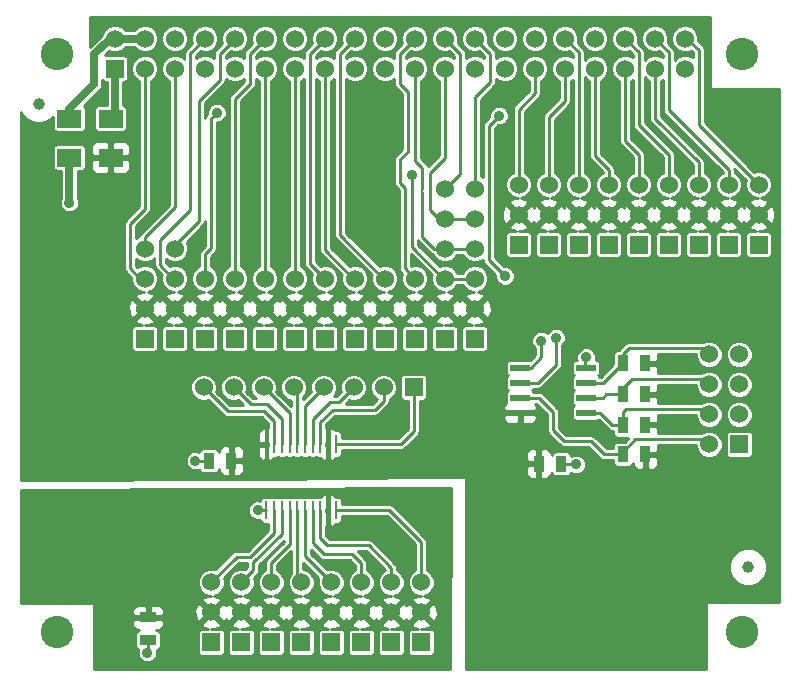
<source format=gtl>
G04 (created by PCBNEW (2013-05-31 BZR 4019)-stable) date 8/24/2014 4:13:45 PM*
%MOIN*%
G04 Gerber Fmt 3.4, Leading zero omitted, Abs format*
%FSLAX34Y34*%
G01*
G70*
G90*
G04 APERTURE LIST*
%ADD10C,0.00590551*%
%ADD11R,0.06X0.06*%
%ADD12C,0.06*%
%ADD13R,0.08X0.06*%
%ADD14R,0.035X0.055*%
%ADD15C,0.108268*%
%ADD16R,0.00984252X0.0610236*%
%ADD17R,0.055X0.035*%
%ADD18R,0.065X0.0236*%
%ADD19C,0.0393701*%
%ADD20C,0.035*%
%ADD21C,0.025*%
%ADD22C,0.01*%
%ADD23C,0.008*%
G04 APERTURE END LIST*
G54D10*
G54D11*
X32854Y-28594D03*
G54D12*
X32854Y-27594D03*
X32854Y-26594D03*
X32854Y-25594D03*
G54D11*
X34854Y-28594D03*
G54D12*
X34854Y-27594D03*
X34854Y-26594D03*
G54D11*
X36854Y-28594D03*
G54D12*
X36854Y-27594D03*
X36854Y-26594D03*
G54D11*
X38854Y-28594D03*
G54D12*
X38854Y-27594D03*
X38854Y-26594D03*
G54D11*
X40854Y-28594D03*
G54D12*
X40854Y-27594D03*
X40854Y-26594D03*
G54D11*
X37854Y-28594D03*
G54D12*
X37854Y-27594D03*
X37854Y-26594D03*
G54D11*
X39854Y-28594D03*
G54D12*
X39854Y-27594D03*
X39854Y-26594D03*
G54D11*
X42854Y-28594D03*
G54D12*
X42854Y-27594D03*
X42854Y-26594D03*
X42854Y-25594D03*
X42854Y-24594D03*
X42854Y-23594D03*
G54D11*
X31854Y-28594D03*
G54D12*
X31854Y-27594D03*
X31854Y-26594D03*
X31854Y-25594D03*
G54D11*
X35854Y-28594D03*
G54D12*
X35854Y-27594D03*
X35854Y-26594D03*
G54D11*
X41854Y-28594D03*
G54D12*
X41854Y-27594D03*
X41854Y-26594D03*
X41854Y-25594D03*
X41854Y-24594D03*
X41854Y-23594D03*
G54D13*
X30709Y-21266D03*
X30709Y-22566D03*
G54D11*
X44309Y-25466D03*
G54D12*
X44309Y-24466D03*
X44309Y-23466D03*
G54D11*
X45309Y-25466D03*
G54D12*
X45309Y-24466D03*
X45309Y-23466D03*
G54D11*
X47309Y-25466D03*
G54D12*
X47309Y-24466D03*
X47309Y-23466D03*
G54D11*
X48309Y-25466D03*
G54D12*
X48309Y-24466D03*
X48309Y-23466D03*
G54D11*
X50309Y-25466D03*
G54D12*
X50309Y-24466D03*
X50309Y-23466D03*
G54D11*
X46309Y-25466D03*
G54D12*
X46309Y-24466D03*
X46309Y-23466D03*
G54D11*
X49309Y-25466D03*
G54D12*
X49309Y-24466D03*
X49309Y-23466D03*
G54D11*
X51309Y-25466D03*
G54D12*
X51309Y-24466D03*
X51309Y-23466D03*
G54D11*
X52309Y-25466D03*
G54D12*
X52309Y-24466D03*
X52309Y-23466D03*
G54D11*
X30854Y-19594D03*
G54D12*
X30854Y-18594D03*
X35854Y-19594D03*
X31854Y-18594D03*
X36854Y-19594D03*
X32854Y-18594D03*
X37854Y-19594D03*
X33854Y-18594D03*
X38854Y-19594D03*
X34854Y-18594D03*
X39854Y-19594D03*
X35854Y-18594D03*
X40854Y-19594D03*
X36854Y-18594D03*
X41854Y-19594D03*
X37854Y-18594D03*
X42854Y-19594D03*
X38854Y-18594D03*
X43854Y-19594D03*
X39854Y-18594D03*
X44854Y-19594D03*
X40854Y-18594D03*
X45854Y-19594D03*
X41854Y-18594D03*
X42854Y-18594D03*
X46854Y-19594D03*
X43854Y-18594D03*
X45854Y-18594D03*
X46854Y-18594D03*
X47854Y-18594D03*
X48854Y-18594D03*
X47854Y-19594D03*
X48854Y-19594D03*
X31854Y-19594D03*
X32854Y-19594D03*
X33854Y-19594D03*
X34854Y-19594D03*
X49854Y-19594D03*
X49854Y-18594D03*
X44854Y-18594D03*
G54D11*
X33854Y-28594D03*
G54D12*
X33854Y-27594D03*
X33854Y-26594D03*
X35809Y-30216D03*
X36809Y-30216D03*
G54D11*
X40809Y-30216D03*
G54D12*
X39809Y-30216D03*
X38809Y-30216D03*
X37809Y-30216D03*
X34809Y-30216D03*
X33809Y-30216D03*
G54D14*
X48534Y-29416D03*
X47784Y-29416D03*
X48534Y-30456D03*
X47784Y-30456D03*
X48534Y-31476D03*
X47784Y-31476D03*
X48534Y-32456D03*
X47784Y-32456D03*
G54D11*
X51659Y-32116D03*
G54D12*
X50659Y-32116D03*
X51659Y-31116D03*
X50659Y-31116D03*
X51659Y-30116D03*
X50659Y-30116D03*
X51659Y-29116D03*
X50659Y-29116D03*
G54D15*
X51771Y-38385D03*
X28937Y-38385D03*
X51771Y-19094D03*
X28937Y-19094D03*
G54D11*
X41059Y-38716D03*
G54D12*
X41059Y-37716D03*
X41059Y-36716D03*
G54D11*
X40059Y-38716D03*
G54D12*
X40059Y-37716D03*
X40059Y-36716D03*
G54D11*
X39059Y-38716D03*
G54D12*
X39059Y-37716D03*
X39059Y-36716D03*
G54D11*
X38059Y-38716D03*
G54D12*
X38059Y-37716D03*
X38059Y-36716D03*
G54D11*
X37059Y-38716D03*
G54D12*
X37059Y-37716D03*
X37059Y-36716D03*
G54D11*
X36059Y-38716D03*
G54D12*
X36059Y-37716D03*
X36059Y-36716D03*
G54D11*
X35059Y-38716D03*
G54D12*
X35059Y-37716D03*
X35059Y-36716D03*
G54D11*
X34059Y-38716D03*
G54D12*
X34059Y-37716D03*
X34059Y-36716D03*
G54D16*
X35897Y-34318D03*
X36163Y-34318D03*
X36419Y-34318D03*
X36675Y-34318D03*
X36931Y-34318D03*
X37187Y-34318D03*
X37442Y-34318D03*
X37698Y-34318D03*
X37954Y-34318D03*
X38210Y-34318D03*
X38210Y-32114D03*
X37954Y-32114D03*
X37698Y-32114D03*
X37442Y-32114D03*
X37187Y-32114D03*
X36931Y-32114D03*
X36675Y-32114D03*
X36419Y-32114D03*
X36163Y-32114D03*
X35907Y-32114D03*
G54D13*
X29334Y-21266D03*
X29334Y-22566D03*
G54D14*
X34734Y-32666D03*
X33984Y-32666D03*
G54D17*
X31959Y-37891D03*
X31959Y-38641D03*
G54D14*
X44984Y-32766D03*
X45734Y-32766D03*
G54D18*
X44359Y-31066D03*
X46559Y-31066D03*
X44359Y-30566D03*
X44359Y-30066D03*
X44359Y-29566D03*
X46559Y-30566D03*
X46559Y-30066D03*
X46559Y-29566D03*
G54D19*
X51959Y-36216D03*
X28309Y-20766D03*
G54D20*
X29359Y-33841D03*
X29334Y-24066D03*
X46234Y-32791D03*
X31934Y-39066D03*
X33534Y-32666D03*
X35609Y-34316D03*
X46559Y-29216D03*
X34251Y-21062D03*
X45559Y-28566D03*
X43859Y-26516D03*
X43659Y-21166D03*
X45059Y-28666D03*
X40754Y-23144D03*
G54D21*
X29334Y-22566D02*
X29334Y-24066D01*
G54D22*
X47784Y-31476D02*
X47784Y-31051D01*
X50479Y-30936D02*
X50659Y-31116D01*
X47899Y-30936D02*
X50479Y-30936D01*
X47784Y-31051D02*
X47899Y-30936D01*
X46559Y-31066D02*
X47029Y-31066D01*
X47439Y-31476D02*
X47784Y-31476D01*
X47029Y-31066D02*
X47439Y-31476D01*
X47784Y-30456D02*
X47784Y-30231D01*
X50479Y-29936D02*
X50659Y-30116D01*
X48079Y-29936D02*
X50479Y-29936D01*
X47784Y-30231D02*
X48079Y-29936D01*
X46559Y-30566D02*
X47129Y-30566D01*
X47239Y-30456D02*
X47784Y-30456D01*
X47129Y-30566D02*
X47239Y-30456D01*
X47784Y-29416D02*
X47784Y-29111D01*
X50459Y-28916D02*
X50659Y-29116D01*
X47979Y-28916D02*
X50459Y-28916D01*
X47784Y-29111D02*
X47979Y-28916D01*
X46509Y-30066D02*
X47134Y-30066D01*
X47134Y-30066D02*
X47784Y-29416D01*
X45734Y-32766D02*
X46209Y-32766D01*
X46209Y-32766D02*
X46234Y-32791D01*
X31959Y-38641D02*
X31959Y-39041D01*
X31959Y-39041D02*
X31934Y-39066D01*
X33984Y-32666D02*
X33534Y-32666D01*
X35897Y-34318D02*
X35611Y-34318D01*
X35611Y-34318D02*
X35609Y-34316D01*
X46509Y-29566D02*
X46509Y-29266D01*
X46509Y-29266D02*
X46559Y-29216D01*
X46309Y-23466D02*
X46309Y-19049D01*
X46309Y-19049D02*
X45854Y-18594D01*
X47309Y-23466D02*
X47309Y-22966D01*
X46854Y-22511D02*
X46854Y-19594D01*
X47309Y-22966D02*
X46854Y-22511D01*
X49309Y-23466D02*
X49309Y-22466D01*
X48309Y-21466D02*
X48309Y-19049D01*
X49309Y-22466D02*
X48309Y-21466D01*
X48309Y-19049D02*
X47854Y-18594D01*
X48309Y-19049D02*
X47854Y-18594D01*
X35854Y-26594D02*
X35854Y-19594D01*
X34854Y-26594D02*
X34854Y-20594D01*
X35354Y-19094D02*
X35854Y-18594D01*
X35354Y-20094D02*
X35354Y-19094D01*
X34854Y-20594D02*
X35354Y-20094D01*
X47854Y-19594D02*
X47854Y-22011D01*
X48309Y-22466D02*
X48309Y-23466D01*
X47854Y-22011D02*
X48309Y-22466D01*
X51309Y-23466D02*
X51309Y-22966D01*
X49309Y-19049D02*
X48854Y-18594D01*
X49309Y-20966D02*
X49309Y-19049D01*
X51309Y-22966D02*
X49309Y-20966D01*
X48904Y-18594D02*
X48854Y-18594D01*
X52309Y-23466D02*
X50309Y-21466D01*
X49937Y-18594D02*
X49854Y-18594D01*
X50309Y-18966D02*
X49937Y-18594D01*
X50309Y-19466D02*
X50309Y-18966D01*
X50309Y-19966D02*
X50309Y-19466D01*
X50309Y-21466D02*
X50309Y-19966D01*
X38854Y-26594D02*
X38804Y-26594D01*
X37854Y-25644D02*
X37854Y-19594D01*
X38804Y-26594D02*
X37854Y-25644D01*
X37854Y-26594D02*
X37354Y-26094D01*
X37354Y-19094D02*
X37854Y-18594D01*
X37354Y-26094D02*
X37354Y-19094D01*
X39854Y-26594D02*
X39804Y-26594D01*
X38354Y-19094D02*
X38854Y-18594D01*
X38354Y-25144D02*
X38354Y-19094D01*
X39804Y-26594D02*
X38354Y-25144D01*
X40354Y-22621D02*
X40354Y-23416D01*
X40509Y-26249D02*
X40854Y-26594D01*
X40509Y-23571D02*
X40509Y-26249D01*
X40354Y-23416D02*
X40509Y-23571D01*
X40609Y-20366D02*
X40354Y-20111D01*
X40609Y-22366D02*
X40609Y-20366D01*
X40354Y-22621D02*
X40609Y-22366D01*
X40354Y-19094D02*
X40854Y-18594D01*
X40354Y-20111D02*
X40354Y-19094D01*
X50309Y-23466D02*
X50309Y-22716D01*
X48854Y-21261D02*
X48854Y-19594D01*
X50309Y-22716D02*
X48854Y-21261D01*
X36854Y-26594D02*
X36854Y-19594D01*
X33854Y-25791D02*
X33854Y-26594D01*
X34055Y-25590D02*
X33854Y-25791D01*
X34055Y-21259D02*
X34055Y-25590D01*
X34251Y-21062D02*
X34055Y-21259D01*
X44309Y-23466D02*
X44309Y-20966D01*
X44854Y-20421D02*
X44854Y-19594D01*
X44309Y-20966D02*
X44854Y-20421D01*
X45309Y-23466D02*
X45309Y-21216D01*
X45854Y-20671D02*
X45854Y-19594D01*
X45309Y-21216D02*
X45854Y-20671D01*
X32854Y-25594D02*
X32854Y-25471D01*
X33659Y-20666D02*
X34354Y-19971D01*
X33659Y-24666D02*
X33659Y-20666D01*
X32854Y-25471D02*
X33659Y-24666D01*
X34354Y-19094D02*
X34854Y-18594D01*
X34354Y-19971D02*
X34354Y-19094D01*
X43309Y-25966D02*
X43859Y-26516D01*
X43309Y-21516D02*
X43309Y-25966D01*
X43659Y-21166D02*
X43309Y-21516D01*
X44959Y-30066D02*
X44359Y-30066D01*
X45559Y-29466D02*
X44959Y-30066D01*
X45559Y-28566D02*
X45559Y-29466D01*
X31854Y-25594D02*
X31854Y-25221D01*
X32859Y-20416D02*
X32854Y-20416D01*
X32859Y-24216D02*
X32859Y-20416D01*
X31854Y-25221D02*
X32859Y-24216D01*
X32854Y-20416D02*
X32854Y-19594D01*
X45059Y-28666D02*
X45034Y-28691D01*
X44359Y-29566D02*
X44709Y-29566D01*
X45059Y-28716D02*
X45034Y-28691D01*
X45059Y-29216D02*
X45059Y-28716D01*
X44709Y-29566D02*
X45059Y-29216D01*
X31354Y-26244D02*
X31354Y-24771D01*
X31854Y-24271D02*
X31854Y-19594D01*
X31354Y-24771D02*
X31854Y-24271D01*
X31854Y-26594D02*
X31704Y-26594D01*
X31704Y-26594D02*
X31354Y-26244D01*
X42354Y-19816D02*
X42354Y-23094D01*
X42354Y-23094D02*
X41854Y-23594D01*
X41854Y-18594D02*
X42354Y-19094D01*
X42354Y-19094D02*
X42354Y-19816D01*
X42854Y-23594D02*
X42854Y-20544D01*
X43354Y-19094D02*
X42854Y-18594D01*
X43354Y-20044D02*
X43354Y-19094D01*
X42854Y-20544D02*
X43354Y-20044D01*
X41104Y-23616D02*
X41104Y-22911D01*
X41104Y-22911D02*
X40854Y-22661D01*
X40854Y-22661D02*
X40854Y-19594D01*
G54D23*
X41104Y-23716D02*
X41104Y-23616D01*
G54D22*
X41854Y-25594D02*
X42854Y-25594D01*
X41854Y-25594D02*
X41504Y-25594D01*
X41104Y-25194D02*
X41104Y-23716D01*
X41504Y-25594D02*
X41104Y-25194D01*
X41854Y-26594D02*
X41804Y-26594D01*
X41804Y-26594D02*
X40754Y-25544D01*
X40754Y-25544D02*
X40754Y-23144D01*
X41854Y-26594D02*
X42854Y-26594D01*
X41854Y-19594D02*
X41854Y-22571D01*
X41854Y-22571D02*
X41354Y-23071D01*
X41354Y-23366D02*
X41354Y-23071D01*
X41354Y-24294D02*
X41354Y-23366D01*
X41854Y-24594D02*
X41654Y-24594D01*
X41654Y-24594D02*
X41354Y-24294D01*
X41854Y-24594D02*
X42854Y-24594D01*
X32854Y-26594D02*
X32804Y-26594D01*
X32804Y-26594D02*
X32359Y-26149D01*
X33359Y-19089D02*
X33854Y-18594D01*
X33359Y-24316D02*
X33359Y-19089D01*
X32359Y-25316D02*
X33359Y-24316D01*
X32359Y-26149D02*
X32359Y-25316D01*
X44359Y-30566D02*
X44989Y-30566D01*
X44989Y-30566D02*
X45459Y-31036D01*
X45819Y-32016D02*
X46719Y-32016D01*
X45459Y-31656D02*
X45819Y-32016D01*
X45459Y-31036D02*
X45459Y-31656D01*
X47159Y-32456D02*
X47784Y-32456D01*
X46719Y-32016D02*
X47159Y-32456D01*
X47784Y-32456D02*
X47784Y-32371D01*
X47784Y-32371D02*
X48199Y-31956D01*
X48199Y-31956D02*
X50499Y-31956D01*
X50499Y-31956D02*
X50659Y-32116D01*
G54D21*
X30854Y-19594D02*
X30854Y-21121D01*
X30854Y-21121D02*
X30709Y-21266D01*
G54D22*
X37934Y-35491D02*
X39314Y-35491D01*
X40059Y-36236D02*
X40059Y-36716D01*
X39314Y-35491D02*
X40059Y-36236D01*
X37698Y-34318D02*
X37698Y-35256D01*
X37698Y-35256D02*
X37934Y-35491D01*
X38210Y-34318D02*
X40001Y-34318D01*
X40001Y-34318D02*
X41059Y-35376D01*
X41059Y-35376D02*
X41059Y-36716D01*
X36419Y-32114D02*
X36419Y-31276D01*
X35384Y-30791D02*
X34809Y-30216D01*
X35934Y-30791D02*
X35384Y-30791D01*
X36419Y-31276D02*
X35934Y-30791D01*
X38210Y-32114D02*
X40386Y-32114D01*
X40809Y-31691D02*
X40809Y-30216D01*
X40386Y-32114D02*
X40809Y-31691D01*
X37698Y-32114D02*
X37698Y-31376D01*
X39809Y-30666D02*
X39809Y-30216D01*
X39509Y-30966D02*
X39809Y-30666D01*
X38109Y-30966D02*
X39509Y-30966D01*
X37698Y-31376D02*
X38109Y-30966D01*
X37442Y-32114D02*
X37442Y-31282D01*
X38309Y-30716D02*
X38809Y-30216D01*
X38009Y-30716D02*
X38309Y-30716D01*
X37442Y-31282D02*
X38009Y-30716D01*
X37187Y-32114D02*
X37187Y-30838D01*
X37187Y-30838D02*
X37809Y-30216D01*
X36931Y-32114D02*
X36931Y-30338D01*
X36931Y-30338D02*
X36809Y-30216D01*
X36675Y-32114D02*
X36675Y-31082D01*
X36675Y-31082D02*
X35809Y-30216D01*
X36163Y-32114D02*
X36163Y-31345D01*
X34609Y-31016D02*
X33809Y-30216D01*
X35834Y-31016D02*
X34609Y-31016D01*
X36163Y-31345D02*
X35834Y-31016D01*
X34059Y-36716D02*
X34909Y-35866D01*
X36163Y-35062D02*
X36163Y-34318D01*
X35359Y-35866D02*
X36163Y-35062D01*
X34909Y-35866D02*
X35359Y-35866D01*
G54D21*
X30854Y-18594D02*
X30681Y-18594D01*
X30681Y-18594D02*
X30159Y-19116D01*
X30159Y-20116D02*
X29334Y-20941D01*
X30159Y-19116D02*
X30159Y-20116D01*
X29334Y-20941D02*
X29334Y-21266D01*
X29334Y-21266D02*
X29334Y-20941D01*
X30854Y-18594D02*
X31854Y-18594D01*
G54D22*
X36419Y-34318D02*
X36419Y-35106D01*
X35469Y-36056D02*
X35469Y-36306D01*
X36419Y-35106D02*
X35469Y-36056D01*
X35469Y-36306D02*
X35059Y-36716D01*
X35469Y-36306D02*
X35059Y-36716D01*
X36675Y-34318D02*
X36675Y-35450D01*
X36675Y-35450D02*
X36059Y-36066D01*
X36059Y-36066D02*
X36059Y-36716D01*
X36931Y-34318D02*
X36931Y-36588D01*
X36931Y-36588D02*
X37059Y-36716D01*
X37187Y-34318D02*
X37187Y-35844D01*
X37187Y-35844D02*
X38059Y-36716D01*
X37442Y-34318D02*
X37442Y-35400D01*
X39059Y-36091D02*
X39059Y-36716D01*
X38759Y-35791D02*
X39059Y-36091D01*
X37834Y-35791D02*
X38759Y-35791D01*
X37442Y-35400D02*
X37834Y-35791D01*
G54D10*
G36*
X52979Y-37361D02*
X52863Y-37361D01*
X52863Y-24548D01*
X52852Y-24329D01*
X52790Y-24178D01*
X52759Y-24169D01*
X52759Y-23377D01*
X52690Y-23211D01*
X52564Y-23085D01*
X52398Y-23016D01*
X52219Y-23016D01*
X52164Y-23039D01*
X50509Y-21383D01*
X50509Y-19966D01*
X50509Y-19466D01*
X50509Y-18966D01*
X50509Y-18966D01*
X50493Y-18889D01*
X50493Y-18889D01*
X50479Y-18868D01*
X50450Y-18825D01*
X50450Y-18825D01*
X50304Y-18678D01*
X50304Y-18505D01*
X50236Y-18339D01*
X50109Y-18213D01*
X49944Y-18144D01*
X49765Y-18144D01*
X49599Y-18212D01*
X49473Y-18339D01*
X49404Y-18504D01*
X49404Y-18683D01*
X49472Y-18849D01*
X49599Y-18975D01*
X49764Y-19044D01*
X49943Y-19044D01*
X50057Y-18997D01*
X50109Y-19049D01*
X50109Y-19213D01*
X49944Y-19144D01*
X49765Y-19144D01*
X49599Y-19212D01*
X49509Y-19303D01*
X49509Y-19049D01*
X49493Y-18972D01*
X49493Y-18972D01*
X49479Y-18951D01*
X49450Y-18907D01*
X49450Y-18907D01*
X49281Y-18738D01*
X49304Y-18684D01*
X49304Y-18505D01*
X49236Y-18339D01*
X49109Y-18213D01*
X48944Y-18144D01*
X48765Y-18144D01*
X48599Y-18212D01*
X48473Y-18339D01*
X48404Y-18504D01*
X48404Y-18683D01*
X48472Y-18849D01*
X48599Y-18975D01*
X48764Y-19044D01*
X48943Y-19044D01*
X48998Y-19021D01*
X49109Y-19132D01*
X49109Y-19213D01*
X48944Y-19144D01*
X48765Y-19144D01*
X48599Y-19212D01*
X48509Y-19303D01*
X48509Y-19049D01*
X48493Y-18972D01*
X48493Y-18972D01*
X48479Y-18951D01*
X48450Y-18907D01*
X48450Y-18907D01*
X48281Y-18738D01*
X48304Y-18684D01*
X48304Y-18505D01*
X48236Y-18339D01*
X48109Y-18213D01*
X47944Y-18144D01*
X47765Y-18144D01*
X47599Y-18212D01*
X47473Y-18339D01*
X47404Y-18504D01*
X47404Y-18683D01*
X47472Y-18849D01*
X47599Y-18975D01*
X47764Y-19044D01*
X47943Y-19044D01*
X47998Y-19021D01*
X48109Y-19132D01*
X48109Y-19213D01*
X47944Y-19144D01*
X47765Y-19144D01*
X47599Y-19212D01*
X47473Y-19339D01*
X47404Y-19504D01*
X47404Y-19683D01*
X47472Y-19849D01*
X47599Y-19975D01*
X47654Y-19998D01*
X47654Y-22011D01*
X47669Y-22088D01*
X47712Y-22153D01*
X48109Y-22549D01*
X48109Y-23062D01*
X48054Y-23084D01*
X47927Y-23211D01*
X47859Y-23376D01*
X47858Y-23555D01*
X47927Y-23721D01*
X48053Y-23847D01*
X48219Y-23916D01*
X48295Y-23916D01*
X48172Y-23922D01*
X48021Y-23985D01*
X47993Y-24080D01*
X48309Y-24395D01*
X48624Y-24080D01*
X48596Y-23985D01*
X48401Y-23915D01*
X48563Y-23848D01*
X48690Y-23721D01*
X48758Y-23556D01*
X48759Y-23377D01*
X48690Y-23211D01*
X48564Y-23085D01*
X48509Y-23062D01*
X48509Y-22466D01*
X48493Y-22389D01*
X48493Y-22389D01*
X48479Y-22368D01*
X48450Y-22325D01*
X48450Y-22325D01*
X48054Y-21928D01*
X48054Y-19998D01*
X48108Y-19976D01*
X48109Y-19976D01*
X48109Y-21466D01*
X48124Y-21543D01*
X48167Y-21607D01*
X49109Y-22549D01*
X49109Y-23062D01*
X49054Y-23084D01*
X48927Y-23211D01*
X48859Y-23376D01*
X48858Y-23555D01*
X48927Y-23721D01*
X49053Y-23847D01*
X49219Y-23916D01*
X49295Y-23916D01*
X49172Y-23922D01*
X49021Y-23985D01*
X48993Y-24080D01*
X49309Y-24395D01*
X49624Y-24080D01*
X49596Y-23985D01*
X49401Y-23915D01*
X49563Y-23848D01*
X49690Y-23721D01*
X49758Y-23556D01*
X49759Y-23377D01*
X49690Y-23211D01*
X49564Y-23085D01*
X49509Y-23062D01*
X49509Y-22466D01*
X49493Y-22389D01*
X49493Y-22389D01*
X49479Y-22368D01*
X49450Y-22325D01*
X49450Y-22325D01*
X48509Y-21383D01*
X48509Y-19885D01*
X48599Y-19975D01*
X48654Y-19998D01*
X48654Y-21261D01*
X48669Y-21338D01*
X48712Y-21403D01*
X50109Y-22799D01*
X50109Y-23062D01*
X50054Y-23084D01*
X49927Y-23211D01*
X49859Y-23376D01*
X49858Y-23555D01*
X49927Y-23721D01*
X50053Y-23847D01*
X50219Y-23916D01*
X50295Y-23916D01*
X50172Y-23922D01*
X50021Y-23985D01*
X49993Y-24080D01*
X50309Y-24395D01*
X50624Y-24080D01*
X50596Y-23985D01*
X50401Y-23915D01*
X50563Y-23848D01*
X50690Y-23721D01*
X50758Y-23556D01*
X50759Y-23377D01*
X50690Y-23211D01*
X50564Y-23085D01*
X50509Y-23062D01*
X50509Y-22716D01*
X50493Y-22639D01*
X50493Y-22639D01*
X50450Y-22575D01*
X49054Y-21178D01*
X49054Y-19998D01*
X49108Y-19976D01*
X49109Y-19976D01*
X49109Y-20966D01*
X49124Y-21043D01*
X49167Y-21107D01*
X51109Y-23049D01*
X51109Y-23062D01*
X51054Y-23084D01*
X50927Y-23211D01*
X50859Y-23376D01*
X50858Y-23555D01*
X50927Y-23721D01*
X51053Y-23847D01*
X51219Y-23916D01*
X51295Y-23916D01*
X51172Y-23922D01*
X51021Y-23985D01*
X50993Y-24080D01*
X51309Y-24395D01*
X51624Y-24080D01*
X51596Y-23985D01*
X51401Y-23915D01*
X51563Y-23848D01*
X51690Y-23721D01*
X51758Y-23556D01*
X51759Y-23377D01*
X51690Y-23211D01*
X51564Y-23085D01*
X51509Y-23062D01*
X51509Y-22966D01*
X51509Y-22966D01*
X51504Y-22945D01*
X51881Y-23322D01*
X51859Y-23376D01*
X51858Y-23555D01*
X51927Y-23721D01*
X52053Y-23847D01*
X52219Y-23916D01*
X52295Y-23916D01*
X52172Y-23922D01*
X52021Y-23985D01*
X51993Y-24080D01*
X52309Y-24395D01*
X52624Y-24080D01*
X52596Y-23985D01*
X52401Y-23915D01*
X52563Y-23848D01*
X52690Y-23721D01*
X52758Y-23556D01*
X52759Y-23377D01*
X52759Y-24169D01*
X52694Y-24151D01*
X52379Y-24466D01*
X52694Y-24781D01*
X52790Y-24754D01*
X52863Y-24548D01*
X52863Y-37361D01*
X52759Y-37361D01*
X52759Y-25736D01*
X52759Y-25136D01*
X52736Y-25081D01*
X52694Y-25039D01*
X52639Y-25016D01*
X52579Y-25016D01*
X52323Y-25016D01*
X52445Y-25010D01*
X52596Y-24947D01*
X52624Y-24852D01*
X52309Y-24537D01*
X52238Y-24607D01*
X52238Y-24466D01*
X51923Y-24151D01*
X51827Y-24178D01*
X51810Y-24227D01*
X51790Y-24178D01*
X51694Y-24151D01*
X51379Y-24466D01*
X51694Y-24781D01*
X51790Y-24754D01*
X51807Y-24705D01*
X51827Y-24754D01*
X51923Y-24781D01*
X52238Y-24466D01*
X52238Y-24607D01*
X51993Y-24852D01*
X52021Y-24947D01*
X52213Y-25016D01*
X51979Y-25016D01*
X51924Y-25039D01*
X51881Y-25081D01*
X51859Y-25136D01*
X51859Y-25196D01*
X51859Y-25796D01*
X51881Y-25851D01*
X51923Y-25893D01*
X51979Y-25916D01*
X52038Y-25916D01*
X52638Y-25916D01*
X52693Y-25893D01*
X52736Y-25851D01*
X52759Y-25796D01*
X52759Y-25736D01*
X52759Y-37361D01*
X52599Y-37361D01*
X52599Y-36089D01*
X52502Y-35854D01*
X52322Y-35673D01*
X52109Y-35585D01*
X52109Y-31027D01*
X52109Y-30027D01*
X52109Y-29027D01*
X52040Y-28861D01*
X51914Y-28735D01*
X51759Y-28670D01*
X51759Y-25736D01*
X51759Y-25136D01*
X51736Y-25081D01*
X51694Y-25039D01*
X51639Y-25016D01*
X51579Y-25016D01*
X51323Y-25016D01*
X51445Y-25010D01*
X51596Y-24947D01*
X51624Y-24852D01*
X51309Y-24537D01*
X51238Y-24607D01*
X51238Y-24466D01*
X50923Y-24151D01*
X50827Y-24178D01*
X50810Y-24227D01*
X50790Y-24178D01*
X50694Y-24151D01*
X50379Y-24466D01*
X50694Y-24781D01*
X50790Y-24754D01*
X50807Y-24705D01*
X50827Y-24754D01*
X50923Y-24781D01*
X51238Y-24466D01*
X51238Y-24607D01*
X50993Y-24852D01*
X51021Y-24947D01*
X51213Y-25016D01*
X50979Y-25016D01*
X50924Y-25039D01*
X50881Y-25081D01*
X50859Y-25136D01*
X50859Y-25196D01*
X50859Y-25796D01*
X50881Y-25851D01*
X50923Y-25893D01*
X50979Y-25916D01*
X51038Y-25916D01*
X51638Y-25916D01*
X51693Y-25893D01*
X51736Y-25851D01*
X51759Y-25796D01*
X51759Y-25736D01*
X51759Y-28670D01*
X51748Y-28666D01*
X51569Y-28666D01*
X51404Y-28734D01*
X51277Y-28861D01*
X51209Y-29026D01*
X51208Y-29205D01*
X51277Y-29371D01*
X51403Y-29497D01*
X51569Y-29566D01*
X51748Y-29566D01*
X51913Y-29498D01*
X52040Y-29371D01*
X52108Y-29206D01*
X52109Y-29027D01*
X52109Y-30027D01*
X52040Y-29861D01*
X51914Y-29735D01*
X51748Y-29666D01*
X51569Y-29666D01*
X51404Y-29734D01*
X51277Y-29861D01*
X51209Y-30026D01*
X51208Y-30205D01*
X51277Y-30371D01*
X51403Y-30497D01*
X51569Y-30566D01*
X51748Y-30566D01*
X51913Y-30498D01*
X52040Y-30371D01*
X52108Y-30206D01*
X52109Y-30027D01*
X52109Y-31027D01*
X52040Y-30861D01*
X51914Y-30735D01*
X51748Y-30666D01*
X51569Y-30666D01*
X51404Y-30734D01*
X51277Y-30861D01*
X51209Y-31026D01*
X51208Y-31205D01*
X51277Y-31371D01*
X51403Y-31497D01*
X51569Y-31566D01*
X51748Y-31566D01*
X51913Y-31498D01*
X52040Y-31371D01*
X52108Y-31206D01*
X52109Y-31027D01*
X52109Y-35585D01*
X52109Y-35585D01*
X52109Y-32386D01*
X52109Y-31786D01*
X52086Y-31731D01*
X52044Y-31689D01*
X51989Y-31666D01*
X51929Y-31666D01*
X51329Y-31666D01*
X51274Y-31689D01*
X51231Y-31731D01*
X51209Y-31786D01*
X51209Y-31846D01*
X51209Y-32446D01*
X51231Y-32501D01*
X51273Y-32543D01*
X51329Y-32566D01*
X51388Y-32566D01*
X51988Y-32566D01*
X52043Y-32543D01*
X52086Y-32501D01*
X52109Y-32446D01*
X52109Y-32386D01*
X52109Y-35585D01*
X52087Y-35576D01*
X51832Y-35575D01*
X51596Y-35673D01*
X51416Y-35853D01*
X51318Y-36088D01*
X51318Y-36343D01*
X51415Y-36578D01*
X51595Y-36759D01*
X51831Y-36856D01*
X52085Y-36857D01*
X52321Y-36759D01*
X52501Y-36579D01*
X52599Y-36344D01*
X52599Y-36089D01*
X52599Y-37361D01*
X51109Y-37361D01*
X51109Y-32027D01*
X51040Y-31861D01*
X50914Y-31735D01*
X50748Y-31666D01*
X50569Y-31666D01*
X50404Y-31734D01*
X50382Y-31756D01*
X48959Y-31756D01*
X48959Y-31702D01*
X48959Y-31589D01*
X48896Y-31526D01*
X48584Y-31526D01*
X48584Y-31534D01*
X48484Y-31534D01*
X48484Y-31526D01*
X48476Y-31526D01*
X48476Y-31426D01*
X48484Y-31426D01*
X48484Y-31418D01*
X48584Y-31418D01*
X48584Y-31426D01*
X48896Y-31426D01*
X48959Y-31364D01*
X48959Y-31251D01*
X48959Y-31151D01*
X48952Y-31136D01*
X50209Y-31136D01*
X50208Y-31205D01*
X50277Y-31371D01*
X50403Y-31497D01*
X50569Y-31566D01*
X50748Y-31566D01*
X50913Y-31498D01*
X51040Y-31371D01*
X51108Y-31206D01*
X51109Y-31027D01*
X51040Y-30861D01*
X50914Y-30735D01*
X50748Y-30666D01*
X50569Y-30666D01*
X50404Y-30734D01*
X50402Y-30736D01*
X48959Y-30736D01*
X48959Y-30682D01*
X48959Y-30569D01*
X48896Y-30506D01*
X48584Y-30506D01*
X48584Y-30514D01*
X48484Y-30514D01*
X48484Y-30506D01*
X48476Y-30506D01*
X48476Y-30406D01*
X48484Y-30406D01*
X48484Y-30398D01*
X48584Y-30398D01*
X48584Y-30406D01*
X48896Y-30406D01*
X48959Y-30344D01*
X48959Y-30231D01*
X48959Y-30136D01*
X50209Y-30136D01*
X50208Y-30205D01*
X50277Y-30371D01*
X50403Y-30497D01*
X50569Y-30566D01*
X50748Y-30566D01*
X50913Y-30498D01*
X51040Y-30371D01*
X51108Y-30206D01*
X51109Y-30027D01*
X51040Y-29861D01*
X50914Y-29735D01*
X50748Y-29666D01*
X50569Y-29666D01*
X50404Y-29734D01*
X50402Y-29736D01*
X48959Y-29736D01*
X48959Y-29642D01*
X48959Y-29529D01*
X48896Y-29466D01*
X48584Y-29466D01*
X48584Y-29474D01*
X48484Y-29474D01*
X48484Y-29466D01*
X48476Y-29466D01*
X48476Y-29366D01*
X48484Y-29366D01*
X48484Y-29358D01*
X48584Y-29358D01*
X48584Y-29366D01*
X48896Y-29366D01*
X48959Y-29304D01*
X48959Y-29191D01*
X48959Y-29116D01*
X50209Y-29116D01*
X50208Y-29205D01*
X50277Y-29371D01*
X50403Y-29497D01*
X50569Y-29566D01*
X50748Y-29566D01*
X50913Y-29498D01*
X51040Y-29371D01*
X51108Y-29206D01*
X51109Y-29027D01*
X51040Y-28861D01*
X50914Y-28735D01*
X50759Y-28670D01*
X50759Y-25736D01*
X50759Y-25136D01*
X50736Y-25081D01*
X50694Y-25039D01*
X50639Y-25016D01*
X50579Y-25016D01*
X50323Y-25016D01*
X50445Y-25010D01*
X50596Y-24947D01*
X50624Y-24852D01*
X50309Y-24537D01*
X50238Y-24607D01*
X50238Y-24466D01*
X49923Y-24151D01*
X49827Y-24178D01*
X49810Y-24227D01*
X49790Y-24178D01*
X49694Y-24151D01*
X49379Y-24466D01*
X49694Y-24781D01*
X49790Y-24754D01*
X49807Y-24705D01*
X49827Y-24754D01*
X49923Y-24781D01*
X50238Y-24466D01*
X50238Y-24607D01*
X49993Y-24852D01*
X50021Y-24947D01*
X50213Y-25016D01*
X49979Y-25016D01*
X49924Y-25039D01*
X49881Y-25081D01*
X49859Y-25136D01*
X49859Y-25196D01*
X49859Y-25796D01*
X49881Y-25851D01*
X49923Y-25893D01*
X49979Y-25916D01*
X50038Y-25916D01*
X50638Y-25916D01*
X50693Y-25893D01*
X50736Y-25851D01*
X50759Y-25796D01*
X50759Y-25736D01*
X50759Y-28670D01*
X50748Y-28666D01*
X50569Y-28666D01*
X50448Y-28716D01*
X49759Y-28716D01*
X49759Y-25736D01*
X49759Y-25136D01*
X49736Y-25081D01*
X49694Y-25039D01*
X49639Y-25016D01*
X49579Y-25016D01*
X49323Y-25016D01*
X49445Y-25010D01*
X49596Y-24947D01*
X49624Y-24852D01*
X49309Y-24537D01*
X49238Y-24607D01*
X49238Y-24466D01*
X48923Y-24151D01*
X48827Y-24178D01*
X48810Y-24227D01*
X48790Y-24178D01*
X48694Y-24151D01*
X48379Y-24466D01*
X48694Y-24781D01*
X48790Y-24754D01*
X48807Y-24705D01*
X48827Y-24754D01*
X48923Y-24781D01*
X49238Y-24466D01*
X49238Y-24607D01*
X48993Y-24852D01*
X49021Y-24947D01*
X49213Y-25016D01*
X48979Y-25016D01*
X48924Y-25039D01*
X48881Y-25081D01*
X48859Y-25136D01*
X48859Y-25196D01*
X48859Y-25796D01*
X48881Y-25851D01*
X48923Y-25893D01*
X48979Y-25916D01*
X49038Y-25916D01*
X49638Y-25916D01*
X49693Y-25893D01*
X49736Y-25851D01*
X49759Y-25796D01*
X49759Y-25736D01*
X49759Y-28716D01*
X48759Y-28716D01*
X48759Y-25736D01*
X48759Y-25136D01*
X48736Y-25081D01*
X48694Y-25039D01*
X48639Y-25016D01*
X48579Y-25016D01*
X48323Y-25016D01*
X48445Y-25010D01*
X48596Y-24947D01*
X48624Y-24852D01*
X48309Y-24537D01*
X48238Y-24607D01*
X48238Y-24466D01*
X47923Y-24151D01*
X47827Y-24178D01*
X47810Y-24227D01*
X47790Y-24178D01*
X47759Y-24169D01*
X47759Y-23377D01*
X47690Y-23211D01*
X47564Y-23085D01*
X47509Y-23062D01*
X47509Y-22966D01*
X47493Y-22889D01*
X47493Y-22889D01*
X47479Y-22868D01*
X47450Y-22825D01*
X47450Y-22825D01*
X47054Y-22428D01*
X47054Y-19998D01*
X47108Y-19976D01*
X47235Y-19849D01*
X47304Y-19684D01*
X47304Y-19505D01*
X47304Y-18505D01*
X47236Y-18339D01*
X47109Y-18213D01*
X46944Y-18144D01*
X46765Y-18144D01*
X46599Y-18212D01*
X46473Y-18339D01*
X46404Y-18504D01*
X46404Y-18683D01*
X46472Y-18849D01*
X46599Y-18975D01*
X46764Y-19044D01*
X46943Y-19044D01*
X47108Y-18976D01*
X47235Y-18849D01*
X47304Y-18684D01*
X47304Y-18505D01*
X47304Y-19505D01*
X47236Y-19339D01*
X47109Y-19213D01*
X46944Y-19144D01*
X46765Y-19144D01*
X46599Y-19212D01*
X46509Y-19303D01*
X46509Y-19049D01*
X46493Y-18972D01*
X46493Y-18972D01*
X46479Y-18951D01*
X46450Y-18907D01*
X46450Y-18907D01*
X46281Y-18738D01*
X46304Y-18684D01*
X46304Y-18505D01*
X46236Y-18339D01*
X46109Y-18213D01*
X45944Y-18144D01*
X45765Y-18144D01*
X45599Y-18212D01*
X45473Y-18339D01*
X45404Y-18504D01*
X45404Y-18683D01*
X45472Y-18849D01*
X45599Y-18975D01*
X45764Y-19044D01*
X45943Y-19044D01*
X45998Y-19021D01*
X46109Y-19132D01*
X46109Y-19213D01*
X45944Y-19144D01*
X45765Y-19144D01*
X45599Y-19212D01*
X45473Y-19339D01*
X45404Y-19504D01*
X45404Y-19683D01*
X45472Y-19849D01*
X45599Y-19975D01*
X45654Y-19998D01*
X45654Y-20588D01*
X45304Y-20938D01*
X45304Y-19505D01*
X45304Y-18505D01*
X45236Y-18339D01*
X45109Y-18213D01*
X44944Y-18144D01*
X44765Y-18144D01*
X44599Y-18212D01*
X44473Y-18339D01*
X44404Y-18504D01*
X44404Y-18683D01*
X44472Y-18849D01*
X44599Y-18975D01*
X44764Y-19044D01*
X44943Y-19044D01*
X45108Y-18976D01*
X45235Y-18849D01*
X45304Y-18684D01*
X45304Y-18505D01*
X45304Y-19505D01*
X45236Y-19339D01*
X45109Y-19213D01*
X44944Y-19144D01*
X44765Y-19144D01*
X44599Y-19212D01*
X44473Y-19339D01*
X44404Y-19504D01*
X44404Y-19683D01*
X44472Y-19849D01*
X44599Y-19975D01*
X44654Y-19998D01*
X44654Y-20338D01*
X44304Y-20688D01*
X44304Y-19505D01*
X44304Y-18505D01*
X44236Y-18339D01*
X44109Y-18213D01*
X43944Y-18144D01*
X43765Y-18144D01*
X43599Y-18212D01*
X43473Y-18339D01*
X43404Y-18504D01*
X43404Y-18683D01*
X43472Y-18849D01*
X43599Y-18975D01*
X43764Y-19044D01*
X43943Y-19044D01*
X44108Y-18976D01*
X44235Y-18849D01*
X44304Y-18684D01*
X44304Y-18505D01*
X44304Y-19505D01*
X44236Y-19339D01*
X44109Y-19213D01*
X43944Y-19144D01*
X43765Y-19144D01*
X43599Y-19212D01*
X43554Y-19258D01*
X43554Y-19094D01*
X43541Y-19030D01*
X43539Y-19017D01*
X43539Y-19017D01*
X43495Y-18953D01*
X43281Y-18738D01*
X43304Y-18684D01*
X43304Y-18505D01*
X43236Y-18339D01*
X43109Y-18213D01*
X42944Y-18144D01*
X42765Y-18144D01*
X42599Y-18212D01*
X42473Y-18339D01*
X42404Y-18504D01*
X42404Y-18683D01*
X42472Y-18849D01*
X42599Y-18975D01*
X42764Y-19044D01*
X42943Y-19044D01*
X42998Y-19021D01*
X43154Y-19177D01*
X43154Y-19258D01*
X43109Y-19213D01*
X42944Y-19144D01*
X42765Y-19144D01*
X42599Y-19212D01*
X42554Y-19258D01*
X42554Y-19094D01*
X42541Y-19030D01*
X42539Y-19017D01*
X42539Y-19017D01*
X42495Y-18953D01*
X42281Y-18738D01*
X42304Y-18684D01*
X42304Y-18505D01*
X42236Y-18339D01*
X42109Y-18213D01*
X41944Y-18144D01*
X41765Y-18144D01*
X41599Y-18212D01*
X41473Y-18339D01*
X41404Y-18504D01*
X41404Y-18683D01*
X41472Y-18849D01*
X41599Y-18975D01*
X41764Y-19044D01*
X41943Y-19044D01*
X41998Y-19021D01*
X42154Y-19177D01*
X42154Y-19258D01*
X42109Y-19213D01*
X41944Y-19144D01*
X41765Y-19144D01*
X41599Y-19212D01*
X41473Y-19339D01*
X41404Y-19504D01*
X41404Y-19683D01*
X41472Y-19849D01*
X41599Y-19975D01*
X41654Y-19998D01*
X41654Y-22488D01*
X41292Y-22850D01*
X41289Y-22835D01*
X41289Y-22835D01*
X41274Y-22813D01*
X41245Y-22770D01*
X41245Y-22770D01*
X41054Y-22578D01*
X41054Y-19998D01*
X41108Y-19976D01*
X41235Y-19849D01*
X41304Y-19684D01*
X41304Y-19505D01*
X41236Y-19339D01*
X41109Y-19213D01*
X40944Y-19144D01*
X40765Y-19144D01*
X40599Y-19212D01*
X40554Y-19258D01*
X40554Y-19177D01*
X40709Y-19021D01*
X40764Y-19044D01*
X40943Y-19044D01*
X41108Y-18976D01*
X41235Y-18849D01*
X41304Y-18684D01*
X41304Y-18505D01*
X41236Y-18339D01*
X41109Y-18213D01*
X40944Y-18144D01*
X40765Y-18144D01*
X40599Y-18212D01*
X40473Y-18339D01*
X40404Y-18504D01*
X40404Y-18683D01*
X40427Y-18738D01*
X40304Y-18861D01*
X40304Y-18505D01*
X40236Y-18339D01*
X40109Y-18213D01*
X39944Y-18144D01*
X39765Y-18144D01*
X39599Y-18212D01*
X39473Y-18339D01*
X39404Y-18504D01*
X39404Y-18683D01*
X39472Y-18849D01*
X39599Y-18975D01*
X39764Y-19044D01*
X39943Y-19044D01*
X40108Y-18976D01*
X40235Y-18849D01*
X40304Y-18684D01*
X40304Y-18505D01*
X40304Y-18861D01*
X40212Y-18953D01*
X40169Y-19017D01*
X40154Y-19094D01*
X40154Y-19258D01*
X40109Y-19213D01*
X39944Y-19144D01*
X39765Y-19144D01*
X39599Y-19212D01*
X39473Y-19339D01*
X39404Y-19504D01*
X39404Y-19683D01*
X39472Y-19849D01*
X39599Y-19975D01*
X39764Y-20044D01*
X39943Y-20044D01*
X40108Y-19976D01*
X40154Y-19930D01*
X40154Y-20111D01*
X40169Y-20188D01*
X40212Y-20253D01*
X40409Y-20449D01*
X40409Y-22283D01*
X40212Y-22479D01*
X40169Y-22544D01*
X40154Y-22621D01*
X40154Y-23416D01*
X40169Y-23493D01*
X40212Y-23557D01*
X40309Y-23654D01*
X40309Y-26249D01*
X40324Y-26325D01*
X40367Y-26390D01*
X40427Y-26450D01*
X40404Y-26504D01*
X40404Y-26683D01*
X40472Y-26849D01*
X40599Y-26975D01*
X40764Y-27044D01*
X40840Y-27044D01*
X40717Y-27050D01*
X40566Y-27113D01*
X40539Y-27208D01*
X40854Y-27523D01*
X41169Y-27208D01*
X41142Y-27113D01*
X40946Y-27043D01*
X41108Y-26976D01*
X41235Y-26849D01*
X41304Y-26684D01*
X41304Y-26505D01*
X41236Y-26339D01*
X41109Y-26213D01*
X40944Y-26144D01*
X40765Y-26144D01*
X40709Y-26167D01*
X40709Y-26166D01*
X40709Y-25782D01*
X41412Y-26485D01*
X41404Y-26504D01*
X41404Y-26683D01*
X41472Y-26849D01*
X41599Y-26975D01*
X41764Y-27044D01*
X41840Y-27044D01*
X41717Y-27050D01*
X41566Y-27113D01*
X41539Y-27208D01*
X41854Y-27523D01*
X42169Y-27208D01*
X42142Y-27113D01*
X41946Y-27043D01*
X42108Y-26976D01*
X42235Y-26849D01*
X42258Y-26794D01*
X42450Y-26794D01*
X42472Y-26849D01*
X42599Y-26975D01*
X42764Y-27044D01*
X42840Y-27044D01*
X42717Y-27050D01*
X42566Y-27113D01*
X42539Y-27208D01*
X42854Y-27523D01*
X43169Y-27208D01*
X43142Y-27113D01*
X42946Y-27043D01*
X43108Y-26976D01*
X43235Y-26849D01*
X43304Y-26684D01*
X43304Y-26505D01*
X43236Y-26339D01*
X43109Y-26213D01*
X42944Y-26144D01*
X42765Y-26144D01*
X42599Y-26212D01*
X42473Y-26339D01*
X42450Y-26394D01*
X42258Y-26394D01*
X42236Y-26339D01*
X42109Y-26213D01*
X41944Y-26144D01*
X41765Y-26144D01*
X41674Y-26181D01*
X40954Y-25461D01*
X40954Y-25323D01*
X40962Y-25335D01*
X41362Y-25735D01*
X41362Y-25735D01*
X41406Y-25764D01*
X41427Y-25779D01*
X41427Y-25779D01*
X41445Y-25782D01*
X41445Y-25782D01*
X41472Y-25849D01*
X41599Y-25975D01*
X41764Y-26044D01*
X41943Y-26044D01*
X42108Y-25976D01*
X42235Y-25849D01*
X42258Y-25794D01*
X42450Y-25794D01*
X42472Y-25849D01*
X42599Y-25975D01*
X42764Y-26044D01*
X42943Y-26044D01*
X43108Y-25976D01*
X43110Y-25974D01*
X43124Y-26043D01*
X43167Y-26107D01*
X43534Y-26474D01*
X43533Y-26580D01*
X43583Y-26700D01*
X43674Y-26791D01*
X43794Y-26841D01*
X43923Y-26841D01*
X44042Y-26792D01*
X44134Y-26700D01*
X44183Y-26581D01*
X44184Y-26452D01*
X44134Y-26332D01*
X44043Y-26241D01*
X43923Y-26191D01*
X43816Y-26191D01*
X43509Y-25883D01*
X43509Y-21599D01*
X43616Y-21491D01*
X43723Y-21491D01*
X43842Y-21442D01*
X43934Y-21350D01*
X43983Y-21231D01*
X43984Y-21102D01*
X43934Y-20982D01*
X43843Y-20891D01*
X43723Y-20841D01*
X43594Y-20841D01*
X43475Y-20890D01*
X43383Y-20982D01*
X43334Y-21101D01*
X43334Y-21208D01*
X43167Y-21375D01*
X43124Y-21439D01*
X43109Y-21516D01*
X43109Y-23213D01*
X43054Y-23190D01*
X43054Y-20627D01*
X43495Y-20185D01*
X43539Y-20121D01*
X43539Y-20121D01*
X43541Y-20108D01*
X43554Y-20044D01*
X43554Y-20044D01*
X43554Y-19930D01*
X43599Y-19975D01*
X43764Y-20044D01*
X43943Y-20044D01*
X44108Y-19976D01*
X44235Y-19849D01*
X44304Y-19684D01*
X44304Y-19505D01*
X44304Y-20688D01*
X44167Y-20825D01*
X44124Y-20889D01*
X44109Y-20966D01*
X44109Y-23062D01*
X44054Y-23084D01*
X43927Y-23211D01*
X43859Y-23376D01*
X43858Y-23555D01*
X43927Y-23721D01*
X44053Y-23847D01*
X44219Y-23916D01*
X44295Y-23916D01*
X44172Y-23922D01*
X44021Y-23985D01*
X43993Y-24080D01*
X44309Y-24395D01*
X44624Y-24080D01*
X44596Y-23985D01*
X44401Y-23915D01*
X44563Y-23848D01*
X44690Y-23721D01*
X44758Y-23556D01*
X44759Y-23377D01*
X44690Y-23211D01*
X44564Y-23085D01*
X44509Y-23062D01*
X44509Y-21049D01*
X44995Y-20562D01*
X44995Y-20562D01*
X45024Y-20519D01*
X45039Y-20497D01*
X45039Y-20497D01*
X45054Y-20421D01*
X45054Y-20421D01*
X45054Y-19998D01*
X45108Y-19976D01*
X45235Y-19849D01*
X45304Y-19684D01*
X45304Y-19505D01*
X45304Y-20938D01*
X45167Y-21075D01*
X45124Y-21139D01*
X45109Y-21216D01*
X45109Y-23062D01*
X45054Y-23084D01*
X44927Y-23211D01*
X44859Y-23376D01*
X44858Y-23555D01*
X44927Y-23721D01*
X45053Y-23847D01*
X45219Y-23916D01*
X45295Y-23916D01*
X45172Y-23922D01*
X45021Y-23985D01*
X44993Y-24080D01*
X45309Y-24395D01*
X45624Y-24080D01*
X45596Y-23985D01*
X45401Y-23915D01*
X45563Y-23848D01*
X45690Y-23721D01*
X45758Y-23556D01*
X45759Y-23377D01*
X45690Y-23211D01*
X45564Y-23085D01*
X45509Y-23062D01*
X45509Y-21299D01*
X45995Y-20812D01*
X45995Y-20812D01*
X46024Y-20769D01*
X46039Y-20747D01*
X46039Y-20747D01*
X46054Y-20671D01*
X46054Y-20671D01*
X46054Y-19998D01*
X46108Y-19976D01*
X46109Y-19976D01*
X46109Y-23062D01*
X46054Y-23084D01*
X45927Y-23211D01*
X45859Y-23376D01*
X45858Y-23555D01*
X45927Y-23721D01*
X46053Y-23847D01*
X46219Y-23916D01*
X46295Y-23916D01*
X46172Y-23922D01*
X46021Y-23985D01*
X45993Y-24080D01*
X46309Y-24395D01*
X46624Y-24080D01*
X46596Y-23985D01*
X46401Y-23915D01*
X46563Y-23848D01*
X46690Y-23721D01*
X46758Y-23556D01*
X46759Y-23377D01*
X46690Y-23211D01*
X46564Y-23085D01*
X46509Y-23062D01*
X46509Y-19885D01*
X46599Y-19975D01*
X46654Y-19998D01*
X46654Y-22511D01*
X46669Y-22588D01*
X46712Y-22653D01*
X47109Y-23049D01*
X47109Y-23062D01*
X47054Y-23084D01*
X46927Y-23211D01*
X46859Y-23376D01*
X46858Y-23555D01*
X46927Y-23721D01*
X47053Y-23847D01*
X47219Y-23916D01*
X47295Y-23916D01*
X47172Y-23922D01*
X47021Y-23985D01*
X46993Y-24080D01*
X47309Y-24395D01*
X47624Y-24080D01*
X47596Y-23985D01*
X47401Y-23915D01*
X47563Y-23848D01*
X47690Y-23721D01*
X47758Y-23556D01*
X47759Y-23377D01*
X47759Y-24169D01*
X47694Y-24151D01*
X47379Y-24466D01*
X47694Y-24781D01*
X47790Y-24754D01*
X47807Y-24705D01*
X47827Y-24754D01*
X47923Y-24781D01*
X48238Y-24466D01*
X48238Y-24607D01*
X47993Y-24852D01*
X48021Y-24947D01*
X48213Y-25016D01*
X47979Y-25016D01*
X47924Y-25039D01*
X47881Y-25081D01*
X47859Y-25136D01*
X47859Y-25196D01*
X47859Y-25796D01*
X47881Y-25851D01*
X47923Y-25893D01*
X47979Y-25916D01*
X48038Y-25916D01*
X48638Y-25916D01*
X48693Y-25893D01*
X48736Y-25851D01*
X48759Y-25796D01*
X48759Y-25736D01*
X48759Y-28716D01*
X47979Y-28716D01*
X47902Y-28731D01*
X47880Y-28746D01*
X47837Y-28775D01*
X47759Y-28853D01*
X47759Y-25736D01*
X47759Y-25136D01*
X47736Y-25081D01*
X47694Y-25039D01*
X47639Y-25016D01*
X47579Y-25016D01*
X47323Y-25016D01*
X47445Y-25010D01*
X47596Y-24947D01*
X47624Y-24852D01*
X47309Y-24537D01*
X47238Y-24607D01*
X47238Y-24466D01*
X46923Y-24151D01*
X46827Y-24178D01*
X46810Y-24227D01*
X46790Y-24178D01*
X46694Y-24151D01*
X46379Y-24466D01*
X46694Y-24781D01*
X46790Y-24754D01*
X46807Y-24705D01*
X46827Y-24754D01*
X46923Y-24781D01*
X47238Y-24466D01*
X47238Y-24607D01*
X46993Y-24852D01*
X47021Y-24947D01*
X47213Y-25016D01*
X46979Y-25016D01*
X46924Y-25039D01*
X46881Y-25081D01*
X46859Y-25136D01*
X46859Y-25196D01*
X46859Y-25796D01*
X46881Y-25851D01*
X46923Y-25893D01*
X46979Y-25916D01*
X47038Y-25916D01*
X47638Y-25916D01*
X47693Y-25893D01*
X47736Y-25851D01*
X47759Y-25796D01*
X47759Y-25736D01*
X47759Y-28853D01*
X47642Y-28970D01*
X47628Y-28991D01*
X47579Y-28991D01*
X47524Y-29014D01*
X47481Y-29056D01*
X47459Y-29111D01*
X47459Y-29171D01*
X47459Y-29458D01*
X47051Y-29866D01*
X47012Y-29866D01*
X47011Y-29863D01*
X46969Y-29821D01*
X46957Y-29816D01*
X46968Y-29811D01*
X47011Y-29769D01*
X47034Y-29714D01*
X47034Y-29654D01*
X47034Y-29418D01*
X47011Y-29363D01*
X46969Y-29321D01*
X46914Y-29298D01*
X46876Y-29298D01*
X46883Y-29281D01*
X46884Y-29152D01*
X46834Y-29032D01*
X46759Y-28956D01*
X46759Y-25736D01*
X46759Y-25136D01*
X46736Y-25081D01*
X46694Y-25039D01*
X46639Y-25016D01*
X46579Y-25016D01*
X46323Y-25016D01*
X46445Y-25010D01*
X46596Y-24947D01*
X46624Y-24852D01*
X46309Y-24537D01*
X46238Y-24607D01*
X46238Y-24466D01*
X45923Y-24151D01*
X45827Y-24178D01*
X45810Y-24227D01*
X45790Y-24178D01*
X45694Y-24151D01*
X45379Y-24466D01*
X45694Y-24781D01*
X45790Y-24754D01*
X45807Y-24705D01*
X45827Y-24754D01*
X45923Y-24781D01*
X46238Y-24466D01*
X46238Y-24607D01*
X45993Y-24852D01*
X46021Y-24947D01*
X46213Y-25016D01*
X45979Y-25016D01*
X45924Y-25039D01*
X45881Y-25081D01*
X45859Y-25136D01*
X45859Y-25196D01*
X45859Y-25796D01*
X45881Y-25851D01*
X45923Y-25893D01*
X45979Y-25916D01*
X46038Y-25916D01*
X46638Y-25916D01*
X46693Y-25893D01*
X46736Y-25851D01*
X46759Y-25796D01*
X46759Y-25736D01*
X46759Y-28956D01*
X46743Y-28941D01*
X46623Y-28891D01*
X46494Y-28891D01*
X46375Y-28940D01*
X46283Y-29032D01*
X46234Y-29151D01*
X46233Y-29280D01*
X46241Y-29298D01*
X46204Y-29298D01*
X46149Y-29321D01*
X46106Y-29363D01*
X46084Y-29418D01*
X46084Y-29478D01*
X46084Y-29714D01*
X46106Y-29769D01*
X46148Y-29811D01*
X46160Y-29816D01*
X46149Y-29821D01*
X46106Y-29863D01*
X46084Y-29918D01*
X46084Y-29978D01*
X46084Y-30214D01*
X46106Y-30269D01*
X46148Y-30311D01*
X46160Y-30316D01*
X46149Y-30321D01*
X46106Y-30363D01*
X46084Y-30418D01*
X46084Y-30478D01*
X46084Y-30714D01*
X46106Y-30769D01*
X46148Y-30811D01*
X46160Y-30816D01*
X46149Y-30821D01*
X46106Y-30863D01*
X46084Y-30918D01*
X46084Y-30978D01*
X46084Y-31214D01*
X46106Y-31269D01*
X46148Y-31311D01*
X46204Y-31334D01*
X46263Y-31334D01*
X46913Y-31334D01*
X46968Y-31311D01*
X46980Y-31300D01*
X47297Y-31617D01*
X47362Y-31661D01*
X47439Y-31676D01*
X47459Y-31676D01*
X47459Y-31781D01*
X47481Y-31836D01*
X47523Y-31878D01*
X47579Y-31901D01*
X47638Y-31901D01*
X47971Y-31901D01*
X47841Y-32031D01*
X47579Y-32031D01*
X47524Y-32054D01*
X47481Y-32096D01*
X47459Y-32151D01*
X47459Y-32211D01*
X47459Y-32256D01*
X47241Y-32256D01*
X46860Y-31875D01*
X46795Y-31831D01*
X46719Y-31816D01*
X45901Y-31816D01*
X45659Y-31573D01*
X45659Y-31036D01*
X45643Y-30959D01*
X45643Y-30959D01*
X45600Y-30895D01*
X45130Y-30425D01*
X45065Y-30381D01*
X44989Y-30366D01*
X44812Y-30366D01*
X44811Y-30363D01*
X44769Y-30321D01*
X44757Y-30316D01*
X44768Y-30311D01*
X44811Y-30269D01*
X44812Y-30266D01*
X44959Y-30266D01*
X45035Y-30251D01*
X45100Y-30207D01*
X45700Y-29607D01*
X45700Y-29607D01*
X45729Y-29564D01*
X45743Y-29543D01*
X45743Y-29543D01*
X45759Y-29466D01*
X45759Y-29466D01*
X45759Y-28826D01*
X45834Y-28750D01*
X45883Y-28631D01*
X45884Y-28502D01*
X45834Y-28382D01*
X45759Y-28306D01*
X45759Y-25736D01*
X45759Y-25136D01*
X45736Y-25081D01*
X45694Y-25039D01*
X45639Y-25016D01*
X45579Y-25016D01*
X45323Y-25016D01*
X45445Y-25010D01*
X45596Y-24947D01*
X45624Y-24852D01*
X45309Y-24537D01*
X45238Y-24607D01*
X45238Y-24466D01*
X44923Y-24151D01*
X44827Y-24178D01*
X44810Y-24227D01*
X44790Y-24178D01*
X44694Y-24151D01*
X44379Y-24466D01*
X44694Y-24781D01*
X44790Y-24754D01*
X44807Y-24705D01*
X44827Y-24754D01*
X44923Y-24781D01*
X45238Y-24466D01*
X45238Y-24607D01*
X44993Y-24852D01*
X45021Y-24947D01*
X45213Y-25016D01*
X44979Y-25016D01*
X44924Y-25039D01*
X44881Y-25081D01*
X44859Y-25136D01*
X44859Y-25196D01*
X44859Y-25796D01*
X44881Y-25851D01*
X44923Y-25893D01*
X44979Y-25916D01*
X45038Y-25916D01*
X45638Y-25916D01*
X45693Y-25893D01*
X45736Y-25851D01*
X45759Y-25796D01*
X45759Y-25736D01*
X45759Y-28306D01*
X45743Y-28291D01*
X45623Y-28241D01*
X45494Y-28241D01*
X45375Y-28290D01*
X45283Y-28382D01*
X45269Y-28417D01*
X45243Y-28391D01*
X45123Y-28341D01*
X44994Y-28341D01*
X44875Y-28390D01*
X44783Y-28482D01*
X44759Y-28541D01*
X44759Y-25736D01*
X44759Y-25136D01*
X44736Y-25081D01*
X44694Y-25039D01*
X44639Y-25016D01*
X44579Y-25016D01*
X44323Y-25016D01*
X44445Y-25010D01*
X44596Y-24947D01*
X44624Y-24852D01*
X44309Y-24537D01*
X44238Y-24607D01*
X44238Y-24466D01*
X43923Y-24151D01*
X43827Y-24178D01*
X43754Y-24384D01*
X43765Y-24603D01*
X43827Y-24754D01*
X43923Y-24781D01*
X44238Y-24466D01*
X44238Y-24607D01*
X43993Y-24852D01*
X44021Y-24947D01*
X44213Y-25016D01*
X43979Y-25016D01*
X43924Y-25039D01*
X43881Y-25081D01*
X43859Y-25136D01*
X43859Y-25196D01*
X43859Y-25796D01*
X43881Y-25851D01*
X43923Y-25893D01*
X43979Y-25916D01*
X44038Y-25916D01*
X44638Y-25916D01*
X44693Y-25893D01*
X44736Y-25851D01*
X44759Y-25796D01*
X44759Y-25736D01*
X44759Y-28541D01*
X44734Y-28601D01*
X44733Y-28730D01*
X44783Y-28850D01*
X44859Y-28926D01*
X44859Y-29133D01*
X44694Y-29298D01*
X44654Y-29298D01*
X44004Y-29298D01*
X43949Y-29321D01*
X43906Y-29363D01*
X43884Y-29418D01*
X43884Y-29478D01*
X43884Y-29714D01*
X43906Y-29769D01*
X43948Y-29811D01*
X43960Y-29816D01*
X43949Y-29821D01*
X43906Y-29863D01*
X43884Y-29918D01*
X43884Y-29978D01*
X43884Y-30214D01*
X43906Y-30269D01*
X43948Y-30311D01*
X43960Y-30316D01*
X43949Y-30321D01*
X43906Y-30363D01*
X43884Y-30418D01*
X43884Y-30478D01*
X43884Y-30714D01*
X43893Y-30736D01*
X43892Y-30736D01*
X43821Y-30807D01*
X43784Y-30899D01*
X43784Y-30954D01*
X43846Y-31016D01*
X44309Y-31016D01*
X44309Y-31008D01*
X44409Y-31008D01*
X44409Y-31016D01*
X44871Y-31016D01*
X44934Y-30954D01*
X44934Y-30899D01*
X44896Y-30807D01*
X44855Y-30766D01*
X44906Y-30766D01*
X45259Y-31119D01*
X45259Y-31656D01*
X45274Y-31733D01*
X45317Y-31797D01*
X45677Y-32157D01*
X45677Y-32157D01*
X45720Y-32186D01*
X45742Y-32201D01*
X45742Y-32201D01*
X45819Y-32216D01*
X45819Y-32216D01*
X46636Y-32216D01*
X47017Y-32597D01*
X47082Y-32641D01*
X47082Y-32641D01*
X47159Y-32656D01*
X47459Y-32656D01*
X47459Y-32761D01*
X47481Y-32816D01*
X47523Y-32858D01*
X47579Y-32881D01*
X47638Y-32881D01*
X47988Y-32881D01*
X48043Y-32858D01*
X48086Y-32816D01*
X48109Y-32761D01*
X48109Y-32731D01*
X48109Y-32781D01*
X48147Y-32873D01*
X48217Y-32943D01*
X48309Y-32981D01*
X48421Y-32981D01*
X48484Y-32919D01*
X48484Y-32506D01*
X48476Y-32506D01*
X48476Y-32406D01*
X48484Y-32406D01*
X48484Y-32398D01*
X48584Y-32398D01*
X48584Y-32406D01*
X48896Y-32406D01*
X48959Y-32344D01*
X48959Y-32231D01*
X48959Y-32156D01*
X50209Y-32156D01*
X50208Y-32205D01*
X50277Y-32371D01*
X50403Y-32497D01*
X50569Y-32566D01*
X50748Y-32566D01*
X50913Y-32498D01*
X51040Y-32371D01*
X51108Y-32206D01*
X51109Y-32027D01*
X51109Y-37361D01*
X50558Y-37361D01*
X50568Y-39594D01*
X48959Y-39594D01*
X48959Y-32682D01*
X48959Y-32569D01*
X48896Y-32506D01*
X48584Y-32506D01*
X48584Y-32919D01*
X48646Y-32981D01*
X48758Y-32981D01*
X48850Y-32943D01*
X48920Y-32873D01*
X48959Y-32781D01*
X48959Y-32682D01*
X48959Y-39594D01*
X46559Y-39594D01*
X46559Y-32727D01*
X46509Y-32607D01*
X46418Y-32516D01*
X46298Y-32466D01*
X46169Y-32466D01*
X46059Y-32512D01*
X46059Y-32461D01*
X46036Y-32406D01*
X45994Y-32364D01*
X45939Y-32341D01*
X45879Y-32341D01*
X45529Y-32341D01*
X45474Y-32364D01*
X45431Y-32406D01*
X45409Y-32461D01*
X45409Y-32491D01*
X45409Y-32441D01*
X45370Y-32349D01*
X45300Y-32279D01*
X45208Y-32241D01*
X45096Y-32241D01*
X45034Y-32304D01*
X45034Y-32716D01*
X45041Y-32716D01*
X45041Y-32816D01*
X45034Y-32816D01*
X45034Y-33229D01*
X45096Y-33291D01*
X45208Y-33291D01*
X45300Y-33253D01*
X45370Y-33183D01*
X45409Y-33091D01*
X45409Y-33071D01*
X45409Y-33071D01*
X45431Y-33126D01*
X45473Y-33168D01*
X45529Y-33191D01*
X45588Y-33191D01*
X45938Y-33191D01*
X45993Y-33168D01*
X46036Y-33126D01*
X46059Y-33071D01*
X46059Y-33070D01*
X46169Y-33116D01*
X46298Y-33116D01*
X46417Y-33067D01*
X46509Y-32975D01*
X46558Y-32856D01*
X46559Y-32727D01*
X46559Y-39594D01*
X44934Y-39594D01*
X44934Y-31234D01*
X44934Y-31179D01*
X44871Y-31116D01*
X44409Y-31116D01*
X44409Y-31372D01*
X44471Y-31434D01*
X44634Y-31434D01*
X44734Y-31434D01*
X44825Y-31396D01*
X44896Y-31325D01*
X44934Y-31234D01*
X44934Y-39594D01*
X44934Y-39594D01*
X44934Y-33229D01*
X44934Y-32816D01*
X44934Y-32716D01*
X44934Y-32304D01*
X44871Y-32241D01*
X44759Y-32241D01*
X44667Y-32279D01*
X44597Y-32349D01*
X44559Y-32441D01*
X44559Y-32541D01*
X44559Y-32654D01*
X44621Y-32716D01*
X44934Y-32716D01*
X44934Y-32816D01*
X44621Y-32816D01*
X44559Y-32879D01*
X44559Y-32992D01*
X44559Y-33091D01*
X44597Y-33183D01*
X44667Y-33253D01*
X44759Y-33291D01*
X44871Y-33291D01*
X44934Y-33229D01*
X44934Y-39594D01*
X44309Y-39594D01*
X44309Y-31372D01*
X44309Y-31116D01*
X43846Y-31116D01*
X43784Y-31179D01*
X43784Y-31234D01*
X43821Y-31325D01*
X43892Y-31396D01*
X43984Y-31434D01*
X44083Y-31434D01*
X44246Y-31434D01*
X44309Y-31372D01*
X44309Y-39594D01*
X43409Y-39594D01*
X43409Y-27676D01*
X43398Y-27457D01*
X43335Y-27306D01*
X43240Y-27279D01*
X42925Y-27594D01*
X43240Y-27909D01*
X43335Y-27882D01*
X43409Y-27676D01*
X43409Y-39594D01*
X43304Y-39594D01*
X43304Y-28864D01*
X43304Y-28264D01*
X43281Y-28209D01*
X43239Y-28167D01*
X43184Y-28144D01*
X43124Y-28144D01*
X42868Y-28144D01*
X42991Y-28138D01*
X43142Y-28075D01*
X43169Y-27980D01*
X42854Y-27665D01*
X42783Y-27735D01*
X42783Y-27594D01*
X42468Y-27279D01*
X42373Y-27306D01*
X42355Y-27355D01*
X42335Y-27306D01*
X42240Y-27279D01*
X41925Y-27594D01*
X42240Y-27909D01*
X42335Y-27882D01*
X42352Y-27833D01*
X42373Y-27882D01*
X42468Y-27909D01*
X42783Y-27594D01*
X42783Y-27735D01*
X42539Y-27980D01*
X42566Y-28075D01*
X42759Y-28144D01*
X42524Y-28144D01*
X42469Y-28167D01*
X42427Y-28209D01*
X42404Y-28264D01*
X42404Y-28324D01*
X42404Y-28924D01*
X42427Y-28979D01*
X42469Y-29021D01*
X42524Y-29044D01*
X42584Y-29044D01*
X43184Y-29044D01*
X43239Y-29021D01*
X43281Y-28979D01*
X43304Y-28924D01*
X43304Y-28864D01*
X43304Y-39594D01*
X42559Y-39594D01*
X42559Y-33216D01*
X42304Y-33217D01*
X42304Y-28864D01*
X42304Y-28264D01*
X42281Y-28209D01*
X42239Y-28167D01*
X42184Y-28144D01*
X42124Y-28144D01*
X41868Y-28144D01*
X41991Y-28138D01*
X42142Y-28075D01*
X42169Y-27980D01*
X41854Y-27665D01*
X41783Y-27735D01*
X41783Y-27594D01*
X41468Y-27279D01*
X41373Y-27306D01*
X41355Y-27355D01*
X41335Y-27306D01*
X41240Y-27279D01*
X40925Y-27594D01*
X41240Y-27909D01*
X41335Y-27882D01*
X41352Y-27833D01*
X41373Y-27882D01*
X41468Y-27909D01*
X41783Y-27594D01*
X41783Y-27735D01*
X41539Y-27980D01*
X41566Y-28075D01*
X41759Y-28144D01*
X41524Y-28144D01*
X41469Y-28167D01*
X41427Y-28209D01*
X41404Y-28264D01*
X41404Y-28324D01*
X41404Y-28924D01*
X41427Y-28979D01*
X41469Y-29021D01*
X41524Y-29044D01*
X41584Y-29044D01*
X42184Y-29044D01*
X42239Y-29021D01*
X42281Y-28979D01*
X42304Y-28924D01*
X42304Y-28864D01*
X42304Y-33217D01*
X41304Y-33224D01*
X41304Y-28864D01*
X41304Y-28264D01*
X41281Y-28209D01*
X41239Y-28167D01*
X41184Y-28144D01*
X41124Y-28144D01*
X40868Y-28144D01*
X40991Y-28138D01*
X41142Y-28075D01*
X41169Y-27980D01*
X40854Y-27665D01*
X40783Y-27735D01*
X40783Y-27594D01*
X40468Y-27279D01*
X40373Y-27306D01*
X40355Y-27355D01*
X40335Y-27306D01*
X40304Y-27297D01*
X40304Y-26505D01*
X40236Y-26339D01*
X40109Y-26213D01*
X39944Y-26144D01*
X39765Y-26144D01*
X39674Y-26181D01*
X38554Y-25061D01*
X38554Y-19930D01*
X38599Y-19975D01*
X38764Y-20044D01*
X38943Y-20044D01*
X39108Y-19976D01*
X39235Y-19849D01*
X39304Y-19684D01*
X39304Y-19505D01*
X39236Y-19339D01*
X39109Y-19213D01*
X38944Y-19144D01*
X38765Y-19144D01*
X38599Y-19212D01*
X38554Y-19258D01*
X38554Y-19177D01*
X38709Y-19021D01*
X38764Y-19044D01*
X38943Y-19044D01*
X39108Y-18976D01*
X39235Y-18849D01*
X39304Y-18684D01*
X39304Y-18505D01*
X39236Y-18339D01*
X39109Y-18213D01*
X38944Y-18144D01*
X38765Y-18144D01*
X38599Y-18212D01*
X38473Y-18339D01*
X38404Y-18504D01*
X38404Y-18683D01*
X38427Y-18738D01*
X38212Y-18953D01*
X38169Y-19017D01*
X38154Y-19094D01*
X38154Y-19258D01*
X38109Y-19213D01*
X37944Y-19144D01*
X37765Y-19144D01*
X37599Y-19212D01*
X37554Y-19258D01*
X37554Y-19177D01*
X37709Y-19021D01*
X37764Y-19044D01*
X37943Y-19044D01*
X38108Y-18976D01*
X38235Y-18849D01*
X38304Y-18684D01*
X38304Y-18505D01*
X38236Y-18339D01*
X38109Y-18213D01*
X37944Y-18144D01*
X37765Y-18144D01*
X37599Y-18212D01*
X37473Y-18339D01*
X37404Y-18504D01*
X37404Y-18683D01*
X37427Y-18738D01*
X37304Y-18861D01*
X37304Y-18505D01*
X37236Y-18339D01*
X37109Y-18213D01*
X36944Y-18144D01*
X36765Y-18144D01*
X36599Y-18212D01*
X36473Y-18339D01*
X36404Y-18504D01*
X36404Y-18683D01*
X36472Y-18849D01*
X36599Y-18975D01*
X36764Y-19044D01*
X36943Y-19044D01*
X37108Y-18976D01*
X37235Y-18849D01*
X37304Y-18684D01*
X37304Y-18505D01*
X37304Y-18861D01*
X37212Y-18953D01*
X37169Y-19017D01*
X37154Y-19094D01*
X37154Y-19258D01*
X37109Y-19213D01*
X36944Y-19144D01*
X36765Y-19144D01*
X36599Y-19212D01*
X36473Y-19339D01*
X36404Y-19504D01*
X36404Y-19683D01*
X36472Y-19849D01*
X36599Y-19975D01*
X36654Y-19998D01*
X36654Y-26190D01*
X36599Y-26212D01*
X36473Y-26339D01*
X36404Y-26504D01*
X36404Y-26683D01*
X36472Y-26849D01*
X36599Y-26975D01*
X36764Y-27044D01*
X36840Y-27044D01*
X36717Y-27050D01*
X36566Y-27113D01*
X36539Y-27208D01*
X36854Y-27523D01*
X37169Y-27208D01*
X37142Y-27113D01*
X36946Y-27043D01*
X37108Y-26976D01*
X37235Y-26849D01*
X37304Y-26684D01*
X37304Y-26505D01*
X37236Y-26339D01*
X37109Y-26213D01*
X37054Y-26190D01*
X37054Y-19998D01*
X37108Y-19976D01*
X37154Y-19930D01*
X37154Y-26094D01*
X37169Y-26171D01*
X37212Y-26235D01*
X37427Y-26450D01*
X37404Y-26504D01*
X37404Y-26683D01*
X37472Y-26849D01*
X37599Y-26975D01*
X37764Y-27044D01*
X37840Y-27044D01*
X37717Y-27050D01*
X37566Y-27113D01*
X37539Y-27208D01*
X37854Y-27523D01*
X38169Y-27208D01*
X38142Y-27113D01*
X37946Y-27043D01*
X38108Y-26976D01*
X38235Y-26849D01*
X38304Y-26684D01*
X38304Y-26505D01*
X38236Y-26339D01*
X38109Y-26213D01*
X37944Y-26144D01*
X37765Y-26144D01*
X37709Y-26167D01*
X37554Y-26011D01*
X37554Y-19930D01*
X37599Y-19975D01*
X37654Y-19998D01*
X37654Y-25644D01*
X37669Y-25721D01*
X37712Y-25785D01*
X38412Y-26485D01*
X38404Y-26504D01*
X38404Y-26683D01*
X38472Y-26849D01*
X38599Y-26975D01*
X38764Y-27044D01*
X38840Y-27044D01*
X38717Y-27050D01*
X38566Y-27113D01*
X38539Y-27208D01*
X38854Y-27523D01*
X39169Y-27208D01*
X39142Y-27113D01*
X38946Y-27043D01*
X39108Y-26976D01*
X39235Y-26849D01*
X39304Y-26684D01*
X39304Y-26505D01*
X39236Y-26339D01*
X39109Y-26213D01*
X38944Y-26144D01*
X38765Y-26144D01*
X38674Y-26181D01*
X38054Y-25561D01*
X38054Y-19998D01*
X38108Y-19976D01*
X38154Y-19930D01*
X38154Y-25144D01*
X38169Y-25221D01*
X38212Y-25285D01*
X39412Y-26485D01*
X39404Y-26504D01*
X39404Y-26683D01*
X39472Y-26849D01*
X39599Y-26975D01*
X39764Y-27044D01*
X39840Y-27044D01*
X39717Y-27050D01*
X39566Y-27113D01*
X39539Y-27208D01*
X39854Y-27523D01*
X40169Y-27208D01*
X40142Y-27113D01*
X39946Y-27043D01*
X40108Y-26976D01*
X40235Y-26849D01*
X40304Y-26684D01*
X40304Y-26505D01*
X40304Y-27297D01*
X40240Y-27279D01*
X39925Y-27594D01*
X40240Y-27909D01*
X40335Y-27882D01*
X40352Y-27833D01*
X40373Y-27882D01*
X40468Y-27909D01*
X40783Y-27594D01*
X40783Y-27735D01*
X40539Y-27980D01*
X40566Y-28075D01*
X40759Y-28144D01*
X40524Y-28144D01*
X40469Y-28167D01*
X40427Y-28209D01*
X40404Y-28264D01*
X40404Y-28324D01*
X40404Y-28924D01*
X40427Y-28979D01*
X40469Y-29021D01*
X40524Y-29044D01*
X40584Y-29044D01*
X41184Y-29044D01*
X41239Y-29021D01*
X41281Y-28979D01*
X41304Y-28924D01*
X41304Y-28864D01*
X41304Y-33224D01*
X41259Y-33224D01*
X41259Y-30486D01*
X41259Y-29886D01*
X41236Y-29831D01*
X41194Y-29789D01*
X41139Y-29766D01*
X41079Y-29766D01*
X40479Y-29766D01*
X40424Y-29789D01*
X40381Y-29831D01*
X40359Y-29886D01*
X40359Y-29946D01*
X40359Y-30546D01*
X40381Y-30601D01*
X40423Y-30643D01*
X40479Y-30666D01*
X40538Y-30666D01*
X40609Y-30666D01*
X40609Y-31608D01*
X40304Y-31913D01*
X40304Y-28864D01*
X40304Y-28264D01*
X40281Y-28209D01*
X40239Y-28167D01*
X40184Y-28144D01*
X40124Y-28144D01*
X39868Y-28144D01*
X39991Y-28138D01*
X40142Y-28075D01*
X40169Y-27980D01*
X39854Y-27665D01*
X39783Y-27735D01*
X39783Y-27594D01*
X39468Y-27279D01*
X39373Y-27306D01*
X39355Y-27355D01*
X39335Y-27306D01*
X39240Y-27279D01*
X38925Y-27594D01*
X39240Y-27909D01*
X39335Y-27882D01*
X39352Y-27833D01*
X39373Y-27882D01*
X39468Y-27909D01*
X39783Y-27594D01*
X39783Y-27735D01*
X39539Y-27980D01*
X39566Y-28075D01*
X39759Y-28144D01*
X39524Y-28144D01*
X39469Y-28167D01*
X39427Y-28209D01*
X39404Y-28264D01*
X39404Y-28324D01*
X39404Y-28924D01*
X39427Y-28979D01*
X39469Y-29021D01*
X39524Y-29044D01*
X39584Y-29044D01*
X40184Y-29044D01*
X40239Y-29021D01*
X40281Y-28979D01*
X40304Y-28924D01*
X40304Y-28864D01*
X40304Y-31913D01*
X40303Y-31914D01*
X40259Y-31914D01*
X40259Y-30127D01*
X40190Y-29961D01*
X40064Y-29835D01*
X39898Y-29766D01*
X39719Y-29766D01*
X39554Y-29834D01*
X39427Y-29961D01*
X39359Y-30126D01*
X39358Y-30305D01*
X39427Y-30471D01*
X39553Y-30597D01*
X39582Y-30609D01*
X39426Y-30766D01*
X39304Y-30766D01*
X39304Y-28864D01*
X39304Y-28264D01*
X39281Y-28209D01*
X39239Y-28167D01*
X39184Y-28144D01*
X39124Y-28144D01*
X38868Y-28144D01*
X38991Y-28138D01*
X39142Y-28075D01*
X39169Y-27980D01*
X38854Y-27665D01*
X38783Y-27735D01*
X38783Y-27594D01*
X38468Y-27279D01*
X38373Y-27306D01*
X38355Y-27355D01*
X38335Y-27306D01*
X38240Y-27279D01*
X37925Y-27594D01*
X38240Y-27909D01*
X38335Y-27882D01*
X38352Y-27833D01*
X38373Y-27882D01*
X38468Y-27909D01*
X38783Y-27594D01*
X38783Y-27735D01*
X38539Y-27980D01*
X38566Y-28075D01*
X38759Y-28144D01*
X38524Y-28144D01*
X38469Y-28167D01*
X38427Y-28209D01*
X38404Y-28264D01*
X38404Y-28324D01*
X38404Y-28924D01*
X38427Y-28979D01*
X38469Y-29021D01*
X38524Y-29044D01*
X38584Y-29044D01*
X39184Y-29044D01*
X39239Y-29021D01*
X39281Y-28979D01*
X39304Y-28924D01*
X39304Y-28864D01*
X39304Y-30766D01*
X38541Y-30766D01*
X38664Y-30643D01*
X38719Y-30666D01*
X38898Y-30666D01*
X39063Y-30598D01*
X39190Y-30471D01*
X39258Y-30306D01*
X39259Y-30127D01*
X39190Y-29961D01*
X39064Y-29835D01*
X38898Y-29766D01*
X38719Y-29766D01*
X38554Y-29834D01*
X38427Y-29961D01*
X38359Y-30126D01*
X38358Y-30305D01*
X38381Y-30360D01*
X38304Y-30438D01*
X38304Y-28864D01*
X38304Y-28264D01*
X38281Y-28209D01*
X38239Y-28167D01*
X38184Y-28144D01*
X38124Y-28144D01*
X37868Y-28144D01*
X37991Y-28138D01*
X38142Y-28075D01*
X38169Y-27980D01*
X37854Y-27665D01*
X37783Y-27735D01*
X37783Y-27594D01*
X37468Y-27279D01*
X37373Y-27306D01*
X37355Y-27355D01*
X37335Y-27306D01*
X37240Y-27279D01*
X36925Y-27594D01*
X37240Y-27909D01*
X37335Y-27882D01*
X37352Y-27833D01*
X37373Y-27882D01*
X37468Y-27909D01*
X37783Y-27594D01*
X37783Y-27735D01*
X37539Y-27980D01*
X37566Y-28075D01*
X37759Y-28144D01*
X37524Y-28144D01*
X37469Y-28167D01*
X37427Y-28209D01*
X37404Y-28264D01*
X37404Y-28324D01*
X37404Y-28924D01*
X37427Y-28979D01*
X37469Y-29021D01*
X37524Y-29044D01*
X37584Y-29044D01*
X38184Y-29044D01*
X38239Y-29021D01*
X38281Y-28979D01*
X38304Y-28924D01*
X38304Y-28864D01*
X38304Y-30438D01*
X38226Y-30516D01*
X38145Y-30516D01*
X38190Y-30471D01*
X38258Y-30306D01*
X38259Y-30127D01*
X38190Y-29961D01*
X38064Y-29835D01*
X37898Y-29766D01*
X37719Y-29766D01*
X37554Y-29834D01*
X37427Y-29961D01*
X37359Y-30126D01*
X37358Y-30305D01*
X37381Y-30360D01*
X37304Y-30438D01*
X37304Y-28864D01*
X37304Y-28264D01*
X37281Y-28209D01*
X37239Y-28167D01*
X37184Y-28144D01*
X37124Y-28144D01*
X36868Y-28144D01*
X36991Y-28138D01*
X37142Y-28075D01*
X37169Y-27980D01*
X36854Y-27665D01*
X36783Y-27735D01*
X36783Y-27594D01*
X36468Y-27279D01*
X36373Y-27306D01*
X36355Y-27355D01*
X36335Y-27306D01*
X36304Y-27297D01*
X36304Y-26505D01*
X36236Y-26339D01*
X36109Y-26213D01*
X36054Y-26190D01*
X36054Y-19998D01*
X36108Y-19976D01*
X36235Y-19849D01*
X36304Y-19684D01*
X36304Y-19505D01*
X36236Y-19339D01*
X36109Y-19213D01*
X35944Y-19144D01*
X35765Y-19144D01*
X35599Y-19212D01*
X35554Y-19258D01*
X35554Y-19177D01*
X35709Y-19021D01*
X35764Y-19044D01*
X35943Y-19044D01*
X36108Y-18976D01*
X36235Y-18849D01*
X36304Y-18684D01*
X36304Y-18505D01*
X36236Y-18339D01*
X36109Y-18213D01*
X35944Y-18144D01*
X35765Y-18144D01*
X35599Y-18212D01*
X35473Y-18339D01*
X35404Y-18504D01*
X35404Y-18683D01*
X35427Y-18738D01*
X35212Y-18953D01*
X35169Y-19017D01*
X35154Y-19094D01*
X35154Y-19258D01*
X35109Y-19213D01*
X34944Y-19144D01*
X34765Y-19144D01*
X34599Y-19212D01*
X34554Y-19258D01*
X34554Y-19177D01*
X34709Y-19021D01*
X34764Y-19044D01*
X34943Y-19044D01*
X35108Y-18976D01*
X35235Y-18849D01*
X35304Y-18684D01*
X35304Y-18505D01*
X35236Y-18339D01*
X35109Y-18213D01*
X34944Y-18144D01*
X34765Y-18144D01*
X34599Y-18212D01*
X34473Y-18339D01*
X34404Y-18504D01*
X34404Y-18683D01*
X34427Y-18738D01*
X34212Y-18953D01*
X34169Y-19017D01*
X34154Y-19094D01*
X34154Y-19258D01*
X34109Y-19213D01*
X33944Y-19144D01*
X33765Y-19144D01*
X33599Y-19212D01*
X33559Y-19253D01*
X33559Y-19172D01*
X33709Y-19021D01*
X33764Y-19044D01*
X33943Y-19044D01*
X34108Y-18976D01*
X34235Y-18849D01*
X34304Y-18684D01*
X34304Y-18505D01*
X34236Y-18339D01*
X34109Y-18213D01*
X33944Y-18144D01*
X33765Y-18144D01*
X33599Y-18212D01*
X33473Y-18339D01*
X33404Y-18504D01*
X33404Y-18683D01*
X33427Y-18738D01*
X33304Y-18861D01*
X33304Y-18505D01*
X33236Y-18339D01*
X33109Y-18213D01*
X32944Y-18144D01*
X32765Y-18144D01*
X32599Y-18212D01*
X32473Y-18339D01*
X32404Y-18504D01*
X32404Y-18683D01*
X32472Y-18849D01*
X32599Y-18975D01*
X32764Y-19044D01*
X32943Y-19044D01*
X33108Y-18976D01*
X33235Y-18849D01*
X33304Y-18684D01*
X33304Y-18505D01*
X33304Y-18861D01*
X33217Y-18948D01*
X33174Y-19013D01*
X33159Y-19089D01*
X33159Y-19262D01*
X33109Y-19213D01*
X32944Y-19144D01*
X32765Y-19144D01*
X32599Y-19212D01*
X32473Y-19339D01*
X32404Y-19504D01*
X32404Y-19683D01*
X32472Y-19849D01*
X32599Y-19975D01*
X32654Y-19998D01*
X32654Y-20416D01*
X32659Y-20440D01*
X32659Y-24133D01*
X31712Y-25079D01*
X31669Y-25144D01*
X31661Y-25187D01*
X31599Y-25212D01*
X31554Y-25258D01*
X31554Y-24854D01*
X31995Y-24412D01*
X32039Y-24347D01*
X32039Y-24347D01*
X32041Y-24335D01*
X32054Y-24271D01*
X32054Y-24271D01*
X32054Y-19998D01*
X32108Y-19976D01*
X32235Y-19849D01*
X32304Y-19684D01*
X32304Y-19505D01*
X32236Y-19339D01*
X32109Y-19213D01*
X31944Y-19144D01*
X31765Y-19144D01*
X31599Y-19212D01*
X31473Y-19339D01*
X31404Y-19504D01*
X31404Y-19683D01*
X31472Y-19849D01*
X31599Y-19975D01*
X31654Y-19998D01*
X31654Y-24188D01*
X31359Y-24483D01*
X31359Y-22916D01*
X31359Y-22217D01*
X31321Y-22125D01*
X31250Y-22054D01*
X31159Y-22016D01*
X31059Y-22016D01*
X30821Y-22016D01*
X30759Y-22079D01*
X30759Y-22516D01*
X31296Y-22516D01*
X31359Y-22454D01*
X31359Y-22217D01*
X31359Y-22916D01*
X31359Y-22679D01*
X31296Y-22616D01*
X30759Y-22616D01*
X30759Y-23054D01*
X30821Y-23116D01*
X31059Y-23116D01*
X31159Y-23116D01*
X31250Y-23078D01*
X31321Y-23007D01*
X31359Y-22916D01*
X31359Y-24483D01*
X31212Y-24629D01*
X31169Y-24694D01*
X31154Y-24771D01*
X31154Y-26244D01*
X31169Y-26321D01*
X31212Y-26385D01*
X31404Y-26577D01*
X31404Y-26683D01*
X31472Y-26849D01*
X31599Y-26975D01*
X31764Y-27044D01*
X31840Y-27044D01*
X31717Y-27050D01*
X31566Y-27113D01*
X31539Y-27208D01*
X31854Y-27523D01*
X32169Y-27208D01*
X32142Y-27113D01*
X31946Y-27043D01*
X32108Y-26976D01*
X32235Y-26849D01*
X32304Y-26684D01*
X32304Y-26505D01*
X32236Y-26339D01*
X32109Y-26213D01*
X31944Y-26144D01*
X31765Y-26144D01*
X31603Y-26211D01*
X31554Y-26161D01*
X31554Y-25930D01*
X31599Y-25975D01*
X31764Y-26044D01*
X31943Y-26044D01*
X32108Y-25976D01*
X32159Y-25926D01*
X32159Y-26149D01*
X32174Y-26225D01*
X32217Y-26290D01*
X32412Y-26485D01*
X32404Y-26504D01*
X32404Y-26683D01*
X32472Y-26849D01*
X32599Y-26975D01*
X32764Y-27044D01*
X32840Y-27044D01*
X32717Y-27050D01*
X32566Y-27113D01*
X32539Y-27208D01*
X32854Y-27523D01*
X33169Y-27208D01*
X33142Y-27113D01*
X32946Y-27043D01*
X33108Y-26976D01*
X33235Y-26849D01*
X33304Y-26684D01*
X33304Y-26505D01*
X33236Y-26339D01*
X33109Y-26213D01*
X32944Y-26144D01*
X32765Y-26144D01*
X32674Y-26181D01*
X32559Y-26066D01*
X32559Y-25935D01*
X32599Y-25975D01*
X32764Y-26044D01*
X32943Y-26044D01*
X33108Y-25976D01*
X33235Y-25849D01*
X33304Y-25684D01*
X33304Y-25505D01*
X33245Y-25362D01*
X33800Y-24807D01*
X33800Y-24807D01*
X33829Y-24764D01*
X33843Y-24743D01*
X33843Y-24743D01*
X33855Y-24686D01*
X33855Y-25507D01*
X33712Y-25649D01*
X33669Y-25714D01*
X33654Y-25791D01*
X33654Y-26190D01*
X33599Y-26212D01*
X33473Y-26339D01*
X33404Y-26504D01*
X33404Y-26683D01*
X33472Y-26849D01*
X33599Y-26975D01*
X33764Y-27044D01*
X33840Y-27044D01*
X33717Y-27050D01*
X33566Y-27113D01*
X33539Y-27208D01*
X33854Y-27523D01*
X34169Y-27208D01*
X34142Y-27113D01*
X33946Y-27043D01*
X34108Y-26976D01*
X34235Y-26849D01*
X34304Y-26684D01*
X34304Y-26505D01*
X34236Y-26339D01*
X34109Y-26213D01*
X34054Y-26190D01*
X34054Y-25874D01*
X34196Y-25731D01*
X34196Y-25731D01*
X34225Y-25688D01*
X34239Y-25667D01*
X34239Y-25667D01*
X34255Y-25590D01*
X34255Y-25590D01*
X34255Y-21387D01*
X34316Y-21388D01*
X34435Y-21338D01*
X34527Y-21247D01*
X34576Y-21127D01*
X34577Y-20998D01*
X34527Y-20879D01*
X34436Y-20787D01*
X34316Y-20738D01*
X34187Y-20737D01*
X34068Y-20787D01*
X33976Y-20878D01*
X33927Y-20998D01*
X33926Y-21105D01*
X33913Y-21118D01*
X33870Y-21183D01*
X33859Y-21240D01*
X33859Y-20749D01*
X34495Y-20112D01*
X34539Y-20047D01*
X34539Y-20047D01*
X34554Y-19971D01*
X34554Y-19930D01*
X34599Y-19975D01*
X34764Y-20044D01*
X34943Y-20044D01*
X35108Y-19976D01*
X35154Y-19930D01*
X35154Y-20011D01*
X34712Y-20453D01*
X34669Y-20517D01*
X34654Y-20594D01*
X34654Y-26190D01*
X34599Y-26212D01*
X34473Y-26339D01*
X34404Y-26504D01*
X34404Y-26683D01*
X34472Y-26849D01*
X34599Y-26975D01*
X34764Y-27044D01*
X34840Y-27044D01*
X34717Y-27050D01*
X34566Y-27113D01*
X34539Y-27208D01*
X34854Y-27523D01*
X35169Y-27208D01*
X35142Y-27113D01*
X34946Y-27043D01*
X35108Y-26976D01*
X35235Y-26849D01*
X35304Y-26684D01*
X35304Y-26505D01*
X35236Y-26339D01*
X35109Y-26213D01*
X35054Y-26190D01*
X35054Y-20677D01*
X35495Y-20235D01*
X35539Y-20171D01*
X35539Y-20171D01*
X35541Y-20158D01*
X35554Y-20094D01*
X35554Y-20094D01*
X35554Y-19930D01*
X35599Y-19975D01*
X35654Y-19998D01*
X35654Y-26190D01*
X35599Y-26212D01*
X35473Y-26339D01*
X35404Y-26504D01*
X35404Y-26683D01*
X35472Y-26849D01*
X35599Y-26975D01*
X35764Y-27044D01*
X35840Y-27044D01*
X35717Y-27050D01*
X35566Y-27113D01*
X35539Y-27208D01*
X35854Y-27523D01*
X36169Y-27208D01*
X36142Y-27113D01*
X35946Y-27043D01*
X36108Y-26976D01*
X36235Y-26849D01*
X36304Y-26684D01*
X36304Y-26505D01*
X36304Y-27297D01*
X36240Y-27279D01*
X35925Y-27594D01*
X36240Y-27909D01*
X36335Y-27882D01*
X36352Y-27833D01*
X36373Y-27882D01*
X36468Y-27909D01*
X36783Y-27594D01*
X36783Y-27735D01*
X36539Y-27980D01*
X36566Y-28075D01*
X36759Y-28144D01*
X36524Y-28144D01*
X36469Y-28167D01*
X36427Y-28209D01*
X36404Y-28264D01*
X36404Y-28324D01*
X36404Y-28924D01*
X36427Y-28979D01*
X36469Y-29021D01*
X36524Y-29044D01*
X36584Y-29044D01*
X37184Y-29044D01*
X37239Y-29021D01*
X37281Y-28979D01*
X37304Y-28924D01*
X37304Y-28864D01*
X37304Y-30438D01*
X37131Y-30611D01*
X37131Y-30530D01*
X37190Y-30471D01*
X37258Y-30306D01*
X37259Y-30127D01*
X37190Y-29961D01*
X37064Y-29835D01*
X36898Y-29766D01*
X36719Y-29766D01*
X36554Y-29834D01*
X36427Y-29961D01*
X36359Y-30126D01*
X36358Y-30305D01*
X36427Y-30471D01*
X36553Y-30597D01*
X36719Y-30666D01*
X36731Y-30666D01*
X36731Y-30855D01*
X36304Y-30428D01*
X36304Y-28864D01*
X36304Y-28264D01*
X36281Y-28209D01*
X36239Y-28167D01*
X36184Y-28144D01*
X36124Y-28144D01*
X35868Y-28144D01*
X35991Y-28138D01*
X36142Y-28075D01*
X36169Y-27980D01*
X35854Y-27665D01*
X35783Y-27735D01*
X35783Y-27594D01*
X35468Y-27279D01*
X35373Y-27306D01*
X35355Y-27355D01*
X35335Y-27306D01*
X35240Y-27279D01*
X34925Y-27594D01*
X35240Y-27909D01*
X35335Y-27882D01*
X35352Y-27833D01*
X35373Y-27882D01*
X35468Y-27909D01*
X35783Y-27594D01*
X35783Y-27735D01*
X35539Y-27980D01*
X35566Y-28075D01*
X35759Y-28144D01*
X35524Y-28144D01*
X35469Y-28167D01*
X35427Y-28209D01*
X35404Y-28264D01*
X35404Y-28324D01*
X35404Y-28924D01*
X35427Y-28979D01*
X35469Y-29021D01*
X35524Y-29044D01*
X35584Y-29044D01*
X36184Y-29044D01*
X36239Y-29021D01*
X36281Y-28979D01*
X36304Y-28924D01*
X36304Y-28864D01*
X36304Y-30428D01*
X36236Y-30360D01*
X36258Y-30306D01*
X36259Y-30127D01*
X36190Y-29961D01*
X36064Y-29835D01*
X35898Y-29766D01*
X35719Y-29766D01*
X35554Y-29834D01*
X35427Y-29961D01*
X35359Y-30126D01*
X35358Y-30305D01*
X35427Y-30471D01*
X35547Y-30591D01*
X35466Y-30591D01*
X35304Y-30428D01*
X35304Y-28864D01*
X35304Y-28264D01*
X35281Y-28209D01*
X35239Y-28167D01*
X35184Y-28144D01*
X35124Y-28144D01*
X34868Y-28144D01*
X34991Y-28138D01*
X35142Y-28075D01*
X35169Y-27980D01*
X34854Y-27665D01*
X34783Y-27735D01*
X34783Y-27594D01*
X34468Y-27279D01*
X34373Y-27306D01*
X34355Y-27355D01*
X34335Y-27306D01*
X34240Y-27279D01*
X33925Y-27594D01*
X34240Y-27909D01*
X34335Y-27882D01*
X34352Y-27833D01*
X34373Y-27882D01*
X34468Y-27909D01*
X34783Y-27594D01*
X34783Y-27735D01*
X34539Y-27980D01*
X34566Y-28075D01*
X34759Y-28144D01*
X34524Y-28144D01*
X34469Y-28167D01*
X34427Y-28209D01*
X34404Y-28264D01*
X34404Y-28324D01*
X34404Y-28924D01*
X34427Y-28979D01*
X34469Y-29021D01*
X34524Y-29044D01*
X34584Y-29044D01*
X35184Y-29044D01*
X35239Y-29021D01*
X35281Y-28979D01*
X35304Y-28924D01*
X35304Y-28864D01*
X35304Y-30428D01*
X35236Y-30360D01*
X35258Y-30306D01*
X35259Y-30127D01*
X35190Y-29961D01*
X35064Y-29835D01*
X34898Y-29766D01*
X34719Y-29766D01*
X34554Y-29834D01*
X34427Y-29961D01*
X34359Y-30126D01*
X34358Y-30305D01*
X34427Y-30471D01*
X34553Y-30597D01*
X34719Y-30666D01*
X34898Y-30666D01*
X34953Y-30643D01*
X35126Y-30816D01*
X34691Y-30816D01*
X34304Y-30428D01*
X34304Y-28864D01*
X34304Y-28264D01*
X34281Y-28209D01*
X34239Y-28167D01*
X34184Y-28144D01*
X34124Y-28144D01*
X33868Y-28144D01*
X33991Y-28138D01*
X34142Y-28075D01*
X34169Y-27980D01*
X33854Y-27665D01*
X33783Y-27735D01*
X33783Y-27594D01*
X33468Y-27279D01*
X33373Y-27306D01*
X33355Y-27355D01*
X33335Y-27306D01*
X33240Y-27279D01*
X32925Y-27594D01*
X33240Y-27909D01*
X33335Y-27882D01*
X33352Y-27833D01*
X33373Y-27882D01*
X33468Y-27909D01*
X33783Y-27594D01*
X33783Y-27735D01*
X33539Y-27980D01*
X33566Y-28075D01*
X33759Y-28144D01*
X33524Y-28144D01*
X33469Y-28167D01*
X33427Y-28209D01*
X33404Y-28264D01*
X33404Y-28324D01*
X33404Y-28924D01*
X33427Y-28979D01*
X33469Y-29021D01*
X33524Y-29044D01*
X33584Y-29044D01*
X34184Y-29044D01*
X34239Y-29021D01*
X34281Y-28979D01*
X34304Y-28924D01*
X34304Y-28864D01*
X34304Y-30428D01*
X34236Y-30360D01*
X34258Y-30306D01*
X34259Y-30127D01*
X34190Y-29961D01*
X34064Y-29835D01*
X33898Y-29766D01*
X33719Y-29766D01*
X33554Y-29834D01*
X33427Y-29961D01*
X33359Y-30126D01*
X33358Y-30305D01*
X33427Y-30471D01*
X33553Y-30597D01*
X33719Y-30666D01*
X33898Y-30666D01*
X33953Y-30643D01*
X34467Y-31157D01*
X34467Y-31157D01*
X34510Y-31186D01*
X34532Y-31201D01*
X34532Y-31201D01*
X34609Y-31216D01*
X34609Y-31216D01*
X35751Y-31216D01*
X35963Y-31428D01*
X35963Y-31590D01*
X35932Y-31621D01*
X35932Y-32064D01*
X35956Y-32064D01*
X35956Y-32164D01*
X35932Y-32164D01*
X35932Y-32606D01*
X35994Y-32669D01*
X36006Y-32669D01*
X36098Y-32631D01*
X36160Y-32569D01*
X36242Y-32569D01*
X36291Y-32549D01*
X36340Y-32569D01*
X36399Y-32569D01*
X36498Y-32569D01*
X36547Y-32549D01*
X36596Y-32569D01*
X36655Y-32569D01*
X36754Y-32569D01*
X36803Y-32549D01*
X36851Y-32569D01*
X36911Y-32569D01*
X37010Y-32569D01*
X37059Y-32549D01*
X37107Y-32569D01*
X37167Y-32569D01*
X37265Y-32569D01*
X37315Y-32549D01*
X37363Y-32569D01*
X37423Y-32569D01*
X37521Y-32569D01*
X37570Y-32549D01*
X37619Y-32569D01*
X37679Y-32569D01*
X37701Y-32569D01*
X37764Y-32631D01*
X37856Y-32669D01*
X37867Y-32669D01*
X37930Y-32606D01*
X37930Y-32164D01*
X37905Y-32164D01*
X37905Y-32064D01*
X37930Y-32064D01*
X37930Y-31621D01*
X37898Y-31590D01*
X37898Y-31459D01*
X38191Y-31166D01*
X39509Y-31166D01*
X39585Y-31151D01*
X39650Y-31107D01*
X39950Y-30807D01*
X39950Y-30807D01*
X39979Y-30764D01*
X39993Y-30743D01*
X39993Y-30743D01*
X40009Y-30666D01*
X40009Y-30666D01*
X40009Y-30620D01*
X40063Y-30598D01*
X40190Y-30471D01*
X40258Y-30306D01*
X40259Y-30127D01*
X40259Y-31914D01*
X38409Y-31914D01*
X38409Y-31779D01*
X38387Y-31724D01*
X38344Y-31681D01*
X38289Y-31659D01*
X38230Y-31659D01*
X38207Y-31659D01*
X38145Y-31596D01*
X38053Y-31559D01*
X38041Y-31559D01*
X37979Y-31621D01*
X37979Y-32064D01*
X38003Y-32064D01*
X38003Y-32164D01*
X37979Y-32164D01*
X37979Y-32606D01*
X38041Y-32669D01*
X38053Y-32669D01*
X38145Y-32631D01*
X38207Y-32569D01*
X38289Y-32569D01*
X38344Y-32546D01*
X38386Y-32504D01*
X38409Y-32449D01*
X38409Y-32389D01*
X38409Y-32314D01*
X40386Y-32314D01*
X40462Y-32298D01*
X40527Y-32255D01*
X40950Y-31832D01*
X40993Y-31768D01*
X40993Y-31768D01*
X40996Y-31755D01*
X41009Y-31691D01*
X41009Y-31691D01*
X41009Y-30666D01*
X41138Y-30666D01*
X41193Y-30643D01*
X41236Y-30601D01*
X41259Y-30546D01*
X41259Y-30486D01*
X41259Y-33224D01*
X35882Y-33260D01*
X35882Y-32606D01*
X35882Y-32164D01*
X35882Y-32064D01*
X35882Y-31621D01*
X35820Y-31559D01*
X35808Y-31559D01*
X35716Y-31596D01*
X35646Y-31667D01*
X35608Y-31759D01*
X35608Y-31858D01*
X35608Y-32001D01*
X35670Y-32064D01*
X35882Y-32064D01*
X35882Y-32164D01*
X35670Y-32164D01*
X35608Y-32226D01*
X35608Y-32369D01*
X35608Y-32469D01*
X35646Y-32561D01*
X35716Y-32631D01*
X35808Y-32669D01*
X35820Y-32669D01*
X35882Y-32606D01*
X35882Y-33260D01*
X35159Y-33265D01*
X35159Y-32892D01*
X35159Y-32441D01*
X35159Y-32341D01*
X35120Y-32249D01*
X35050Y-32179D01*
X34958Y-32141D01*
X34846Y-32141D01*
X34784Y-32204D01*
X34784Y-32616D01*
X35096Y-32616D01*
X35159Y-32554D01*
X35159Y-32441D01*
X35159Y-32892D01*
X35159Y-32779D01*
X35096Y-32716D01*
X34784Y-32716D01*
X34784Y-33129D01*
X34846Y-33191D01*
X34958Y-33191D01*
X35050Y-33153D01*
X35120Y-33083D01*
X35159Y-32991D01*
X35159Y-32892D01*
X35159Y-33265D01*
X34684Y-33268D01*
X34684Y-33129D01*
X34684Y-32716D01*
X34676Y-32716D01*
X34676Y-32616D01*
X34684Y-32616D01*
X34684Y-32204D01*
X34621Y-32141D01*
X34509Y-32141D01*
X34417Y-32179D01*
X34347Y-32249D01*
X34309Y-32341D01*
X34309Y-32361D01*
X34286Y-32306D01*
X34244Y-32264D01*
X34189Y-32241D01*
X34129Y-32241D01*
X33779Y-32241D01*
X33724Y-32264D01*
X33681Y-32306D01*
X33659Y-32361D01*
X33659Y-32366D01*
X33598Y-32341D01*
X33469Y-32341D01*
X33350Y-32390D01*
X33304Y-32436D01*
X33304Y-28864D01*
X33304Y-28264D01*
X33281Y-28209D01*
X33239Y-28167D01*
X33184Y-28144D01*
X33124Y-28144D01*
X32868Y-28144D01*
X32991Y-28138D01*
X33142Y-28075D01*
X33169Y-27980D01*
X32854Y-27665D01*
X32783Y-27735D01*
X32783Y-27594D01*
X32468Y-27279D01*
X32373Y-27306D01*
X32355Y-27355D01*
X32335Y-27306D01*
X32240Y-27279D01*
X31925Y-27594D01*
X32240Y-27909D01*
X32335Y-27882D01*
X32352Y-27833D01*
X32373Y-27882D01*
X32468Y-27909D01*
X32783Y-27594D01*
X32783Y-27735D01*
X32539Y-27980D01*
X32566Y-28075D01*
X32759Y-28144D01*
X32524Y-28144D01*
X32469Y-28167D01*
X32427Y-28209D01*
X32404Y-28264D01*
X32404Y-28324D01*
X32404Y-28924D01*
X32427Y-28979D01*
X32469Y-29021D01*
X32524Y-29044D01*
X32584Y-29044D01*
X33184Y-29044D01*
X33239Y-29021D01*
X33281Y-28979D01*
X33304Y-28924D01*
X33304Y-28864D01*
X33304Y-32436D01*
X33258Y-32482D01*
X33209Y-32601D01*
X33208Y-32730D01*
X33258Y-32850D01*
X33349Y-32941D01*
X33469Y-32991D01*
X33598Y-32991D01*
X33659Y-32966D01*
X33659Y-32971D01*
X33681Y-33026D01*
X33723Y-33068D01*
X33779Y-33091D01*
X33838Y-33091D01*
X34188Y-33091D01*
X34243Y-33068D01*
X34286Y-33026D01*
X34309Y-32971D01*
X34309Y-32941D01*
X34309Y-32991D01*
X34347Y-33083D01*
X34417Y-33153D01*
X34509Y-33191D01*
X34621Y-33191D01*
X34684Y-33129D01*
X34684Y-33268D01*
X32304Y-33284D01*
X32304Y-28864D01*
X32304Y-28264D01*
X32281Y-28209D01*
X32239Y-28167D01*
X32184Y-28144D01*
X32124Y-28144D01*
X31868Y-28144D01*
X31991Y-28138D01*
X32142Y-28075D01*
X32169Y-27980D01*
X31854Y-27665D01*
X31783Y-27735D01*
X31783Y-27594D01*
X31468Y-27279D01*
X31373Y-27306D01*
X31299Y-27512D01*
X31310Y-27731D01*
X31373Y-27882D01*
X31468Y-27909D01*
X31783Y-27594D01*
X31783Y-27735D01*
X31539Y-27980D01*
X31566Y-28075D01*
X31759Y-28144D01*
X31524Y-28144D01*
X31469Y-28167D01*
X31427Y-28209D01*
X31404Y-28264D01*
X31404Y-28324D01*
X31404Y-28924D01*
X31427Y-28979D01*
X31469Y-29021D01*
X31524Y-29044D01*
X31584Y-29044D01*
X32184Y-29044D01*
X32239Y-29021D01*
X32281Y-28979D01*
X32304Y-28924D01*
X32304Y-28864D01*
X32304Y-33284D01*
X30659Y-33295D01*
X30659Y-23054D01*
X30659Y-22616D01*
X30659Y-22516D01*
X30659Y-22079D01*
X30596Y-22016D01*
X30358Y-22016D01*
X30259Y-22016D01*
X30167Y-22054D01*
X30096Y-22125D01*
X30059Y-22217D01*
X30059Y-22454D01*
X30121Y-22516D01*
X30659Y-22516D01*
X30659Y-22616D01*
X30121Y-22616D01*
X30059Y-22679D01*
X30059Y-22916D01*
X30096Y-23007D01*
X30167Y-23078D01*
X30259Y-23116D01*
X30358Y-23116D01*
X30596Y-23116D01*
X30659Y-23054D01*
X30659Y-33295D01*
X29884Y-33300D01*
X29884Y-22836D01*
X29884Y-22236D01*
X29861Y-22181D01*
X29819Y-22139D01*
X29764Y-22116D01*
X29704Y-22116D01*
X28904Y-22116D01*
X28849Y-22139D01*
X28806Y-22181D01*
X28784Y-22236D01*
X28784Y-22296D01*
X28784Y-22896D01*
X28806Y-22951D01*
X28848Y-22993D01*
X28904Y-23016D01*
X28963Y-23016D01*
X29059Y-23016D01*
X29059Y-23881D01*
X29058Y-23882D01*
X29009Y-24001D01*
X29008Y-24130D01*
X29058Y-24250D01*
X29149Y-24341D01*
X29269Y-24391D01*
X29398Y-24391D01*
X29517Y-24342D01*
X29609Y-24250D01*
X29658Y-24131D01*
X29659Y-24002D01*
X29609Y-23882D01*
X29609Y-23881D01*
X29609Y-23016D01*
X29763Y-23016D01*
X29818Y-22993D01*
X29861Y-22951D01*
X29884Y-22896D01*
X29884Y-22836D01*
X29884Y-33300D01*
X27728Y-33315D01*
X27728Y-21039D01*
X27765Y-21128D01*
X27945Y-21309D01*
X28181Y-21406D01*
X28435Y-21407D01*
X28671Y-21309D01*
X28784Y-21197D01*
X28784Y-21596D01*
X28806Y-21651D01*
X28848Y-21693D01*
X28904Y-21716D01*
X28963Y-21716D01*
X29763Y-21716D01*
X29818Y-21693D01*
X29861Y-21651D01*
X29884Y-21596D01*
X29884Y-21536D01*
X29884Y-20936D01*
X29861Y-20881D01*
X29822Y-20842D01*
X30353Y-20310D01*
X30413Y-20221D01*
X30413Y-20221D01*
X30434Y-20116D01*
X30434Y-19986D01*
X30469Y-20021D01*
X30524Y-20044D01*
X30579Y-20044D01*
X30579Y-20816D01*
X30279Y-20816D01*
X30224Y-20839D01*
X30181Y-20881D01*
X30159Y-20936D01*
X30159Y-20996D01*
X30159Y-21596D01*
X30181Y-21651D01*
X30223Y-21693D01*
X30279Y-21716D01*
X30338Y-21716D01*
X31138Y-21716D01*
X31193Y-21693D01*
X31236Y-21651D01*
X31259Y-21596D01*
X31259Y-21536D01*
X31259Y-20936D01*
X31236Y-20881D01*
X31194Y-20839D01*
X31139Y-20816D01*
X31129Y-20816D01*
X31129Y-20044D01*
X31184Y-20044D01*
X31239Y-20021D01*
X31281Y-19979D01*
X31304Y-19924D01*
X31304Y-19864D01*
X31304Y-19264D01*
X31281Y-19209D01*
X31239Y-19167D01*
X31184Y-19144D01*
X31124Y-19144D01*
X30524Y-19144D01*
X30516Y-19147D01*
X30662Y-19002D01*
X30764Y-19044D01*
X30943Y-19044D01*
X31108Y-18976D01*
X31215Y-18869D01*
X31493Y-18869D01*
X31599Y-18975D01*
X31764Y-19044D01*
X31943Y-19044D01*
X32108Y-18976D01*
X32235Y-18849D01*
X32304Y-18684D01*
X32304Y-18505D01*
X32236Y-18339D01*
X32109Y-18213D01*
X31944Y-18144D01*
X31765Y-18144D01*
X31599Y-18212D01*
X31492Y-18319D01*
X31215Y-18319D01*
X31109Y-18213D01*
X30944Y-18144D01*
X30765Y-18144D01*
X30599Y-18212D01*
X30473Y-18339D01*
X30420Y-18466D01*
X30009Y-18877D01*
X30009Y-17886D01*
X50684Y-17886D01*
X50689Y-20265D01*
X52979Y-20290D01*
X52979Y-37361D01*
X52979Y-37361D01*
G37*
G54D22*
X52979Y-37361D02*
X52863Y-37361D01*
X52863Y-24548D01*
X52852Y-24329D01*
X52790Y-24178D01*
X52759Y-24169D01*
X52759Y-23377D01*
X52690Y-23211D01*
X52564Y-23085D01*
X52398Y-23016D01*
X52219Y-23016D01*
X52164Y-23039D01*
X50509Y-21383D01*
X50509Y-19966D01*
X50509Y-19466D01*
X50509Y-18966D01*
X50509Y-18966D01*
X50493Y-18889D01*
X50493Y-18889D01*
X50479Y-18868D01*
X50450Y-18825D01*
X50450Y-18825D01*
X50304Y-18678D01*
X50304Y-18505D01*
X50236Y-18339D01*
X50109Y-18213D01*
X49944Y-18144D01*
X49765Y-18144D01*
X49599Y-18212D01*
X49473Y-18339D01*
X49404Y-18504D01*
X49404Y-18683D01*
X49472Y-18849D01*
X49599Y-18975D01*
X49764Y-19044D01*
X49943Y-19044D01*
X50057Y-18997D01*
X50109Y-19049D01*
X50109Y-19213D01*
X49944Y-19144D01*
X49765Y-19144D01*
X49599Y-19212D01*
X49509Y-19303D01*
X49509Y-19049D01*
X49493Y-18972D01*
X49493Y-18972D01*
X49479Y-18951D01*
X49450Y-18907D01*
X49450Y-18907D01*
X49281Y-18738D01*
X49304Y-18684D01*
X49304Y-18505D01*
X49236Y-18339D01*
X49109Y-18213D01*
X48944Y-18144D01*
X48765Y-18144D01*
X48599Y-18212D01*
X48473Y-18339D01*
X48404Y-18504D01*
X48404Y-18683D01*
X48472Y-18849D01*
X48599Y-18975D01*
X48764Y-19044D01*
X48943Y-19044D01*
X48998Y-19021D01*
X49109Y-19132D01*
X49109Y-19213D01*
X48944Y-19144D01*
X48765Y-19144D01*
X48599Y-19212D01*
X48509Y-19303D01*
X48509Y-19049D01*
X48493Y-18972D01*
X48493Y-18972D01*
X48479Y-18951D01*
X48450Y-18907D01*
X48450Y-18907D01*
X48281Y-18738D01*
X48304Y-18684D01*
X48304Y-18505D01*
X48236Y-18339D01*
X48109Y-18213D01*
X47944Y-18144D01*
X47765Y-18144D01*
X47599Y-18212D01*
X47473Y-18339D01*
X47404Y-18504D01*
X47404Y-18683D01*
X47472Y-18849D01*
X47599Y-18975D01*
X47764Y-19044D01*
X47943Y-19044D01*
X47998Y-19021D01*
X48109Y-19132D01*
X48109Y-19213D01*
X47944Y-19144D01*
X47765Y-19144D01*
X47599Y-19212D01*
X47473Y-19339D01*
X47404Y-19504D01*
X47404Y-19683D01*
X47472Y-19849D01*
X47599Y-19975D01*
X47654Y-19998D01*
X47654Y-22011D01*
X47669Y-22088D01*
X47712Y-22153D01*
X48109Y-22549D01*
X48109Y-23062D01*
X48054Y-23084D01*
X47927Y-23211D01*
X47859Y-23376D01*
X47858Y-23555D01*
X47927Y-23721D01*
X48053Y-23847D01*
X48219Y-23916D01*
X48295Y-23916D01*
X48172Y-23922D01*
X48021Y-23985D01*
X47993Y-24080D01*
X48309Y-24395D01*
X48624Y-24080D01*
X48596Y-23985D01*
X48401Y-23915D01*
X48563Y-23848D01*
X48690Y-23721D01*
X48758Y-23556D01*
X48759Y-23377D01*
X48690Y-23211D01*
X48564Y-23085D01*
X48509Y-23062D01*
X48509Y-22466D01*
X48493Y-22389D01*
X48493Y-22389D01*
X48479Y-22368D01*
X48450Y-22325D01*
X48450Y-22325D01*
X48054Y-21928D01*
X48054Y-19998D01*
X48108Y-19976D01*
X48109Y-19976D01*
X48109Y-21466D01*
X48124Y-21543D01*
X48167Y-21607D01*
X49109Y-22549D01*
X49109Y-23062D01*
X49054Y-23084D01*
X48927Y-23211D01*
X48859Y-23376D01*
X48858Y-23555D01*
X48927Y-23721D01*
X49053Y-23847D01*
X49219Y-23916D01*
X49295Y-23916D01*
X49172Y-23922D01*
X49021Y-23985D01*
X48993Y-24080D01*
X49309Y-24395D01*
X49624Y-24080D01*
X49596Y-23985D01*
X49401Y-23915D01*
X49563Y-23848D01*
X49690Y-23721D01*
X49758Y-23556D01*
X49759Y-23377D01*
X49690Y-23211D01*
X49564Y-23085D01*
X49509Y-23062D01*
X49509Y-22466D01*
X49493Y-22389D01*
X49493Y-22389D01*
X49479Y-22368D01*
X49450Y-22325D01*
X49450Y-22325D01*
X48509Y-21383D01*
X48509Y-19885D01*
X48599Y-19975D01*
X48654Y-19998D01*
X48654Y-21261D01*
X48669Y-21338D01*
X48712Y-21403D01*
X50109Y-22799D01*
X50109Y-23062D01*
X50054Y-23084D01*
X49927Y-23211D01*
X49859Y-23376D01*
X49858Y-23555D01*
X49927Y-23721D01*
X50053Y-23847D01*
X50219Y-23916D01*
X50295Y-23916D01*
X50172Y-23922D01*
X50021Y-23985D01*
X49993Y-24080D01*
X50309Y-24395D01*
X50624Y-24080D01*
X50596Y-23985D01*
X50401Y-23915D01*
X50563Y-23848D01*
X50690Y-23721D01*
X50758Y-23556D01*
X50759Y-23377D01*
X50690Y-23211D01*
X50564Y-23085D01*
X50509Y-23062D01*
X50509Y-22716D01*
X50493Y-22639D01*
X50493Y-22639D01*
X50450Y-22575D01*
X49054Y-21178D01*
X49054Y-19998D01*
X49108Y-19976D01*
X49109Y-19976D01*
X49109Y-20966D01*
X49124Y-21043D01*
X49167Y-21107D01*
X51109Y-23049D01*
X51109Y-23062D01*
X51054Y-23084D01*
X50927Y-23211D01*
X50859Y-23376D01*
X50858Y-23555D01*
X50927Y-23721D01*
X51053Y-23847D01*
X51219Y-23916D01*
X51295Y-23916D01*
X51172Y-23922D01*
X51021Y-23985D01*
X50993Y-24080D01*
X51309Y-24395D01*
X51624Y-24080D01*
X51596Y-23985D01*
X51401Y-23915D01*
X51563Y-23848D01*
X51690Y-23721D01*
X51758Y-23556D01*
X51759Y-23377D01*
X51690Y-23211D01*
X51564Y-23085D01*
X51509Y-23062D01*
X51509Y-22966D01*
X51509Y-22966D01*
X51504Y-22945D01*
X51881Y-23322D01*
X51859Y-23376D01*
X51858Y-23555D01*
X51927Y-23721D01*
X52053Y-23847D01*
X52219Y-23916D01*
X52295Y-23916D01*
X52172Y-23922D01*
X52021Y-23985D01*
X51993Y-24080D01*
X52309Y-24395D01*
X52624Y-24080D01*
X52596Y-23985D01*
X52401Y-23915D01*
X52563Y-23848D01*
X52690Y-23721D01*
X52758Y-23556D01*
X52759Y-23377D01*
X52759Y-24169D01*
X52694Y-24151D01*
X52379Y-24466D01*
X52694Y-24781D01*
X52790Y-24754D01*
X52863Y-24548D01*
X52863Y-37361D01*
X52759Y-37361D01*
X52759Y-25736D01*
X52759Y-25136D01*
X52736Y-25081D01*
X52694Y-25039D01*
X52639Y-25016D01*
X52579Y-25016D01*
X52323Y-25016D01*
X52445Y-25010D01*
X52596Y-24947D01*
X52624Y-24852D01*
X52309Y-24537D01*
X52238Y-24607D01*
X52238Y-24466D01*
X51923Y-24151D01*
X51827Y-24178D01*
X51810Y-24227D01*
X51790Y-24178D01*
X51694Y-24151D01*
X51379Y-24466D01*
X51694Y-24781D01*
X51790Y-24754D01*
X51807Y-24705D01*
X51827Y-24754D01*
X51923Y-24781D01*
X52238Y-24466D01*
X52238Y-24607D01*
X51993Y-24852D01*
X52021Y-24947D01*
X52213Y-25016D01*
X51979Y-25016D01*
X51924Y-25039D01*
X51881Y-25081D01*
X51859Y-25136D01*
X51859Y-25196D01*
X51859Y-25796D01*
X51881Y-25851D01*
X51923Y-25893D01*
X51979Y-25916D01*
X52038Y-25916D01*
X52638Y-25916D01*
X52693Y-25893D01*
X52736Y-25851D01*
X52759Y-25796D01*
X52759Y-25736D01*
X52759Y-37361D01*
X52599Y-37361D01*
X52599Y-36089D01*
X52502Y-35854D01*
X52322Y-35673D01*
X52109Y-35585D01*
X52109Y-31027D01*
X52109Y-30027D01*
X52109Y-29027D01*
X52040Y-28861D01*
X51914Y-28735D01*
X51759Y-28670D01*
X51759Y-25736D01*
X51759Y-25136D01*
X51736Y-25081D01*
X51694Y-25039D01*
X51639Y-25016D01*
X51579Y-25016D01*
X51323Y-25016D01*
X51445Y-25010D01*
X51596Y-24947D01*
X51624Y-24852D01*
X51309Y-24537D01*
X51238Y-24607D01*
X51238Y-24466D01*
X50923Y-24151D01*
X50827Y-24178D01*
X50810Y-24227D01*
X50790Y-24178D01*
X50694Y-24151D01*
X50379Y-24466D01*
X50694Y-24781D01*
X50790Y-24754D01*
X50807Y-24705D01*
X50827Y-24754D01*
X50923Y-24781D01*
X51238Y-24466D01*
X51238Y-24607D01*
X50993Y-24852D01*
X51021Y-24947D01*
X51213Y-25016D01*
X50979Y-25016D01*
X50924Y-25039D01*
X50881Y-25081D01*
X50859Y-25136D01*
X50859Y-25196D01*
X50859Y-25796D01*
X50881Y-25851D01*
X50923Y-25893D01*
X50979Y-25916D01*
X51038Y-25916D01*
X51638Y-25916D01*
X51693Y-25893D01*
X51736Y-25851D01*
X51759Y-25796D01*
X51759Y-25736D01*
X51759Y-28670D01*
X51748Y-28666D01*
X51569Y-28666D01*
X51404Y-28734D01*
X51277Y-28861D01*
X51209Y-29026D01*
X51208Y-29205D01*
X51277Y-29371D01*
X51403Y-29497D01*
X51569Y-29566D01*
X51748Y-29566D01*
X51913Y-29498D01*
X52040Y-29371D01*
X52108Y-29206D01*
X52109Y-29027D01*
X52109Y-30027D01*
X52040Y-29861D01*
X51914Y-29735D01*
X51748Y-29666D01*
X51569Y-29666D01*
X51404Y-29734D01*
X51277Y-29861D01*
X51209Y-30026D01*
X51208Y-30205D01*
X51277Y-30371D01*
X51403Y-30497D01*
X51569Y-30566D01*
X51748Y-30566D01*
X51913Y-30498D01*
X52040Y-30371D01*
X52108Y-30206D01*
X52109Y-30027D01*
X52109Y-31027D01*
X52040Y-30861D01*
X51914Y-30735D01*
X51748Y-30666D01*
X51569Y-30666D01*
X51404Y-30734D01*
X51277Y-30861D01*
X51209Y-31026D01*
X51208Y-31205D01*
X51277Y-31371D01*
X51403Y-31497D01*
X51569Y-31566D01*
X51748Y-31566D01*
X51913Y-31498D01*
X52040Y-31371D01*
X52108Y-31206D01*
X52109Y-31027D01*
X52109Y-35585D01*
X52109Y-35585D01*
X52109Y-32386D01*
X52109Y-31786D01*
X52086Y-31731D01*
X52044Y-31689D01*
X51989Y-31666D01*
X51929Y-31666D01*
X51329Y-31666D01*
X51274Y-31689D01*
X51231Y-31731D01*
X51209Y-31786D01*
X51209Y-31846D01*
X51209Y-32446D01*
X51231Y-32501D01*
X51273Y-32543D01*
X51329Y-32566D01*
X51388Y-32566D01*
X51988Y-32566D01*
X52043Y-32543D01*
X52086Y-32501D01*
X52109Y-32446D01*
X52109Y-32386D01*
X52109Y-35585D01*
X52087Y-35576D01*
X51832Y-35575D01*
X51596Y-35673D01*
X51416Y-35853D01*
X51318Y-36088D01*
X51318Y-36343D01*
X51415Y-36578D01*
X51595Y-36759D01*
X51831Y-36856D01*
X52085Y-36857D01*
X52321Y-36759D01*
X52501Y-36579D01*
X52599Y-36344D01*
X52599Y-36089D01*
X52599Y-37361D01*
X51109Y-37361D01*
X51109Y-32027D01*
X51040Y-31861D01*
X50914Y-31735D01*
X50748Y-31666D01*
X50569Y-31666D01*
X50404Y-31734D01*
X50382Y-31756D01*
X48959Y-31756D01*
X48959Y-31702D01*
X48959Y-31589D01*
X48896Y-31526D01*
X48584Y-31526D01*
X48584Y-31534D01*
X48484Y-31534D01*
X48484Y-31526D01*
X48476Y-31526D01*
X48476Y-31426D01*
X48484Y-31426D01*
X48484Y-31418D01*
X48584Y-31418D01*
X48584Y-31426D01*
X48896Y-31426D01*
X48959Y-31364D01*
X48959Y-31251D01*
X48959Y-31151D01*
X48952Y-31136D01*
X50209Y-31136D01*
X50208Y-31205D01*
X50277Y-31371D01*
X50403Y-31497D01*
X50569Y-31566D01*
X50748Y-31566D01*
X50913Y-31498D01*
X51040Y-31371D01*
X51108Y-31206D01*
X51109Y-31027D01*
X51040Y-30861D01*
X50914Y-30735D01*
X50748Y-30666D01*
X50569Y-30666D01*
X50404Y-30734D01*
X50402Y-30736D01*
X48959Y-30736D01*
X48959Y-30682D01*
X48959Y-30569D01*
X48896Y-30506D01*
X48584Y-30506D01*
X48584Y-30514D01*
X48484Y-30514D01*
X48484Y-30506D01*
X48476Y-30506D01*
X48476Y-30406D01*
X48484Y-30406D01*
X48484Y-30398D01*
X48584Y-30398D01*
X48584Y-30406D01*
X48896Y-30406D01*
X48959Y-30344D01*
X48959Y-30231D01*
X48959Y-30136D01*
X50209Y-30136D01*
X50208Y-30205D01*
X50277Y-30371D01*
X50403Y-30497D01*
X50569Y-30566D01*
X50748Y-30566D01*
X50913Y-30498D01*
X51040Y-30371D01*
X51108Y-30206D01*
X51109Y-30027D01*
X51040Y-29861D01*
X50914Y-29735D01*
X50748Y-29666D01*
X50569Y-29666D01*
X50404Y-29734D01*
X50402Y-29736D01*
X48959Y-29736D01*
X48959Y-29642D01*
X48959Y-29529D01*
X48896Y-29466D01*
X48584Y-29466D01*
X48584Y-29474D01*
X48484Y-29474D01*
X48484Y-29466D01*
X48476Y-29466D01*
X48476Y-29366D01*
X48484Y-29366D01*
X48484Y-29358D01*
X48584Y-29358D01*
X48584Y-29366D01*
X48896Y-29366D01*
X48959Y-29304D01*
X48959Y-29191D01*
X48959Y-29116D01*
X50209Y-29116D01*
X50208Y-29205D01*
X50277Y-29371D01*
X50403Y-29497D01*
X50569Y-29566D01*
X50748Y-29566D01*
X50913Y-29498D01*
X51040Y-29371D01*
X51108Y-29206D01*
X51109Y-29027D01*
X51040Y-28861D01*
X50914Y-28735D01*
X50759Y-28670D01*
X50759Y-25736D01*
X50759Y-25136D01*
X50736Y-25081D01*
X50694Y-25039D01*
X50639Y-25016D01*
X50579Y-25016D01*
X50323Y-25016D01*
X50445Y-25010D01*
X50596Y-24947D01*
X50624Y-24852D01*
X50309Y-24537D01*
X50238Y-24607D01*
X50238Y-24466D01*
X49923Y-24151D01*
X49827Y-24178D01*
X49810Y-24227D01*
X49790Y-24178D01*
X49694Y-24151D01*
X49379Y-24466D01*
X49694Y-24781D01*
X49790Y-24754D01*
X49807Y-24705D01*
X49827Y-24754D01*
X49923Y-24781D01*
X50238Y-24466D01*
X50238Y-24607D01*
X49993Y-24852D01*
X50021Y-24947D01*
X50213Y-25016D01*
X49979Y-25016D01*
X49924Y-25039D01*
X49881Y-25081D01*
X49859Y-25136D01*
X49859Y-25196D01*
X49859Y-25796D01*
X49881Y-25851D01*
X49923Y-25893D01*
X49979Y-25916D01*
X50038Y-25916D01*
X50638Y-25916D01*
X50693Y-25893D01*
X50736Y-25851D01*
X50759Y-25796D01*
X50759Y-25736D01*
X50759Y-28670D01*
X50748Y-28666D01*
X50569Y-28666D01*
X50448Y-28716D01*
X49759Y-28716D01*
X49759Y-25736D01*
X49759Y-25136D01*
X49736Y-25081D01*
X49694Y-25039D01*
X49639Y-25016D01*
X49579Y-25016D01*
X49323Y-25016D01*
X49445Y-25010D01*
X49596Y-24947D01*
X49624Y-24852D01*
X49309Y-24537D01*
X49238Y-24607D01*
X49238Y-24466D01*
X48923Y-24151D01*
X48827Y-24178D01*
X48810Y-24227D01*
X48790Y-24178D01*
X48694Y-24151D01*
X48379Y-24466D01*
X48694Y-24781D01*
X48790Y-24754D01*
X48807Y-24705D01*
X48827Y-24754D01*
X48923Y-24781D01*
X49238Y-24466D01*
X49238Y-24607D01*
X48993Y-24852D01*
X49021Y-24947D01*
X49213Y-25016D01*
X48979Y-25016D01*
X48924Y-25039D01*
X48881Y-25081D01*
X48859Y-25136D01*
X48859Y-25196D01*
X48859Y-25796D01*
X48881Y-25851D01*
X48923Y-25893D01*
X48979Y-25916D01*
X49038Y-25916D01*
X49638Y-25916D01*
X49693Y-25893D01*
X49736Y-25851D01*
X49759Y-25796D01*
X49759Y-25736D01*
X49759Y-28716D01*
X48759Y-28716D01*
X48759Y-25736D01*
X48759Y-25136D01*
X48736Y-25081D01*
X48694Y-25039D01*
X48639Y-25016D01*
X48579Y-25016D01*
X48323Y-25016D01*
X48445Y-25010D01*
X48596Y-24947D01*
X48624Y-24852D01*
X48309Y-24537D01*
X48238Y-24607D01*
X48238Y-24466D01*
X47923Y-24151D01*
X47827Y-24178D01*
X47810Y-24227D01*
X47790Y-24178D01*
X47759Y-24169D01*
X47759Y-23377D01*
X47690Y-23211D01*
X47564Y-23085D01*
X47509Y-23062D01*
X47509Y-22966D01*
X47493Y-22889D01*
X47493Y-22889D01*
X47479Y-22868D01*
X47450Y-22825D01*
X47450Y-22825D01*
X47054Y-22428D01*
X47054Y-19998D01*
X47108Y-19976D01*
X47235Y-19849D01*
X47304Y-19684D01*
X47304Y-19505D01*
X47304Y-18505D01*
X47236Y-18339D01*
X47109Y-18213D01*
X46944Y-18144D01*
X46765Y-18144D01*
X46599Y-18212D01*
X46473Y-18339D01*
X46404Y-18504D01*
X46404Y-18683D01*
X46472Y-18849D01*
X46599Y-18975D01*
X46764Y-19044D01*
X46943Y-19044D01*
X47108Y-18976D01*
X47235Y-18849D01*
X47304Y-18684D01*
X47304Y-18505D01*
X47304Y-19505D01*
X47236Y-19339D01*
X47109Y-19213D01*
X46944Y-19144D01*
X46765Y-19144D01*
X46599Y-19212D01*
X46509Y-19303D01*
X46509Y-19049D01*
X46493Y-18972D01*
X46493Y-18972D01*
X46479Y-18951D01*
X46450Y-18907D01*
X46450Y-18907D01*
X46281Y-18738D01*
X46304Y-18684D01*
X46304Y-18505D01*
X46236Y-18339D01*
X46109Y-18213D01*
X45944Y-18144D01*
X45765Y-18144D01*
X45599Y-18212D01*
X45473Y-18339D01*
X45404Y-18504D01*
X45404Y-18683D01*
X45472Y-18849D01*
X45599Y-18975D01*
X45764Y-19044D01*
X45943Y-19044D01*
X45998Y-19021D01*
X46109Y-19132D01*
X46109Y-19213D01*
X45944Y-19144D01*
X45765Y-19144D01*
X45599Y-19212D01*
X45473Y-19339D01*
X45404Y-19504D01*
X45404Y-19683D01*
X45472Y-19849D01*
X45599Y-19975D01*
X45654Y-19998D01*
X45654Y-20588D01*
X45304Y-20938D01*
X45304Y-19505D01*
X45304Y-18505D01*
X45236Y-18339D01*
X45109Y-18213D01*
X44944Y-18144D01*
X44765Y-18144D01*
X44599Y-18212D01*
X44473Y-18339D01*
X44404Y-18504D01*
X44404Y-18683D01*
X44472Y-18849D01*
X44599Y-18975D01*
X44764Y-19044D01*
X44943Y-19044D01*
X45108Y-18976D01*
X45235Y-18849D01*
X45304Y-18684D01*
X45304Y-18505D01*
X45304Y-19505D01*
X45236Y-19339D01*
X45109Y-19213D01*
X44944Y-19144D01*
X44765Y-19144D01*
X44599Y-19212D01*
X44473Y-19339D01*
X44404Y-19504D01*
X44404Y-19683D01*
X44472Y-19849D01*
X44599Y-19975D01*
X44654Y-19998D01*
X44654Y-20338D01*
X44304Y-20688D01*
X44304Y-19505D01*
X44304Y-18505D01*
X44236Y-18339D01*
X44109Y-18213D01*
X43944Y-18144D01*
X43765Y-18144D01*
X43599Y-18212D01*
X43473Y-18339D01*
X43404Y-18504D01*
X43404Y-18683D01*
X43472Y-18849D01*
X43599Y-18975D01*
X43764Y-19044D01*
X43943Y-19044D01*
X44108Y-18976D01*
X44235Y-18849D01*
X44304Y-18684D01*
X44304Y-18505D01*
X44304Y-19505D01*
X44236Y-19339D01*
X44109Y-19213D01*
X43944Y-19144D01*
X43765Y-19144D01*
X43599Y-19212D01*
X43554Y-19258D01*
X43554Y-19094D01*
X43541Y-19030D01*
X43539Y-19017D01*
X43539Y-19017D01*
X43495Y-18953D01*
X43281Y-18738D01*
X43304Y-18684D01*
X43304Y-18505D01*
X43236Y-18339D01*
X43109Y-18213D01*
X42944Y-18144D01*
X42765Y-18144D01*
X42599Y-18212D01*
X42473Y-18339D01*
X42404Y-18504D01*
X42404Y-18683D01*
X42472Y-18849D01*
X42599Y-18975D01*
X42764Y-19044D01*
X42943Y-19044D01*
X42998Y-19021D01*
X43154Y-19177D01*
X43154Y-19258D01*
X43109Y-19213D01*
X42944Y-19144D01*
X42765Y-19144D01*
X42599Y-19212D01*
X42554Y-19258D01*
X42554Y-19094D01*
X42541Y-19030D01*
X42539Y-19017D01*
X42539Y-19017D01*
X42495Y-18953D01*
X42281Y-18738D01*
X42304Y-18684D01*
X42304Y-18505D01*
X42236Y-18339D01*
X42109Y-18213D01*
X41944Y-18144D01*
X41765Y-18144D01*
X41599Y-18212D01*
X41473Y-18339D01*
X41404Y-18504D01*
X41404Y-18683D01*
X41472Y-18849D01*
X41599Y-18975D01*
X41764Y-19044D01*
X41943Y-19044D01*
X41998Y-19021D01*
X42154Y-19177D01*
X42154Y-19258D01*
X42109Y-19213D01*
X41944Y-19144D01*
X41765Y-19144D01*
X41599Y-19212D01*
X41473Y-19339D01*
X41404Y-19504D01*
X41404Y-19683D01*
X41472Y-19849D01*
X41599Y-19975D01*
X41654Y-19998D01*
X41654Y-22488D01*
X41292Y-22850D01*
X41289Y-22835D01*
X41289Y-22835D01*
X41274Y-22813D01*
X41245Y-22770D01*
X41245Y-22770D01*
X41054Y-22578D01*
X41054Y-19998D01*
X41108Y-19976D01*
X41235Y-19849D01*
X41304Y-19684D01*
X41304Y-19505D01*
X41236Y-19339D01*
X41109Y-19213D01*
X40944Y-19144D01*
X40765Y-19144D01*
X40599Y-19212D01*
X40554Y-19258D01*
X40554Y-19177D01*
X40709Y-19021D01*
X40764Y-19044D01*
X40943Y-19044D01*
X41108Y-18976D01*
X41235Y-18849D01*
X41304Y-18684D01*
X41304Y-18505D01*
X41236Y-18339D01*
X41109Y-18213D01*
X40944Y-18144D01*
X40765Y-18144D01*
X40599Y-18212D01*
X40473Y-18339D01*
X40404Y-18504D01*
X40404Y-18683D01*
X40427Y-18738D01*
X40304Y-18861D01*
X40304Y-18505D01*
X40236Y-18339D01*
X40109Y-18213D01*
X39944Y-18144D01*
X39765Y-18144D01*
X39599Y-18212D01*
X39473Y-18339D01*
X39404Y-18504D01*
X39404Y-18683D01*
X39472Y-18849D01*
X39599Y-18975D01*
X39764Y-19044D01*
X39943Y-19044D01*
X40108Y-18976D01*
X40235Y-18849D01*
X40304Y-18684D01*
X40304Y-18505D01*
X40304Y-18861D01*
X40212Y-18953D01*
X40169Y-19017D01*
X40154Y-19094D01*
X40154Y-19258D01*
X40109Y-19213D01*
X39944Y-19144D01*
X39765Y-19144D01*
X39599Y-19212D01*
X39473Y-19339D01*
X39404Y-19504D01*
X39404Y-19683D01*
X39472Y-19849D01*
X39599Y-19975D01*
X39764Y-20044D01*
X39943Y-20044D01*
X40108Y-19976D01*
X40154Y-19930D01*
X40154Y-20111D01*
X40169Y-20188D01*
X40212Y-20253D01*
X40409Y-20449D01*
X40409Y-22283D01*
X40212Y-22479D01*
X40169Y-22544D01*
X40154Y-22621D01*
X40154Y-23416D01*
X40169Y-23493D01*
X40212Y-23557D01*
X40309Y-23654D01*
X40309Y-26249D01*
X40324Y-26325D01*
X40367Y-26390D01*
X40427Y-26450D01*
X40404Y-26504D01*
X40404Y-26683D01*
X40472Y-26849D01*
X40599Y-26975D01*
X40764Y-27044D01*
X40840Y-27044D01*
X40717Y-27050D01*
X40566Y-27113D01*
X40539Y-27208D01*
X40854Y-27523D01*
X41169Y-27208D01*
X41142Y-27113D01*
X40946Y-27043D01*
X41108Y-26976D01*
X41235Y-26849D01*
X41304Y-26684D01*
X41304Y-26505D01*
X41236Y-26339D01*
X41109Y-26213D01*
X40944Y-26144D01*
X40765Y-26144D01*
X40709Y-26167D01*
X40709Y-26166D01*
X40709Y-25782D01*
X41412Y-26485D01*
X41404Y-26504D01*
X41404Y-26683D01*
X41472Y-26849D01*
X41599Y-26975D01*
X41764Y-27044D01*
X41840Y-27044D01*
X41717Y-27050D01*
X41566Y-27113D01*
X41539Y-27208D01*
X41854Y-27523D01*
X42169Y-27208D01*
X42142Y-27113D01*
X41946Y-27043D01*
X42108Y-26976D01*
X42235Y-26849D01*
X42258Y-26794D01*
X42450Y-26794D01*
X42472Y-26849D01*
X42599Y-26975D01*
X42764Y-27044D01*
X42840Y-27044D01*
X42717Y-27050D01*
X42566Y-27113D01*
X42539Y-27208D01*
X42854Y-27523D01*
X43169Y-27208D01*
X43142Y-27113D01*
X42946Y-27043D01*
X43108Y-26976D01*
X43235Y-26849D01*
X43304Y-26684D01*
X43304Y-26505D01*
X43236Y-26339D01*
X43109Y-26213D01*
X42944Y-26144D01*
X42765Y-26144D01*
X42599Y-26212D01*
X42473Y-26339D01*
X42450Y-26394D01*
X42258Y-26394D01*
X42236Y-26339D01*
X42109Y-26213D01*
X41944Y-26144D01*
X41765Y-26144D01*
X41674Y-26181D01*
X40954Y-25461D01*
X40954Y-25323D01*
X40962Y-25335D01*
X41362Y-25735D01*
X41362Y-25735D01*
X41406Y-25764D01*
X41427Y-25779D01*
X41427Y-25779D01*
X41445Y-25782D01*
X41445Y-25782D01*
X41472Y-25849D01*
X41599Y-25975D01*
X41764Y-26044D01*
X41943Y-26044D01*
X42108Y-25976D01*
X42235Y-25849D01*
X42258Y-25794D01*
X42450Y-25794D01*
X42472Y-25849D01*
X42599Y-25975D01*
X42764Y-26044D01*
X42943Y-26044D01*
X43108Y-25976D01*
X43110Y-25974D01*
X43124Y-26043D01*
X43167Y-26107D01*
X43534Y-26474D01*
X43533Y-26580D01*
X43583Y-26700D01*
X43674Y-26791D01*
X43794Y-26841D01*
X43923Y-26841D01*
X44042Y-26792D01*
X44134Y-26700D01*
X44183Y-26581D01*
X44184Y-26452D01*
X44134Y-26332D01*
X44043Y-26241D01*
X43923Y-26191D01*
X43816Y-26191D01*
X43509Y-25883D01*
X43509Y-21599D01*
X43616Y-21491D01*
X43723Y-21491D01*
X43842Y-21442D01*
X43934Y-21350D01*
X43983Y-21231D01*
X43984Y-21102D01*
X43934Y-20982D01*
X43843Y-20891D01*
X43723Y-20841D01*
X43594Y-20841D01*
X43475Y-20890D01*
X43383Y-20982D01*
X43334Y-21101D01*
X43334Y-21208D01*
X43167Y-21375D01*
X43124Y-21439D01*
X43109Y-21516D01*
X43109Y-23213D01*
X43054Y-23190D01*
X43054Y-20627D01*
X43495Y-20185D01*
X43539Y-20121D01*
X43539Y-20121D01*
X43541Y-20108D01*
X43554Y-20044D01*
X43554Y-20044D01*
X43554Y-19930D01*
X43599Y-19975D01*
X43764Y-20044D01*
X43943Y-20044D01*
X44108Y-19976D01*
X44235Y-19849D01*
X44304Y-19684D01*
X44304Y-19505D01*
X44304Y-20688D01*
X44167Y-20825D01*
X44124Y-20889D01*
X44109Y-20966D01*
X44109Y-23062D01*
X44054Y-23084D01*
X43927Y-23211D01*
X43859Y-23376D01*
X43858Y-23555D01*
X43927Y-23721D01*
X44053Y-23847D01*
X44219Y-23916D01*
X44295Y-23916D01*
X44172Y-23922D01*
X44021Y-23985D01*
X43993Y-24080D01*
X44309Y-24395D01*
X44624Y-24080D01*
X44596Y-23985D01*
X44401Y-23915D01*
X44563Y-23848D01*
X44690Y-23721D01*
X44758Y-23556D01*
X44759Y-23377D01*
X44690Y-23211D01*
X44564Y-23085D01*
X44509Y-23062D01*
X44509Y-21049D01*
X44995Y-20562D01*
X44995Y-20562D01*
X45024Y-20519D01*
X45039Y-20497D01*
X45039Y-20497D01*
X45054Y-20421D01*
X45054Y-20421D01*
X45054Y-19998D01*
X45108Y-19976D01*
X45235Y-19849D01*
X45304Y-19684D01*
X45304Y-19505D01*
X45304Y-20938D01*
X45167Y-21075D01*
X45124Y-21139D01*
X45109Y-21216D01*
X45109Y-23062D01*
X45054Y-23084D01*
X44927Y-23211D01*
X44859Y-23376D01*
X44858Y-23555D01*
X44927Y-23721D01*
X45053Y-23847D01*
X45219Y-23916D01*
X45295Y-23916D01*
X45172Y-23922D01*
X45021Y-23985D01*
X44993Y-24080D01*
X45309Y-24395D01*
X45624Y-24080D01*
X45596Y-23985D01*
X45401Y-23915D01*
X45563Y-23848D01*
X45690Y-23721D01*
X45758Y-23556D01*
X45759Y-23377D01*
X45690Y-23211D01*
X45564Y-23085D01*
X45509Y-23062D01*
X45509Y-21299D01*
X45995Y-20812D01*
X45995Y-20812D01*
X46024Y-20769D01*
X46039Y-20747D01*
X46039Y-20747D01*
X46054Y-20671D01*
X46054Y-20671D01*
X46054Y-19998D01*
X46108Y-19976D01*
X46109Y-19976D01*
X46109Y-23062D01*
X46054Y-23084D01*
X45927Y-23211D01*
X45859Y-23376D01*
X45858Y-23555D01*
X45927Y-23721D01*
X46053Y-23847D01*
X46219Y-23916D01*
X46295Y-23916D01*
X46172Y-23922D01*
X46021Y-23985D01*
X45993Y-24080D01*
X46309Y-24395D01*
X46624Y-24080D01*
X46596Y-23985D01*
X46401Y-23915D01*
X46563Y-23848D01*
X46690Y-23721D01*
X46758Y-23556D01*
X46759Y-23377D01*
X46690Y-23211D01*
X46564Y-23085D01*
X46509Y-23062D01*
X46509Y-19885D01*
X46599Y-19975D01*
X46654Y-19998D01*
X46654Y-22511D01*
X46669Y-22588D01*
X46712Y-22653D01*
X47109Y-23049D01*
X47109Y-23062D01*
X47054Y-23084D01*
X46927Y-23211D01*
X46859Y-23376D01*
X46858Y-23555D01*
X46927Y-23721D01*
X47053Y-23847D01*
X47219Y-23916D01*
X47295Y-23916D01*
X47172Y-23922D01*
X47021Y-23985D01*
X46993Y-24080D01*
X47309Y-24395D01*
X47624Y-24080D01*
X47596Y-23985D01*
X47401Y-23915D01*
X47563Y-23848D01*
X47690Y-23721D01*
X47758Y-23556D01*
X47759Y-23377D01*
X47759Y-24169D01*
X47694Y-24151D01*
X47379Y-24466D01*
X47694Y-24781D01*
X47790Y-24754D01*
X47807Y-24705D01*
X47827Y-24754D01*
X47923Y-24781D01*
X48238Y-24466D01*
X48238Y-24607D01*
X47993Y-24852D01*
X48021Y-24947D01*
X48213Y-25016D01*
X47979Y-25016D01*
X47924Y-25039D01*
X47881Y-25081D01*
X47859Y-25136D01*
X47859Y-25196D01*
X47859Y-25796D01*
X47881Y-25851D01*
X47923Y-25893D01*
X47979Y-25916D01*
X48038Y-25916D01*
X48638Y-25916D01*
X48693Y-25893D01*
X48736Y-25851D01*
X48759Y-25796D01*
X48759Y-25736D01*
X48759Y-28716D01*
X47979Y-28716D01*
X47902Y-28731D01*
X47880Y-28746D01*
X47837Y-28775D01*
X47759Y-28853D01*
X47759Y-25736D01*
X47759Y-25136D01*
X47736Y-25081D01*
X47694Y-25039D01*
X47639Y-25016D01*
X47579Y-25016D01*
X47323Y-25016D01*
X47445Y-25010D01*
X47596Y-24947D01*
X47624Y-24852D01*
X47309Y-24537D01*
X47238Y-24607D01*
X47238Y-24466D01*
X46923Y-24151D01*
X46827Y-24178D01*
X46810Y-24227D01*
X46790Y-24178D01*
X46694Y-24151D01*
X46379Y-24466D01*
X46694Y-24781D01*
X46790Y-24754D01*
X46807Y-24705D01*
X46827Y-24754D01*
X46923Y-24781D01*
X47238Y-24466D01*
X47238Y-24607D01*
X46993Y-24852D01*
X47021Y-24947D01*
X47213Y-25016D01*
X46979Y-25016D01*
X46924Y-25039D01*
X46881Y-25081D01*
X46859Y-25136D01*
X46859Y-25196D01*
X46859Y-25796D01*
X46881Y-25851D01*
X46923Y-25893D01*
X46979Y-25916D01*
X47038Y-25916D01*
X47638Y-25916D01*
X47693Y-25893D01*
X47736Y-25851D01*
X47759Y-25796D01*
X47759Y-25736D01*
X47759Y-28853D01*
X47642Y-28970D01*
X47628Y-28991D01*
X47579Y-28991D01*
X47524Y-29014D01*
X47481Y-29056D01*
X47459Y-29111D01*
X47459Y-29171D01*
X47459Y-29458D01*
X47051Y-29866D01*
X47012Y-29866D01*
X47011Y-29863D01*
X46969Y-29821D01*
X46957Y-29816D01*
X46968Y-29811D01*
X47011Y-29769D01*
X47034Y-29714D01*
X47034Y-29654D01*
X47034Y-29418D01*
X47011Y-29363D01*
X46969Y-29321D01*
X46914Y-29298D01*
X46876Y-29298D01*
X46883Y-29281D01*
X46884Y-29152D01*
X46834Y-29032D01*
X46759Y-28956D01*
X46759Y-25736D01*
X46759Y-25136D01*
X46736Y-25081D01*
X46694Y-25039D01*
X46639Y-25016D01*
X46579Y-25016D01*
X46323Y-25016D01*
X46445Y-25010D01*
X46596Y-24947D01*
X46624Y-24852D01*
X46309Y-24537D01*
X46238Y-24607D01*
X46238Y-24466D01*
X45923Y-24151D01*
X45827Y-24178D01*
X45810Y-24227D01*
X45790Y-24178D01*
X45694Y-24151D01*
X45379Y-24466D01*
X45694Y-24781D01*
X45790Y-24754D01*
X45807Y-24705D01*
X45827Y-24754D01*
X45923Y-24781D01*
X46238Y-24466D01*
X46238Y-24607D01*
X45993Y-24852D01*
X46021Y-24947D01*
X46213Y-25016D01*
X45979Y-25016D01*
X45924Y-25039D01*
X45881Y-25081D01*
X45859Y-25136D01*
X45859Y-25196D01*
X45859Y-25796D01*
X45881Y-25851D01*
X45923Y-25893D01*
X45979Y-25916D01*
X46038Y-25916D01*
X46638Y-25916D01*
X46693Y-25893D01*
X46736Y-25851D01*
X46759Y-25796D01*
X46759Y-25736D01*
X46759Y-28956D01*
X46743Y-28941D01*
X46623Y-28891D01*
X46494Y-28891D01*
X46375Y-28940D01*
X46283Y-29032D01*
X46234Y-29151D01*
X46233Y-29280D01*
X46241Y-29298D01*
X46204Y-29298D01*
X46149Y-29321D01*
X46106Y-29363D01*
X46084Y-29418D01*
X46084Y-29478D01*
X46084Y-29714D01*
X46106Y-29769D01*
X46148Y-29811D01*
X46160Y-29816D01*
X46149Y-29821D01*
X46106Y-29863D01*
X46084Y-29918D01*
X46084Y-29978D01*
X46084Y-30214D01*
X46106Y-30269D01*
X46148Y-30311D01*
X46160Y-30316D01*
X46149Y-30321D01*
X46106Y-30363D01*
X46084Y-30418D01*
X46084Y-30478D01*
X46084Y-30714D01*
X46106Y-30769D01*
X46148Y-30811D01*
X46160Y-30816D01*
X46149Y-30821D01*
X46106Y-30863D01*
X46084Y-30918D01*
X46084Y-30978D01*
X46084Y-31214D01*
X46106Y-31269D01*
X46148Y-31311D01*
X46204Y-31334D01*
X46263Y-31334D01*
X46913Y-31334D01*
X46968Y-31311D01*
X46980Y-31300D01*
X47297Y-31617D01*
X47362Y-31661D01*
X47439Y-31676D01*
X47459Y-31676D01*
X47459Y-31781D01*
X47481Y-31836D01*
X47523Y-31878D01*
X47579Y-31901D01*
X47638Y-31901D01*
X47971Y-31901D01*
X47841Y-32031D01*
X47579Y-32031D01*
X47524Y-32054D01*
X47481Y-32096D01*
X47459Y-32151D01*
X47459Y-32211D01*
X47459Y-32256D01*
X47241Y-32256D01*
X46860Y-31875D01*
X46795Y-31831D01*
X46719Y-31816D01*
X45901Y-31816D01*
X45659Y-31573D01*
X45659Y-31036D01*
X45643Y-30959D01*
X45643Y-30959D01*
X45600Y-30895D01*
X45130Y-30425D01*
X45065Y-30381D01*
X44989Y-30366D01*
X44812Y-30366D01*
X44811Y-30363D01*
X44769Y-30321D01*
X44757Y-30316D01*
X44768Y-30311D01*
X44811Y-30269D01*
X44812Y-30266D01*
X44959Y-30266D01*
X45035Y-30251D01*
X45100Y-30207D01*
X45700Y-29607D01*
X45700Y-29607D01*
X45729Y-29564D01*
X45743Y-29543D01*
X45743Y-29543D01*
X45759Y-29466D01*
X45759Y-29466D01*
X45759Y-28826D01*
X45834Y-28750D01*
X45883Y-28631D01*
X45884Y-28502D01*
X45834Y-28382D01*
X45759Y-28306D01*
X45759Y-25736D01*
X45759Y-25136D01*
X45736Y-25081D01*
X45694Y-25039D01*
X45639Y-25016D01*
X45579Y-25016D01*
X45323Y-25016D01*
X45445Y-25010D01*
X45596Y-24947D01*
X45624Y-24852D01*
X45309Y-24537D01*
X45238Y-24607D01*
X45238Y-24466D01*
X44923Y-24151D01*
X44827Y-24178D01*
X44810Y-24227D01*
X44790Y-24178D01*
X44694Y-24151D01*
X44379Y-24466D01*
X44694Y-24781D01*
X44790Y-24754D01*
X44807Y-24705D01*
X44827Y-24754D01*
X44923Y-24781D01*
X45238Y-24466D01*
X45238Y-24607D01*
X44993Y-24852D01*
X45021Y-24947D01*
X45213Y-25016D01*
X44979Y-25016D01*
X44924Y-25039D01*
X44881Y-25081D01*
X44859Y-25136D01*
X44859Y-25196D01*
X44859Y-25796D01*
X44881Y-25851D01*
X44923Y-25893D01*
X44979Y-25916D01*
X45038Y-25916D01*
X45638Y-25916D01*
X45693Y-25893D01*
X45736Y-25851D01*
X45759Y-25796D01*
X45759Y-25736D01*
X45759Y-28306D01*
X45743Y-28291D01*
X45623Y-28241D01*
X45494Y-28241D01*
X45375Y-28290D01*
X45283Y-28382D01*
X45269Y-28417D01*
X45243Y-28391D01*
X45123Y-28341D01*
X44994Y-28341D01*
X44875Y-28390D01*
X44783Y-28482D01*
X44759Y-28541D01*
X44759Y-25736D01*
X44759Y-25136D01*
X44736Y-25081D01*
X44694Y-25039D01*
X44639Y-25016D01*
X44579Y-25016D01*
X44323Y-25016D01*
X44445Y-25010D01*
X44596Y-24947D01*
X44624Y-24852D01*
X44309Y-24537D01*
X44238Y-24607D01*
X44238Y-24466D01*
X43923Y-24151D01*
X43827Y-24178D01*
X43754Y-24384D01*
X43765Y-24603D01*
X43827Y-24754D01*
X43923Y-24781D01*
X44238Y-24466D01*
X44238Y-24607D01*
X43993Y-24852D01*
X44021Y-24947D01*
X44213Y-25016D01*
X43979Y-25016D01*
X43924Y-25039D01*
X43881Y-25081D01*
X43859Y-25136D01*
X43859Y-25196D01*
X43859Y-25796D01*
X43881Y-25851D01*
X43923Y-25893D01*
X43979Y-25916D01*
X44038Y-25916D01*
X44638Y-25916D01*
X44693Y-25893D01*
X44736Y-25851D01*
X44759Y-25796D01*
X44759Y-25736D01*
X44759Y-28541D01*
X44734Y-28601D01*
X44733Y-28730D01*
X44783Y-28850D01*
X44859Y-28926D01*
X44859Y-29133D01*
X44694Y-29298D01*
X44654Y-29298D01*
X44004Y-29298D01*
X43949Y-29321D01*
X43906Y-29363D01*
X43884Y-29418D01*
X43884Y-29478D01*
X43884Y-29714D01*
X43906Y-29769D01*
X43948Y-29811D01*
X43960Y-29816D01*
X43949Y-29821D01*
X43906Y-29863D01*
X43884Y-29918D01*
X43884Y-29978D01*
X43884Y-30214D01*
X43906Y-30269D01*
X43948Y-30311D01*
X43960Y-30316D01*
X43949Y-30321D01*
X43906Y-30363D01*
X43884Y-30418D01*
X43884Y-30478D01*
X43884Y-30714D01*
X43893Y-30736D01*
X43892Y-30736D01*
X43821Y-30807D01*
X43784Y-30899D01*
X43784Y-30954D01*
X43846Y-31016D01*
X44309Y-31016D01*
X44309Y-31008D01*
X44409Y-31008D01*
X44409Y-31016D01*
X44871Y-31016D01*
X44934Y-30954D01*
X44934Y-30899D01*
X44896Y-30807D01*
X44855Y-30766D01*
X44906Y-30766D01*
X45259Y-31119D01*
X45259Y-31656D01*
X45274Y-31733D01*
X45317Y-31797D01*
X45677Y-32157D01*
X45677Y-32157D01*
X45720Y-32186D01*
X45742Y-32201D01*
X45742Y-32201D01*
X45819Y-32216D01*
X45819Y-32216D01*
X46636Y-32216D01*
X47017Y-32597D01*
X47082Y-32641D01*
X47082Y-32641D01*
X47159Y-32656D01*
X47459Y-32656D01*
X47459Y-32761D01*
X47481Y-32816D01*
X47523Y-32858D01*
X47579Y-32881D01*
X47638Y-32881D01*
X47988Y-32881D01*
X48043Y-32858D01*
X48086Y-32816D01*
X48109Y-32761D01*
X48109Y-32731D01*
X48109Y-32781D01*
X48147Y-32873D01*
X48217Y-32943D01*
X48309Y-32981D01*
X48421Y-32981D01*
X48484Y-32919D01*
X48484Y-32506D01*
X48476Y-32506D01*
X48476Y-32406D01*
X48484Y-32406D01*
X48484Y-32398D01*
X48584Y-32398D01*
X48584Y-32406D01*
X48896Y-32406D01*
X48959Y-32344D01*
X48959Y-32231D01*
X48959Y-32156D01*
X50209Y-32156D01*
X50208Y-32205D01*
X50277Y-32371D01*
X50403Y-32497D01*
X50569Y-32566D01*
X50748Y-32566D01*
X50913Y-32498D01*
X51040Y-32371D01*
X51108Y-32206D01*
X51109Y-32027D01*
X51109Y-37361D01*
X50558Y-37361D01*
X50568Y-39594D01*
X48959Y-39594D01*
X48959Y-32682D01*
X48959Y-32569D01*
X48896Y-32506D01*
X48584Y-32506D01*
X48584Y-32919D01*
X48646Y-32981D01*
X48758Y-32981D01*
X48850Y-32943D01*
X48920Y-32873D01*
X48959Y-32781D01*
X48959Y-32682D01*
X48959Y-39594D01*
X46559Y-39594D01*
X46559Y-32727D01*
X46509Y-32607D01*
X46418Y-32516D01*
X46298Y-32466D01*
X46169Y-32466D01*
X46059Y-32512D01*
X46059Y-32461D01*
X46036Y-32406D01*
X45994Y-32364D01*
X45939Y-32341D01*
X45879Y-32341D01*
X45529Y-32341D01*
X45474Y-32364D01*
X45431Y-32406D01*
X45409Y-32461D01*
X45409Y-32491D01*
X45409Y-32441D01*
X45370Y-32349D01*
X45300Y-32279D01*
X45208Y-32241D01*
X45096Y-32241D01*
X45034Y-32304D01*
X45034Y-32716D01*
X45041Y-32716D01*
X45041Y-32816D01*
X45034Y-32816D01*
X45034Y-33229D01*
X45096Y-33291D01*
X45208Y-33291D01*
X45300Y-33253D01*
X45370Y-33183D01*
X45409Y-33091D01*
X45409Y-33071D01*
X45409Y-33071D01*
X45431Y-33126D01*
X45473Y-33168D01*
X45529Y-33191D01*
X45588Y-33191D01*
X45938Y-33191D01*
X45993Y-33168D01*
X46036Y-33126D01*
X46059Y-33071D01*
X46059Y-33070D01*
X46169Y-33116D01*
X46298Y-33116D01*
X46417Y-33067D01*
X46509Y-32975D01*
X46558Y-32856D01*
X46559Y-32727D01*
X46559Y-39594D01*
X44934Y-39594D01*
X44934Y-31234D01*
X44934Y-31179D01*
X44871Y-31116D01*
X44409Y-31116D01*
X44409Y-31372D01*
X44471Y-31434D01*
X44634Y-31434D01*
X44734Y-31434D01*
X44825Y-31396D01*
X44896Y-31325D01*
X44934Y-31234D01*
X44934Y-39594D01*
X44934Y-39594D01*
X44934Y-33229D01*
X44934Y-32816D01*
X44934Y-32716D01*
X44934Y-32304D01*
X44871Y-32241D01*
X44759Y-32241D01*
X44667Y-32279D01*
X44597Y-32349D01*
X44559Y-32441D01*
X44559Y-32541D01*
X44559Y-32654D01*
X44621Y-32716D01*
X44934Y-32716D01*
X44934Y-32816D01*
X44621Y-32816D01*
X44559Y-32879D01*
X44559Y-32992D01*
X44559Y-33091D01*
X44597Y-33183D01*
X44667Y-33253D01*
X44759Y-33291D01*
X44871Y-33291D01*
X44934Y-33229D01*
X44934Y-39594D01*
X44309Y-39594D01*
X44309Y-31372D01*
X44309Y-31116D01*
X43846Y-31116D01*
X43784Y-31179D01*
X43784Y-31234D01*
X43821Y-31325D01*
X43892Y-31396D01*
X43984Y-31434D01*
X44083Y-31434D01*
X44246Y-31434D01*
X44309Y-31372D01*
X44309Y-39594D01*
X43409Y-39594D01*
X43409Y-27676D01*
X43398Y-27457D01*
X43335Y-27306D01*
X43240Y-27279D01*
X42925Y-27594D01*
X43240Y-27909D01*
X43335Y-27882D01*
X43409Y-27676D01*
X43409Y-39594D01*
X43304Y-39594D01*
X43304Y-28864D01*
X43304Y-28264D01*
X43281Y-28209D01*
X43239Y-28167D01*
X43184Y-28144D01*
X43124Y-28144D01*
X42868Y-28144D01*
X42991Y-28138D01*
X43142Y-28075D01*
X43169Y-27980D01*
X42854Y-27665D01*
X42783Y-27735D01*
X42783Y-27594D01*
X42468Y-27279D01*
X42373Y-27306D01*
X42355Y-27355D01*
X42335Y-27306D01*
X42240Y-27279D01*
X41925Y-27594D01*
X42240Y-27909D01*
X42335Y-27882D01*
X42352Y-27833D01*
X42373Y-27882D01*
X42468Y-27909D01*
X42783Y-27594D01*
X42783Y-27735D01*
X42539Y-27980D01*
X42566Y-28075D01*
X42759Y-28144D01*
X42524Y-28144D01*
X42469Y-28167D01*
X42427Y-28209D01*
X42404Y-28264D01*
X42404Y-28324D01*
X42404Y-28924D01*
X42427Y-28979D01*
X42469Y-29021D01*
X42524Y-29044D01*
X42584Y-29044D01*
X43184Y-29044D01*
X43239Y-29021D01*
X43281Y-28979D01*
X43304Y-28924D01*
X43304Y-28864D01*
X43304Y-39594D01*
X42559Y-39594D01*
X42559Y-33216D01*
X42304Y-33217D01*
X42304Y-28864D01*
X42304Y-28264D01*
X42281Y-28209D01*
X42239Y-28167D01*
X42184Y-28144D01*
X42124Y-28144D01*
X41868Y-28144D01*
X41991Y-28138D01*
X42142Y-28075D01*
X42169Y-27980D01*
X41854Y-27665D01*
X41783Y-27735D01*
X41783Y-27594D01*
X41468Y-27279D01*
X41373Y-27306D01*
X41355Y-27355D01*
X41335Y-27306D01*
X41240Y-27279D01*
X40925Y-27594D01*
X41240Y-27909D01*
X41335Y-27882D01*
X41352Y-27833D01*
X41373Y-27882D01*
X41468Y-27909D01*
X41783Y-27594D01*
X41783Y-27735D01*
X41539Y-27980D01*
X41566Y-28075D01*
X41759Y-28144D01*
X41524Y-28144D01*
X41469Y-28167D01*
X41427Y-28209D01*
X41404Y-28264D01*
X41404Y-28324D01*
X41404Y-28924D01*
X41427Y-28979D01*
X41469Y-29021D01*
X41524Y-29044D01*
X41584Y-29044D01*
X42184Y-29044D01*
X42239Y-29021D01*
X42281Y-28979D01*
X42304Y-28924D01*
X42304Y-28864D01*
X42304Y-33217D01*
X41304Y-33224D01*
X41304Y-28864D01*
X41304Y-28264D01*
X41281Y-28209D01*
X41239Y-28167D01*
X41184Y-28144D01*
X41124Y-28144D01*
X40868Y-28144D01*
X40991Y-28138D01*
X41142Y-28075D01*
X41169Y-27980D01*
X40854Y-27665D01*
X40783Y-27735D01*
X40783Y-27594D01*
X40468Y-27279D01*
X40373Y-27306D01*
X40355Y-27355D01*
X40335Y-27306D01*
X40304Y-27297D01*
X40304Y-26505D01*
X40236Y-26339D01*
X40109Y-26213D01*
X39944Y-26144D01*
X39765Y-26144D01*
X39674Y-26181D01*
X38554Y-25061D01*
X38554Y-19930D01*
X38599Y-19975D01*
X38764Y-20044D01*
X38943Y-20044D01*
X39108Y-19976D01*
X39235Y-19849D01*
X39304Y-19684D01*
X39304Y-19505D01*
X39236Y-19339D01*
X39109Y-19213D01*
X38944Y-19144D01*
X38765Y-19144D01*
X38599Y-19212D01*
X38554Y-19258D01*
X38554Y-19177D01*
X38709Y-19021D01*
X38764Y-19044D01*
X38943Y-19044D01*
X39108Y-18976D01*
X39235Y-18849D01*
X39304Y-18684D01*
X39304Y-18505D01*
X39236Y-18339D01*
X39109Y-18213D01*
X38944Y-18144D01*
X38765Y-18144D01*
X38599Y-18212D01*
X38473Y-18339D01*
X38404Y-18504D01*
X38404Y-18683D01*
X38427Y-18738D01*
X38212Y-18953D01*
X38169Y-19017D01*
X38154Y-19094D01*
X38154Y-19258D01*
X38109Y-19213D01*
X37944Y-19144D01*
X37765Y-19144D01*
X37599Y-19212D01*
X37554Y-19258D01*
X37554Y-19177D01*
X37709Y-19021D01*
X37764Y-19044D01*
X37943Y-19044D01*
X38108Y-18976D01*
X38235Y-18849D01*
X38304Y-18684D01*
X38304Y-18505D01*
X38236Y-18339D01*
X38109Y-18213D01*
X37944Y-18144D01*
X37765Y-18144D01*
X37599Y-18212D01*
X37473Y-18339D01*
X37404Y-18504D01*
X37404Y-18683D01*
X37427Y-18738D01*
X37304Y-18861D01*
X37304Y-18505D01*
X37236Y-18339D01*
X37109Y-18213D01*
X36944Y-18144D01*
X36765Y-18144D01*
X36599Y-18212D01*
X36473Y-18339D01*
X36404Y-18504D01*
X36404Y-18683D01*
X36472Y-18849D01*
X36599Y-18975D01*
X36764Y-19044D01*
X36943Y-19044D01*
X37108Y-18976D01*
X37235Y-18849D01*
X37304Y-18684D01*
X37304Y-18505D01*
X37304Y-18861D01*
X37212Y-18953D01*
X37169Y-19017D01*
X37154Y-19094D01*
X37154Y-19258D01*
X37109Y-19213D01*
X36944Y-19144D01*
X36765Y-19144D01*
X36599Y-19212D01*
X36473Y-19339D01*
X36404Y-19504D01*
X36404Y-19683D01*
X36472Y-19849D01*
X36599Y-19975D01*
X36654Y-19998D01*
X36654Y-26190D01*
X36599Y-26212D01*
X36473Y-26339D01*
X36404Y-26504D01*
X36404Y-26683D01*
X36472Y-26849D01*
X36599Y-26975D01*
X36764Y-27044D01*
X36840Y-27044D01*
X36717Y-27050D01*
X36566Y-27113D01*
X36539Y-27208D01*
X36854Y-27523D01*
X37169Y-27208D01*
X37142Y-27113D01*
X36946Y-27043D01*
X37108Y-26976D01*
X37235Y-26849D01*
X37304Y-26684D01*
X37304Y-26505D01*
X37236Y-26339D01*
X37109Y-26213D01*
X37054Y-26190D01*
X37054Y-19998D01*
X37108Y-19976D01*
X37154Y-19930D01*
X37154Y-26094D01*
X37169Y-26171D01*
X37212Y-26235D01*
X37427Y-26450D01*
X37404Y-26504D01*
X37404Y-26683D01*
X37472Y-26849D01*
X37599Y-26975D01*
X37764Y-27044D01*
X37840Y-27044D01*
X37717Y-27050D01*
X37566Y-27113D01*
X37539Y-27208D01*
X37854Y-27523D01*
X38169Y-27208D01*
X38142Y-27113D01*
X37946Y-27043D01*
X38108Y-26976D01*
X38235Y-26849D01*
X38304Y-26684D01*
X38304Y-26505D01*
X38236Y-26339D01*
X38109Y-26213D01*
X37944Y-26144D01*
X37765Y-26144D01*
X37709Y-26167D01*
X37554Y-26011D01*
X37554Y-19930D01*
X37599Y-19975D01*
X37654Y-19998D01*
X37654Y-25644D01*
X37669Y-25721D01*
X37712Y-25785D01*
X38412Y-26485D01*
X38404Y-26504D01*
X38404Y-26683D01*
X38472Y-26849D01*
X38599Y-26975D01*
X38764Y-27044D01*
X38840Y-27044D01*
X38717Y-27050D01*
X38566Y-27113D01*
X38539Y-27208D01*
X38854Y-27523D01*
X39169Y-27208D01*
X39142Y-27113D01*
X38946Y-27043D01*
X39108Y-26976D01*
X39235Y-26849D01*
X39304Y-26684D01*
X39304Y-26505D01*
X39236Y-26339D01*
X39109Y-26213D01*
X38944Y-26144D01*
X38765Y-26144D01*
X38674Y-26181D01*
X38054Y-25561D01*
X38054Y-19998D01*
X38108Y-19976D01*
X38154Y-19930D01*
X38154Y-25144D01*
X38169Y-25221D01*
X38212Y-25285D01*
X39412Y-26485D01*
X39404Y-26504D01*
X39404Y-26683D01*
X39472Y-26849D01*
X39599Y-26975D01*
X39764Y-27044D01*
X39840Y-27044D01*
X39717Y-27050D01*
X39566Y-27113D01*
X39539Y-27208D01*
X39854Y-27523D01*
X40169Y-27208D01*
X40142Y-27113D01*
X39946Y-27043D01*
X40108Y-26976D01*
X40235Y-26849D01*
X40304Y-26684D01*
X40304Y-26505D01*
X40304Y-27297D01*
X40240Y-27279D01*
X39925Y-27594D01*
X40240Y-27909D01*
X40335Y-27882D01*
X40352Y-27833D01*
X40373Y-27882D01*
X40468Y-27909D01*
X40783Y-27594D01*
X40783Y-27735D01*
X40539Y-27980D01*
X40566Y-28075D01*
X40759Y-28144D01*
X40524Y-28144D01*
X40469Y-28167D01*
X40427Y-28209D01*
X40404Y-28264D01*
X40404Y-28324D01*
X40404Y-28924D01*
X40427Y-28979D01*
X40469Y-29021D01*
X40524Y-29044D01*
X40584Y-29044D01*
X41184Y-29044D01*
X41239Y-29021D01*
X41281Y-28979D01*
X41304Y-28924D01*
X41304Y-28864D01*
X41304Y-33224D01*
X41259Y-33224D01*
X41259Y-30486D01*
X41259Y-29886D01*
X41236Y-29831D01*
X41194Y-29789D01*
X41139Y-29766D01*
X41079Y-29766D01*
X40479Y-29766D01*
X40424Y-29789D01*
X40381Y-29831D01*
X40359Y-29886D01*
X40359Y-29946D01*
X40359Y-30546D01*
X40381Y-30601D01*
X40423Y-30643D01*
X40479Y-30666D01*
X40538Y-30666D01*
X40609Y-30666D01*
X40609Y-31608D01*
X40304Y-31913D01*
X40304Y-28864D01*
X40304Y-28264D01*
X40281Y-28209D01*
X40239Y-28167D01*
X40184Y-28144D01*
X40124Y-28144D01*
X39868Y-28144D01*
X39991Y-28138D01*
X40142Y-28075D01*
X40169Y-27980D01*
X39854Y-27665D01*
X39783Y-27735D01*
X39783Y-27594D01*
X39468Y-27279D01*
X39373Y-27306D01*
X39355Y-27355D01*
X39335Y-27306D01*
X39240Y-27279D01*
X38925Y-27594D01*
X39240Y-27909D01*
X39335Y-27882D01*
X39352Y-27833D01*
X39373Y-27882D01*
X39468Y-27909D01*
X39783Y-27594D01*
X39783Y-27735D01*
X39539Y-27980D01*
X39566Y-28075D01*
X39759Y-28144D01*
X39524Y-28144D01*
X39469Y-28167D01*
X39427Y-28209D01*
X39404Y-28264D01*
X39404Y-28324D01*
X39404Y-28924D01*
X39427Y-28979D01*
X39469Y-29021D01*
X39524Y-29044D01*
X39584Y-29044D01*
X40184Y-29044D01*
X40239Y-29021D01*
X40281Y-28979D01*
X40304Y-28924D01*
X40304Y-28864D01*
X40304Y-31913D01*
X40303Y-31914D01*
X40259Y-31914D01*
X40259Y-30127D01*
X40190Y-29961D01*
X40064Y-29835D01*
X39898Y-29766D01*
X39719Y-29766D01*
X39554Y-29834D01*
X39427Y-29961D01*
X39359Y-30126D01*
X39358Y-30305D01*
X39427Y-30471D01*
X39553Y-30597D01*
X39582Y-30609D01*
X39426Y-30766D01*
X39304Y-30766D01*
X39304Y-28864D01*
X39304Y-28264D01*
X39281Y-28209D01*
X39239Y-28167D01*
X39184Y-28144D01*
X39124Y-28144D01*
X38868Y-28144D01*
X38991Y-28138D01*
X39142Y-28075D01*
X39169Y-27980D01*
X38854Y-27665D01*
X38783Y-27735D01*
X38783Y-27594D01*
X38468Y-27279D01*
X38373Y-27306D01*
X38355Y-27355D01*
X38335Y-27306D01*
X38240Y-27279D01*
X37925Y-27594D01*
X38240Y-27909D01*
X38335Y-27882D01*
X38352Y-27833D01*
X38373Y-27882D01*
X38468Y-27909D01*
X38783Y-27594D01*
X38783Y-27735D01*
X38539Y-27980D01*
X38566Y-28075D01*
X38759Y-28144D01*
X38524Y-28144D01*
X38469Y-28167D01*
X38427Y-28209D01*
X38404Y-28264D01*
X38404Y-28324D01*
X38404Y-28924D01*
X38427Y-28979D01*
X38469Y-29021D01*
X38524Y-29044D01*
X38584Y-29044D01*
X39184Y-29044D01*
X39239Y-29021D01*
X39281Y-28979D01*
X39304Y-28924D01*
X39304Y-28864D01*
X39304Y-30766D01*
X38541Y-30766D01*
X38664Y-30643D01*
X38719Y-30666D01*
X38898Y-30666D01*
X39063Y-30598D01*
X39190Y-30471D01*
X39258Y-30306D01*
X39259Y-30127D01*
X39190Y-29961D01*
X39064Y-29835D01*
X38898Y-29766D01*
X38719Y-29766D01*
X38554Y-29834D01*
X38427Y-29961D01*
X38359Y-30126D01*
X38358Y-30305D01*
X38381Y-30360D01*
X38304Y-30438D01*
X38304Y-28864D01*
X38304Y-28264D01*
X38281Y-28209D01*
X38239Y-28167D01*
X38184Y-28144D01*
X38124Y-28144D01*
X37868Y-28144D01*
X37991Y-28138D01*
X38142Y-28075D01*
X38169Y-27980D01*
X37854Y-27665D01*
X37783Y-27735D01*
X37783Y-27594D01*
X37468Y-27279D01*
X37373Y-27306D01*
X37355Y-27355D01*
X37335Y-27306D01*
X37240Y-27279D01*
X36925Y-27594D01*
X37240Y-27909D01*
X37335Y-27882D01*
X37352Y-27833D01*
X37373Y-27882D01*
X37468Y-27909D01*
X37783Y-27594D01*
X37783Y-27735D01*
X37539Y-27980D01*
X37566Y-28075D01*
X37759Y-28144D01*
X37524Y-28144D01*
X37469Y-28167D01*
X37427Y-28209D01*
X37404Y-28264D01*
X37404Y-28324D01*
X37404Y-28924D01*
X37427Y-28979D01*
X37469Y-29021D01*
X37524Y-29044D01*
X37584Y-29044D01*
X38184Y-29044D01*
X38239Y-29021D01*
X38281Y-28979D01*
X38304Y-28924D01*
X38304Y-28864D01*
X38304Y-30438D01*
X38226Y-30516D01*
X38145Y-30516D01*
X38190Y-30471D01*
X38258Y-30306D01*
X38259Y-30127D01*
X38190Y-29961D01*
X38064Y-29835D01*
X37898Y-29766D01*
X37719Y-29766D01*
X37554Y-29834D01*
X37427Y-29961D01*
X37359Y-30126D01*
X37358Y-30305D01*
X37381Y-30360D01*
X37304Y-30438D01*
X37304Y-28864D01*
X37304Y-28264D01*
X37281Y-28209D01*
X37239Y-28167D01*
X37184Y-28144D01*
X37124Y-28144D01*
X36868Y-28144D01*
X36991Y-28138D01*
X37142Y-28075D01*
X37169Y-27980D01*
X36854Y-27665D01*
X36783Y-27735D01*
X36783Y-27594D01*
X36468Y-27279D01*
X36373Y-27306D01*
X36355Y-27355D01*
X36335Y-27306D01*
X36304Y-27297D01*
X36304Y-26505D01*
X36236Y-26339D01*
X36109Y-26213D01*
X36054Y-26190D01*
X36054Y-19998D01*
X36108Y-19976D01*
X36235Y-19849D01*
X36304Y-19684D01*
X36304Y-19505D01*
X36236Y-19339D01*
X36109Y-19213D01*
X35944Y-19144D01*
X35765Y-19144D01*
X35599Y-19212D01*
X35554Y-19258D01*
X35554Y-19177D01*
X35709Y-19021D01*
X35764Y-19044D01*
X35943Y-19044D01*
X36108Y-18976D01*
X36235Y-18849D01*
X36304Y-18684D01*
X36304Y-18505D01*
X36236Y-18339D01*
X36109Y-18213D01*
X35944Y-18144D01*
X35765Y-18144D01*
X35599Y-18212D01*
X35473Y-18339D01*
X35404Y-18504D01*
X35404Y-18683D01*
X35427Y-18738D01*
X35212Y-18953D01*
X35169Y-19017D01*
X35154Y-19094D01*
X35154Y-19258D01*
X35109Y-19213D01*
X34944Y-19144D01*
X34765Y-19144D01*
X34599Y-19212D01*
X34554Y-19258D01*
X34554Y-19177D01*
X34709Y-19021D01*
X34764Y-19044D01*
X34943Y-19044D01*
X35108Y-18976D01*
X35235Y-18849D01*
X35304Y-18684D01*
X35304Y-18505D01*
X35236Y-18339D01*
X35109Y-18213D01*
X34944Y-18144D01*
X34765Y-18144D01*
X34599Y-18212D01*
X34473Y-18339D01*
X34404Y-18504D01*
X34404Y-18683D01*
X34427Y-18738D01*
X34212Y-18953D01*
X34169Y-19017D01*
X34154Y-19094D01*
X34154Y-19258D01*
X34109Y-19213D01*
X33944Y-19144D01*
X33765Y-19144D01*
X33599Y-19212D01*
X33559Y-19253D01*
X33559Y-19172D01*
X33709Y-19021D01*
X33764Y-19044D01*
X33943Y-19044D01*
X34108Y-18976D01*
X34235Y-18849D01*
X34304Y-18684D01*
X34304Y-18505D01*
X34236Y-18339D01*
X34109Y-18213D01*
X33944Y-18144D01*
X33765Y-18144D01*
X33599Y-18212D01*
X33473Y-18339D01*
X33404Y-18504D01*
X33404Y-18683D01*
X33427Y-18738D01*
X33304Y-18861D01*
X33304Y-18505D01*
X33236Y-18339D01*
X33109Y-18213D01*
X32944Y-18144D01*
X32765Y-18144D01*
X32599Y-18212D01*
X32473Y-18339D01*
X32404Y-18504D01*
X32404Y-18683D01*
X32472Y-18849D01*
X32599Y-18975D01*
X32764Y-19044D01*
X32943Y-19044D01*
X33108Y-18976D01*
X33235Y-18849D01*
X33304Y-18684D01*
X33304Y-18505D01*
X33304Y-18861D01*
X33217Y-18948D01*
X33174Y-19013D01*
X33159Y-19089D01*
X33159Y-19262D01*
X33109Y-19213D01*
X32944Y-19144D01*
X32765Y-19144D01*
X32599Y-19212D01*
X32473Y-19339D01*
X32404Y-19504D01*
X32404Y-19683D01*
X32472Y-19849D01*
X32599Y-19975D01*
X32654Y-19998D01*
X32654Y-20416D01*
X32659Y-20440D01*
X32659Y-24133D01*
X31712Y-25079D01*
X31669Y-25144D01*
X31661Y-25187D01*
X31599Y-25212D01*
X31554Y-25258D01*
X31554Y-24854D01*
X31995Y-24412D01*
X32039Y-24347D01*
X32039Y-24347D01*
X32041Y-24335D01*
X32054Y-24271D01*
X32054Y-24271D01*
X32054Y-19998D01*
X32108Y-19976D01*
X32235Y-19849D01*
X32304Y-19684D01*
X32304Y-19505D01*
X32236Y-19339D01*
X32109Y-19213D01*
X31944Y-19144D01*
X31765Y-19144D01*
X31599Y-19212D01*
X31473Y-19339D01*
X31404Y-19504D01*
X31404Y-19683D01*
X31472Y-19849D01*
X31599Y-19975D01*
X31654Y-19998D01*
X31654Y-24188D01*
X31359Y-24483D01*
X31359Y-22916D01*
X31359Y-22217D01*
X31321Y-22125D01*
X31250Y-22054D01*
X31159Y-22016D01*
X31059Y-22016D01*
X30821Y-22016D01*
X30759Y-22079D01*
X30759Y-22516D01*
X31296Y-22516D01*
X31359Y-22454D01*
X31359Y-22217D01*
X31359Y-22916D01*
X31359Y-22679D01*
X31296Y-22616D01*
X30759Y-22616D01*
X30759Y-23054D01*
X30821Y-23116D01*
X31059Y-23116D01*
X31159Y-23116D01*
X31250Y-23078D01*
X31321Y-23007D01*
X31359Y-22916D01*
X31359Y-24483D01*
X31212Y-24629D01*
X31169Y-24694D01*
X31154Y-24771D01*
X31154Y-26244D01*
X31169Y-26321D01*
X31212Y-26385D01*
X31404Y-26577D01*
X31404Y-26683D01*
X31472Y-26849D01*
X31599Y-26975D01*
X31764Y-27044D01*
X31840Y-27044D01*
X31717Y-27050D01*
X31566Y-27113D01*
X31539Y-27208D01*
X31854Y-27523D01*
X32169Y-27208D01*
X32142Y-27113D01*
X31946Y-27043D01*
X32108Y-26976D01*
X32235Y-26849D01*
X32304Y-26684D01*
X32304Y-26505D01*
X32236Y-26339D01*
X32109Y-26213D01*
X31944Y-26144D01*
X31765Y-26144D01*
X31603Y-26211D01*
X31554Y-26161D01*
X31554Y-25930D01*
X31599Y-25975D01*
X31764Y-26044D01*
X31943Y-26044D01*
X32108Y-25976D01*
X32159Y-25926D01*
X32159Y-26149D01*
X32174Y-26225D01*
X32217Y-26290D01*
X32412Y-26485D01*
X32404Y-26504D01*
X32404Y-26683D01*
X32472Y-26849D01*
X32599Y-26975D01*
X32764Y-27044D01*
X32840Y-27044D01*
X32717Y-27050D01*
X32566Y-27113D01*
X32539Y-27208D01*
X32854Y-27523D01*
X33169Y-27208D01*
X33142Y-27113D01*
X32946Y-27043D01*
X33108Y-26976D01*
X33235Y-26849D01*
X33304Y-26684D01*
X33304Y-26505D01*
X33236Y-26339D01*
X33109Y-26213D01*
X32944Y-26144D01*
X32765Y-26144D01*
X32674Y-26181D01*
X32559Y-26066D01*
X32559Y-25935D01*
X32599Y-25975D01*
X32764Y-26044D01*
X32943Y-26044D01*
X33108Y-25976D01*
X33235Y-25849D01*
X33304Y-25684D01*
X33304Y-25505D01*
X33245Y-25362D01*
X33800Y-24807D01*
X33800Y-24807D01*
X33829Y-24764D01*
X33843Y-24743D01*
X33843Y-24743D01*
X33855Y-24686D01*
X33855Y-25507D01*
X33712Y-25649D01*
X33669Y-25714D01*
X33654Y-25791D01*
X33654Y-26190D01*
X33599Y-26212D01*
X33473Y-26339D01*
X33404Y-26504D01*
X33404Y-26683D01*
X33472Y-26849D01*
X33599Y-26975D01*
X33764Y-27044D01*
X33840Y-27044D01*
X33717Y-27050D01*
X33566Y-27113D01*
X33539Y-27208D01*
X33854Y-27523D01*
X34169Y-27208D01*
X34142Y-27113D01*
X33946Y-27043D01*
X34108Y-26976D01*
X34235Y-26849D01*
X34304Y-26684D01*
X34304Y-26505D01*
X34236Y-26339D01*
X34109Y-26213D01*
X34054Y-26190D01*
X34054Y-25874D01*
X34196Y-25731D01*
X34196Y-25731D01*
X34225Y-25688D01*
X34239Y-25667D01*
X34239Y-25667D01*
X34255Y-25590D01*
X34255Y-25590D01*
X34255Y-21387D01*
X34316Y-21388D01*
X34435Y-21338D01*
X34527Y-21247D01*
X34576Y-21127D01*
X34577Y-20998D01*
X34527Y-20879D01*
X34436Y-20787D01*
X34316Y-20738D01*
X34187Y-20737D01*
X34068Y-20787D01*
X33976Y-20878D01*
X33927Y-20998D01*
X33926Y-21105D01*
X33913Y-21118D01*
X33870Y-21183D01*
X33859Y-21240D01*
X33859Y-20749D01*
X34495Y-20112D01*
X34539Y-20047D01*
X34539Y-20047D01*
X34554Y-19971D01*
X34554Y-19930D01*
X34599Y-19975D01*
X34764Y-20044D01*
X34943Y-20044D01*
X35108Y-19976D01*
X35154Y-19930D01*
X35154Y-20011D01*
X34712Y-20453D01*
X34669Y-20517D01*
X34654Y-20594D01*
X34654Y-26190D01*
X34599Y-26212D01*
X34473Y-26339D01*
X34404Y-26504D01*
X34404Y-26683D01*
X34472Y-26849D01*
X34599Y-26975D01*
X34764Y-27044D01*
X34840Y-27044D01*
X34717Y-27050D01*
X34566Y-27113D01*
X34539Y-27208D01*
X34854Y-27523D01*
X35169Y-27208D01*
X35142Y-27113D01*
X34946Y-27043D01*
X35108Y-26976D01*
X35235Y-26849D01*
X35304Y-26684D01*
X35304Y-26505D01*
X35236Y-26339D01*
X35109Y-26213D01*
X35054Y-26190D01*
X35054Y-20677D01*
X35495Y-20235D01*
X35539Y-20171D01*
X35539Y-20171D01*
X35541Y-20158D01*
X35554Y-20094D01*
X35554Y-20094D01*
X35554Y-19930D01*
X35599Y-19975D01*
X35654Y-19998D01*
X35654Y-26190D01*
X35599Y-26212D01*
X35473Y-26339D01*
X35404Y-26504D01*
X35404Y-26683D01*
X35472Y-26849D01*
X35599Y-26975D01*
X35764Y-27044D01*
X35840Y-27044D01*
X35717Y-27050D01*
X35566Y-27113D01*
X35539Y-27208D01*
X35854Y-27523D01*
X36169Y-27208D01*
X36142Y-27113D01*
X35946Y-27043D01*
X36108Y-26976D01*
X36235Y-26849D01*
X36304Y-26684D01*
X36304Y-26505D01*
X36304Y-27297D01*
X36240Y-27279D01*
X35925Y-27594D01*
X36240Y-27909D01*
X36335Y-27882D01*
X36352Y-27833D01*
X36373Y-27882D01*
X36468Y-27909D01*
X36783Y-27594D01*
X36783Y-27735D01*
X36539Y-27980D01*
X36566Y-28075D01*
X36759Y-28144D01*
X36524Y-28144D01*
X36469Y-28167D01*
X36427Y-28209D01*
X36404Y-28264D01*
X36404Y-28324D01*
X36404Y-28924D01*
X36427Y-28979D01*
X36469Y-29021D01*
X36524Y-29044D01*
X36584Y-29044D01*
X37184Y-29044D01*
X37239Y-29021D01*
X37281Y-28979D01*
X37304Y-28924D01*
X37304Y-28864D01*
X37304Y-30438D01*
X37131Y-30611D01*
X37131Y-30530D01*
X37190Y-30471D01*
X37258Y-30306D01*
X37259Y-30127D01*
X37190Y-29961D01*
X37064Y-29835D01*
X36898Y-29766D01*
X36719Y-29766D01*
X36554Y-29834D01*
X36427Y-29961D01*
X36359Y-30126D01*
X36358Y-30305D01*
X36427Y-30471D01*
X36553Y-30597D01*
X36719Y-30666D01*
X36731Y-30666D01*
X36731Y-30855D01*
X36304Y-30428D01*
X36304Y-28864D01*
X36304Y-28264D01*
X36281Y-28209D01*
X36239Y-28167D01*
X36184Y-28144D01*
X36124Y-28144D01*
X35868Y-28144D01*
X35991Y-28138D01*
X36142Y-28075D01*
X36169Y-27980D01*
X35854Y-27665D01*
X35783Y-27735D01*
X35783Y-27594D01*
X35468Y-27279D01*
X35373Y-27306D01*
X35355Y-27355D01*
X35335Y-27306D01*
X35240Y-27279D01*
X34925Y-27594D01*
X35240Y-27909D01*
X35335Y-27882D01*
X35352Y-27833D01*
X35373Y-27882D01*
X35468Y-27909D01*
X35783Y-27594D01*
X35783Y-27735D01*
X35539Y-27980D01*
X35566Y-28075D01*
X35759Y-28144D01*
X35524Y-28144D01*
X35469Y-28167D01*
X35427Y-28209D01*
X35404Y-28264D01*
X35404Y-28324D01*
X35404Y-28924D01*
X35427Y-28979D01*
X35469Y-29021D01*
X35524Y-29044D01*
X35584Y-29044D01*
X36184Y-29044D01*
X36239Y-29021D01*
X36281Y-28979D01*
X36304Y-28924D01*
X36304Y-28864D01*
X36304Y-30428D01*
X36236Y-30360D01*
X36258Y-30306D01*
X36259Y-30127D01*
X36190Y-29961D01*
X36064Y-29835D01*
X35898Y-29766D01*
X35719Y-29766D01*
X35554Y-29834D01*
X35427Y-29961D01*
X35359Y-30126D01*
X35358Y-30305D01*
X35427Y-30471D01*
X35547Y-30591D01*
X35466Y-30591D01*
X35304Y-30428D01*
X35304Y-28864D01*
X35304Y-28264D01*
X35281Y-28209D01*
X35239Y-28167D01*
X35184Y-28144D01*
X35124Y-28144D01*
X34868Y-28144D01*
X34991Y-28138D01*
X35142Y-28075D01*
X35169Y-27980D01*
X34854Y-27665D01*
X34783Y-27735D01*
X34783Y-27594D01*
X34468Y-27279D01*
X34373Y-27306D01*
X34355Y-27355D01*
X34335Y-27306D01*
X34240Y-27279D01*
X33925Y-27594D01*
X34240Y-27909D01*
X34335Y-27882D01*
X34352Y-27833D01*
X34373Y-27882D01*
X34468Y-27909D01*
X34783Y-27594D01*
X34783Y-27735D01*
X34539Y-27980D01*
X34566Y-28075D01*
X34759Y-28144D01*
X34524Y-28144D01*
X34469Y-28167D01*
X34427Y-28209D01*
X34404Y-28264D01*
X34404Y-28324D01*
X34404Y-28924D01*
X34427Y-28979D01*
X34469Y-29021D01*
X34524Y-29044D01*
X34584Y-29044D01*
X35184Y-29044D01*
X35239Y-29021D01*
X35281Y-28979D01*
X35304Y-28924D01*
X35304Y-28864D01*
X35304Y-30428D01*
X35236Y-30360D01*
X35258Y-30306D01*
X35259Y-30127D01*
X35190Y-29961D01*
X35064Y-29835D01*
X34898Y-29766D01*
X34719Y-29766D01*
X34554Y-29834D01*
X34427Y-29961D01*
X34359Y-30126D01*
X34358Y-30305D01*
X34427Y-30471D01*
X34553Y-30597D01*
X34719Y-30666D01*
X34898Y-30666D01*
X34953Y-30643D01*
X35126Y-30816D01*
X34691Y-30816D01*
X34304Y-30428D01*
X34304Y-28864D01*
X34304Y-28264D01*
X34281Y-28209D01*
X34239Y-28167D01*
X34184Y-28144D01*
X34124Y-28144D01*
X33868Y-28144D01*
X33991Y-28138D01*
X34142Y-28075D01*
X34169Y-27980D01*
X33854Y-27665D01*
X33783Y-27735D01*
X33783Y-27594D01*
X33468Y-27279D01*
X33373Y-27306D01*
X33355Y-27355D01*
X33335Y-27306D01*
X33240Y-27279D01*
X32925Y-27594D01*
X33240Y-27909D01*
X33335Y-27882D01*
X33352Y-27833D01*
X33373Y-27882D01*
X33468Y-27909D01*
X33783Y-27594D01*
X33783Y-27735D01*
X33539Y-27980D01*
X33566Y-28075D01*
X33759Y-28144D01*
X33524Y-28144D01*
X33469Y-28167D01*
X33427Y-28209D01*
X33404Y-28264D01*
X33404Y-28324D01*
X33404Y-28924D01*
X33427Y-28979D01*
X33469Y-29021D01*
X33524Y-29044D01*
X33584Y-29044D01*
X34184Y-29044D01*
X34239Y-29021D01*
X34281Y-28979D01*
X34304Y-28924D01*
X34304Y-28864D01*
X34304Y-30428D01*
X34236Y-30360D01*
X34258Y-30306D01*
X34259Y-30127D01*
X34190Y-29961D01*
X34064Y-29835D01*
X33898Y-29766D01*
X33719Y-29766D01*
X33554Y-29834D01*
X33427Y-29961D01*
X33359Y-30126D01*
X33358Y-30305D01*
X33427Y-30471D01*
X33553Y-30597D01*
X33719Y-30666D01*
X33898Y-30666D01*
X33953Y-30643D01*
X34467Y-31157D01*
X34467Y-31157D01*
X34510Y-31186D01*
X34532Y-31201D01*
X34532Y-31201D01*
X34609Y-31216D01*
X34609Y-31216D01*
X35751Y-31216D01*
X35963Y-31428D01*
X35963Y-31590D01*
X35932Y-31621D01*
X35932Y-32064D01*
X35956Y-32064D01*
X35956Y-32164D01*
X35932Y-32164D01*
X35932Y-32606D01*
X35994Y-32669D01*
X36006Y-32669D01*
X36098Y-32631D01*
X36160Y-32569D01*
X36242Y-32569D01*
X36291Y-32549D01*
X36340Y-32569D01*
X36399Y-32569D01*
X36498Y-32569D01*
X36547Y-32549D01*
X36596Y-32569D01*
X36655Y-32569D01*
X36754Y-32569D01*
X36803Y-32549D01*
X36851Y-32569D01*
X36911Y-32569D01*
X37010Y-32569D01*
X37059Y-32549D01*
X37107Y-32569D01*
X37167Y-32569D01*
X37265Y-32569D01*
X37315Y-32549D01*
X37363Y-32569D01*
X37423Y-32569D01*
X37521Y-32569D01*
X37570Y-32549D01*
X37619Y-32569D01*
X37679Y-32569D01*
X37701Y-32569D01*
X37764Y-32631D01*
X37856Y-32669D01*
X37867Y-32669D01*
X37930Y-32606D01*
X37930Y-32164D01*
X37905Y-32164D01*
X37905Y-32064D01*
X37930Y-32064D01*
X37930Y-31621D01*
X37898Y-31590D01*
X37898Y-31459D01*
X38191Y-31166D01*
X39509Y-31166D01*
X39585Y-31151D01*
X39650Y-31107D01*
X39950Y-30807D01*
X39950Y-30807D01*
X39979Y-30764D01*
X39993Y-30743D01*
X39993Y-30743D01*
X40009Y-30666D01*
X40009Y-30666D01*
X40009Y-30620D01*
X40063Y-30598D01*
X40190Y-30471D01*
X40258Y-30306D01*
X40259Y-30127D01*
X40259Y-31914D01*
X38409Y-31914D01*
X38409Y-31779D01*
X38387Y-31724D01*
X38344Y-31681D01*
X38289Y-31659D01*
X38230Y-31659D01*
X38207Y-31659D01*
X38145Y-31596D01*
X38053Y-31559D01*
X38041Y-31559D01*
X37979Y-31621D01*
X37979Y-32064D01*
X38003Y-32064D01*
X38003Y-32164D01*
X37979Y-32164D01*
X37979Y-32606D01*
X38041Y-32669D01*
X38053Y-32669D01*
X38145Y-32631D01*
X38207Y-32569D01*
X38289Y-32569D01*
X38344Y-32546D01*
X38386Y-32504D01*
X38409Y-32449D01*
X38409Y-32389D01*
X38409Y-32314D01*
X40386Y-32314D01*
X40462Y-32298D01*
X40527Y-32255D01*
X40950Y-31832D01*
X40993Y-31768D01*
X40993Y-31768D01*
X40996Y-31755D01*
X41009Y-31691D01*
X41009Y-31691D01*
X41009Y-30666D01*
X41138Y-30666D01*
X41193Y-30643D01*
X41236Y-30601D01*
X41259Y-30546D01*
X41259Y-30486D01*
X41259Y-33224D01*
X35882Y-33260D01*
X35882Y-32606D01*
X35882Y-32164D01*
X35882Y-32064D01*
X35882Y-31621D01*
X35820Y-31559D01*
X35808Y-31559D01*
X35716Y-31596D01*
X35646Y-31667D01*
X35608Y-31759D01*
X35608Y-31858D01*
X35608Y-32001D01*
X35670Y-32064D01*
X35882Y-32064D01*
X35882Y-32164D01*
X35670Y-32164D01*
X35608Y-32226D01*
X35608Y-32369D01*
X35608Y-32469D01*
X35646Y-32561D01*
X35716Y-32631D01*
X35808Y-32669D01*
X35820Y-32669D01*
X35882Y-32606D01*
X35882Y-33260D01*
X35159Y-33265D01*
X35159Y-32892D01*
X35159Y-32441D01*
X35159Y-32341D01*
X35120Y-32249D01*
X35050Y-32179D01*
X34958Y-32141D01*
X34846Y-32141D01*
X34784Y-32204D01*
X34784Y-32616D01*
X35096Y-32616D01*
X35159Y-32554D01*
X35159Y-32441D01*
X35159Y-32892D01*
X35159Y-32779D01*
X35096Y-32716D01*
X34784Y-32716D01*
X34784Y-33129D01*
X34846Y-33191D01*
X34958Y-33191D01*
X35050Y-33153D01*
X35120Y-33083D01*
X35159Y-32991D01*
X35159Y-32892D01*
X35159Y-33265D01*
X34684Y-33268D01*
X34684Y-33129D01*
X34684Y-32716D01*
X34676Y-32716D01*
X34676Y-32616D01*
X34684Y-32616D01*
X34684Y-32204D01*
X34621Y-32141D01*
X34509Y-32141D01*
X34417Y-32179D01*
X34347Y-32249D01*
X34309Y-32341D01*
X34309Y-32361D01*
X34286Y-32306D01*
X34244Y-32264D01*
X34189Y-32241D01*
X34129Y-32241D01*
X33779Y-32241D01*
X33724Y-32264D01*
X33681Y-32306D01*
X33659Y-32361D01*
X33659Y-32366D01*
X33598Y-32341D01*
X33469Y-32341D01*
X33350Y-32390D01*
X33304Y-32436D01*
X33304Y-28864D01*
X33304Y-28264D01*
X33281Y-28209D01*
X33239Y-28167D01*
X33184Y-28144D01*
X33124Y-28144D01*
X32868Y-28144D01*
X32991Y-28138D01*
X33142Y-28075D01*
X33169Y-27980D01*
X32854Y-27665D01*
X32783Y-27735D01*
X32783Y-27594D01*
X32468Y-27279D01*
X32373Y-27306D01*
X32355Y-27355D01*
X32335Y-27306D01*
X32240Y-27279D01*
X31925Y-27594D01*
X32240Y-27909D01*
X32335Y-27882D01*
X32352Y-27833D01*
X32373Y-27882D01*
X32468Y-27909D01*
X32783Y-27594D01*
X32783Y-27735D01*
X32539Y-27980D01*
X32566Y-28075D01*
X32759Y-28144D01*
X32524Y-28144D01*
X32469Y-28167D01*
X32427Y-28209D01*
X32404Y-28264D01*
X32404Y-28324D01*
X32404Y-28924D01*
X32427Y-28979D01*
X32469Y-29021D01*
X32524Y-29044D01*
X32584Y-29044D01*
X33184Y-29044D01*
X33239Y-29021D01*
X33281Y-28979D01*
X33304Y-28924D01*
X33304Y-28864D01*
X33304Y-32436D01*
X33258Y-32482D01*
X33209Y-32601D01*
X33208Y-32730D01*
X33258Y-32850D01*
X33349Y-32941D01*
X33469Y-32991D01*
X33598Y-32991D01*
X33659Y-32966D01*
X33659Y-32971D01*
X33681Y-33026D01*
X33723Y-33068D01*
X33779Y-33091D01*
X33838Y-33091D01*
X34188Y-33091D01*
X34243Y-33068D01*
X34286Y-33026D01*
X34309Y-32971D01*
X34309Y-32941D01*
X34309Y-32991D01*
X34347Y-33083D01*
X34417Y-33153D01*
X34509Y-33191D01*
X34621Y-33191D01*
X34684Y-33129D01*
X34684Y-33268D01*
X32304Y-33284D01*
X32304Y-28864D01*
X32304Y-28264D01*
X32281Y-28209D01*
X32239Y-28167D01*
X32184Y-28144D01*
X32124Y-28144D01*
X31868Y-28144D01*
X31991Y-28138D01*
X32142Y-28075D01*
X32169Y-27980D01*
X31854Y-27665D01*
X31783Y-27735D01*
X31783Y-27594D01*
X31468Y-27279D01*
X31373Y-27306D01*
X31299Y-27512D01*
X31310Y-27731D01*
X31373Y-27882D01*
X31468Y-27909D01*
X31783Y-27594D01*
X31783Y-27735D01*
X31539Y-27980D01*
X31566Y-28075D01*
X31759Y-28144D01*
X31524Y-28144D01*
X31469Y-28167D01*
X31427Y-28209D01*
X31404Y-28264D01*
X31404Y-28324D01*
X31404Y-28924D01*
X31427Y-28979D01*
X31469Y-29021D01*
X31524Y-29044D01*
X31584Y-29044D01*
X32184Y-29044D01*
X32239Y-29021D01*
X32281Y-28979D01*
X32304Y-28924D01*
X32304Y-28864D01*
X32304Y-33284D01*
X30659Y-33295D01*
X30659Y-23054D01*
X30659Y-22616D01*
X30659Y-22516D01*
X30659Y-22079D01*
X30596Y-22016D01*
X30358Y-22016D01*
X30259Y-22016D01*
X30167Y-22054D01*
X30096Y-22125D01*
X30059Y-22217D01*
X30059Y-22454D01*
X30121Y-22516D01*
X30659Y-22516D01*
X30659Y-22616D01*
X30121Y-22616D01*
X30059Y-22679D01*
X30059Y-22916D01*
X30096Y-23007D01*
X30167Y-23078D01*
X30259Y-23116D01*
X30358Y-23116D01*
X30596Y-23116D01*
X30659Y-23054D01*
X30659Y-33295D01*
X29884Y-33300D01*
X29884Y-22836D01*
X29884Y-22236D01*
X29861Y-22181D01*
X29819Y-22139D01*
X29764Y-22116D01*
X29704Y-22116D01*
X28904Y-22116D01*
X28849Y-22139D01*
X28806Y-22181D01*
X28784Y-22236D01*
X28784Y-22296D01*
X28784Y-22896D01*
X28806Y-22951D01*
X28848Y-22993D01*
X28904Y-23016D01*
X28963Y-23016D01*
X29059Y-23016D01*
X29059Y-23881D01*
X29058Y-23882D01*
X29009Y-24001D01*
X29008Y-24130D01*
X29058Y-24250D01*
X29149Y-24341D01*
X29269Y-24391D01*
X29398Y-24391D01*
X29517Y-24342D01*
X29609Y-24250D01*
X29658Y-24131D01*
X29659Y-24002D01*
X29609Y-23882D01*
X29609Y-23881D01*
X29609Y-23016D01*
X29763Y-23016D01*
X29818Y-22993D01*
X29861Y-22951D01*
X29884Y-22896D01*
X29884Y-22836D01*
X29884Y-33300D01*
X27728Y-33315D01*
X27728Y-21039D01*
X27765Y-21128D01*
X27945Y-21309D01*
X28181Y-21406D01*
X28435Y-21407D01*
X28671Y-21309D01*
X28784Y-21197D01*
X28784Y-21596D01*
X28806Y-21651D01*
X28848Y-21693D01*
X28904Y-21716D01*
X28963Y-21716D01*
X29763Y-21716D01*
X29818Y-21693D01*
X29861Y-21651D01*
X29884Y-21596D01*
X29884Y-21536D01*
X29884Y-20936D01*
X29861Y-20881D01*
X29822Y-20842D01*
X30353Y-20310D01*
X30413Y-20221D01*
X30413Y-20221D01*
X30434Y-20116D01*
X30434Y-19986D01*
X30469Y-20021D01*
X30524Y-20044D01*
X30579Y-20044D01*
X30579Y-20816D01*
X30279Y-20816D01*
X30224Y-20839D01*
X30181Y-20881D01*
X30159Y-20936D01*
X30159Y-20996D01*
X30159Y-21596D01*
X30181Y-21651D01*
X30223Y-21693D01*
X30279Y-21716D01*
X30338Y-21716D01*
X31138Y-21716D01*
X31193Y-21693D01*
X31236Y-21651D01*
X31259Y-21596D01*
X31259Y-21536D01*
X31259Y-20936D01*
X31236Y-20881D01*
X31194Y-20839D01*
X31139Y-20816D01*
X31129Y-20816D01*
X31129Y-20044D01*
X31184Y-20044D01*
X31239Y-20021D01*
X31281Y-19979D01*
X31304Y-19924D01*
X31304Y-19864D01*
X31304Y-19264D01*
X31281Y-19209D01*
X31239Y-19167D01*
X31184Y-19144D01*
X31124Y-19144D01*
X30524Y-19144D01*
X30516Y-19147D01*
X30662Y-19002D01*
X30764Y-19044D01*
X30943Y-19044D01*
X31108Y-18976D01*
X31215Y-18869D01*
X31493Y-18869D01*
X31599Y-18975D01*
X31764Y-19044D01*
X31943Y-19044D01*
X32108Y-18976D01*
X32235Y-18849D01*
X32304Y-18684D01*
X32304Y-18505D01*
X32236Y-18339D01*
X32109Y-18213D01*
X31944Y-18144D01*
X31765Y-18144D01*
X31599Y-18212D01*
X31492Y-18319D01*
X31215Y-18319D01*
X31109Y-18213D01*
X30944Y-18144D01*
X30765Y-18144D01*
X30599Y-18212D01*
X30473Y-18339D01*
X30420Y-18466D01*
X30009Y-18877D01*
X30009Y-17886D01*
X50684Y-17886D01*
X50689Y-20265D01*
X52979Y-20290D01*
X52979Y-37361D01*
G54D10*
G36*
X42058Y-33591D02*
X42034Y-39614D01*
X41613Y-39614D01*
X41613Y-37798D01*
X41602Y-37579D01*
X41540Y-37428D01*
X41509Y-37419D01*
X41509Y-36627D01*
X41440Y-36461D01*
X41314Y-36335D01*
X41259Y-36312D01*
X41259Y-35376D01*
X41246Y-35312D01*
X41243Y-35299D01*
X41243Y-35299D01*
X41200Y-35235D01*
X40142Y-34177D01*
X40077Y-34134D01*
X40001Y-34118D01*
X38409Y-34118D01*
X38409Y-33984D01*
X38387Y-33928D01*
X38344Y-33886D01*
X38289Y-33863D01*
X38230Y-33863D01*
X38207Y-33863D01*
X38145Y-33801D01*
X38053Y-33763D01*
X38041Y-33763D01*
X37979Y-33826D01*
X37979Y-34268D01*
X38003Y-34268D01*
X38003Y-34368D01*
X37979Y-34368D01*
X37979Y-34811D01*
X38041Y-34874D01*
X38053Y-34874D01*
X38145Y-34836D01*
X38207Y-34774D01*
X38289Y-34774D01*
X38344Y-34751D01*
X38386Y-34709D01*
X38409Y-34653D01*
X38409Y-34594D01*
X38409Y-34518D01*
X39918Y-34518D01*
X40859Y-35459D01*
X40859Y-36312D01*
X40804Y-36334D01*
X40677Y-36461D01*
X40609Y-36626D01*
X40608Y-36805D01*
X40677Y-36971D01*
X40803Y-37097D01*
X40969Y-37166D01*
X41045Y-37166D01*
X40922Y-37172D01*
X40771Y-37235D01*
X40743Y-37330D01*
X41059Y-37645D01*
X41374Y-37330D01*
X41346Y-37235D01*
X41151Y-37165D01*
X41313Y-37098D01*
X41440Y-36971D01*
X41508Y-36806D01*
X41509Y-36627D01*
X41509Y-37419D01*
X41444Y-37401D01*
X41129Y-37716D01*
X41444Y-38031D01*
X41540Y-38004D01*
X41613Y-37798D01*
X41613Y-39614D01*
X41509Y-39614D01*
X41509Y-38986D01*
X41509Y-38386D01*
X41486Y-38331D01*
X41444Y-38289D01*
X41389Y-38266D01*
X41329Y-38266D01*
X41073Y-38266D01*
X41195Y-38260D01*
X41346Y-38197D01*
X41374Y-38102D01*
X41059Y-37787D01*
X40988Y-37857D01*
X40988Y-37716D01*
X40673Y-37401D01*
X40577Y-37428D01*
X40560Y-37477D01*
X40540Y-37428D01*
X40509Y-37419D01*
X40509Y-36627D01*
X40440Y-36461D01*
X40314Y-36335D01*
X40259Y-36312D01*
X40259Y-36236D01*
X40246Y-36172D01*
X40243Y-36159D01*
X40243Y-36159D01*
X40200Y-36095D01*
X39455Y-35350D01*
X39390Y-35306D01*
X39314Y-35291D01*
X38016Y-35291D01*
X37898Y-35173D01*
X37898Y-34842D01*
X37930Y-34811D01*
X37930Y-34368D01*
X37905Y-34368D01*
X37905Y-34268D01*
X37930Y-34268D01*
X37930Y-33826D01*
X37867Y-33763D01*
X37856Y-33763D01*
X37764Y-33801D01*
X37701Y-33863D01*
X37619Y-33863D01*
X37570Y-33884D01*
X37522Y-33863D01*
X37462Y-33863D01*
X37363Y-33863D01*
X37314Y-33884D01*
X37266Y-33863D01*
X37206Y-33863D01*
X37108Y-33863D01*
X37059Y-33884D01*
X37010Y-33863D01*
X36950Y-33863D01*
X36852Y-33863D01*
X36803Y-33884D01*
X36754Y-33863D01*
X36694Y-33863D01*
X36596Y-33863D01*
X36547Y-33884D01*
X36498Y-33863D01*
X36438Y-33863D01*
X36340Y-33863D01*
X36291Y-33884D01*
X36242Y-33863D01*
X36182Y-33863D01*
X36084Y-33863D01*
X36030Y-33886D01*
X35976Y-33863D01*
X35917Y-33863D01*
X35818Y-33863D01*
X35763Y-33886D01*
X35721Y-33928D01*
X35698Y-33983D01*
X35698Y-34001D01*
X35673Y-33991D01*
X35544Y-33991D01*
X35425Y-34040D01*
X35333Y-34132D01*
X35284Y-34251D01*
X35283Y-34380D01*
X35333Y-34500D01*
X35424Y-34591D01*
X35544Y-34641D01*
X35673Y-34641D01*
X35698Y-34631D01*
X35698Y-34653D01*
X35721Y-34708D01*
X35763Y-34751D01*
X35818Y-34773D01*
X35878Y-34774D01*
X35963Y-34774D01*
X35963Y-34979D01*
X35276Y-35666D01*
X34909Y-35666D01*
X34832Y-35681D01*
X34767Y-35725D01*
X34203Y-36289D01*
X34148Y-36266D01*
X33969Y-36266D01*
X33804Y-36334D01*
X33677Y-36461D01*
X33609Y-36626D01*
X33608Y-36805D01*
X33677Y-36971D01*
X33803Y-37097D01*
X33969Y-37166D01*
X34045Y-37166D01*
X33922Y-37172D01*
X33771Y-37235D01*
X33743Y-37330D01*
X34059Y-37645D01*
X34374Y-37330D01*
X34346Y-37235D01*
X34151Y-37165D01*
X34313Y-37098D01*
X34440Y-36971D01*
X34508Y-36806D01*
X34509Y-36627D01*
X34486Y-36572D01*
X34991Y-36066D01*
X35269Y-36066D01*
X35269Y-36223D01*
X35203Y-36289D01*
X35148Y-36266D01*
X34969Y-36266D01*
X34804Y-36334D01*
X34677Y-36461D01*
X34609Y-36626D01*
X34608Y-36805D01*
X34677Y-36971D01*
X34803Y-37097D01*
X34969Y-37166D01*
X35045Y-37166D01*
X34922Y-37172D01*
X34771Y-37235D01*
X34743Y-37330D01*
X35059Y-37645D01*
X35374Y-37330D01*
X35346Y-37235D01*
X35151Y-37165D01*
X35313Y-37098D01*
X35440Y-36971D01*
X35508Y-36806D01*
X35509Y-36627D01*
X35486Y-36572D01*
X35610Y-36447D01*
X35653Y-36383D01*
X35669Y-36306D01*
X35669Y-36139D01*
X36475Y-35333D01*
X36475Y-35367D01*
X35917Y-35925D01*
X35874Y-35989D01*
X35859Y-36066D01*
X35859Y-36312D01*
X35804Y-36334D01*
X35677Y-36461D01*
X35609Y-36626D01*
X35608Y-36805D01*
X35677Y-36971D01*
X35803Y-37097D01*
X35969Y-37166D01*
X36045Y-37166D01*
X35922Y-37172D01*
X35771Y-37235D01*
X35743Y-37330D01*
X36059Y-37645D01*
X36374Y-37330D01*
X36346Y-37235D01*
X36151Y-37165D01*
X36313Y-37098D01*
X36440Y-36971D01*
X36508Y-36806D01*
X36509Y-36627D01*
X36440Y-36461D01*
X36314Y-36335D01*
X36259Y-36312D01*
X36259Y-36149D01*
X36731Y-35677D01*
X36731Y-36408D01*
X36677Y-36461D01*
X36609Y-36626D01*
X36608Y-36805D01*
X36677Y-36971D01*
X36803Y-37097D01*
X36969Y-37166D01*
X37045Y-37166D01*
X36922Y-37172D01*
X36771Y-37235D01*
X36743Y-37330D01*
X37059Y-37645D01*
X37374Y-37330D01*
X37346Y-37235D01*
X37151Y-37165D01*
X37313Y-37098D01*
X37440Y-36971D01*
X37508Y-36806D01*
X37509Y-36627D01*
X37440Y-36461D01*
X37314Y-36335D01*
X37148Y-36266D01*
X37131Y-36266D01*
X37131Y-36071D01*
X37631Y-36572D01*
X37609Y-36626D01*
X37608Y-36805D01*
X37677Y-36971D01*
X37803Y-37097D01*
X37969Y-37166D01*
X38045Y-37166D01*
X37922Y-37172D01*
X37771Y-37235D01*
X37743Y-37330D01*
X38059Y-37645D01*
X38374Y-37330D01*
X38346Y-37235D01*
X38151Y-37165D01*
X38313Y-37098D01*
X38440Y-36971D01*
X38508Y-36806D01*
X38509Y-36627D01*
X38440Y-36461D01*
X38314Y-36335D01*
X38148Y-36266D01*
X37969Y-36266D01*
X37914Y-36289D01*
X37387Y-35761D01*
X37387Y-35627D01*
X37692Y-35932D01*
X37757Y-35976D01*
X37757Y-35976D01*
X37834Y-35991D01*
X38676Y-35991D01*
X38859Y-36174D01*
X38859Y-36312D01*
X38804Y-36334D01*
X38677Y-36461D01*
X38609Y-36626D01*
X38608Y-36805D01*
X38677Y-36971D01*
X38803Y-37097D01*
X38969Y-37166D01*
X39045Y-37166D01*
X38922Y-37172D01*
X38771Y-37235D01*
X38743Y-37330D01*
X39059Y-37645D01*
X39374Y-37330D01*
X39346Y-37235D01*
X39151Y-37165D01*
X39313Y-37098D01*
X39440Y-36971D01*
X39508Y-36806D01*
X39509Y-36627D01*
X39440Y-36461D01*
X39314Y-36335D01*
X39259Y-36312D01*
X39259Y-36091D01*
X39259Y-36091D01*
X39243Y-36014D01*
X39243Y-36014D01*
X39229Y-35993D01*
X39200Y-35950D01*
X39200Y-35950D01*
X38941Y-35691D01*
X39231Y-35691D01*
X39854Y-36314D01*
X39804Y-36334D01*
X39677Y-36461D01*
X39609Y-36626D01*
X39608Y-36805D01*
X39677Y-36971D01*
X39803Y-37097D01*
X39969Y-37166D01*
X40045Y-37166D01*
X39922Y-37172D01*
X39771Y-37235D01*
X39743Y-37330D01*
X40059Y-37645D01*
X40374Y-37330D01*
X40346Y-37235D01*
X40151Y-37165D01*
X40313Y-37098D01*
X40440Y-36971D01*
X40508Y-36806D01*
X40509Y-36627D01*
X40509Y-37419D01*
X40444Y-37401D01*
X40129Y-37716D01*
X40444Y-38031D01*
X40540Y-38004D01*
X40557Y-37955D01*
X40577Y-38004D01*
X40673Y-38031D01*
X40988Y-37716D01*
X40988Y-37857D01*
X40743Y-38102D01*
X40771Y-38197D01*
X40963Y-38266D01*
X40729Y-38266D01*
X40674Y-38289D01*
X40631Y-38331D01*
X40609Y-38386D01*
X40609Y-38446D01*
X40609Y-39046D01*
X40631Y-39101D01*
X40673Y-39143D01*
X40729Y-39166D01*
X40788Y-39166D01*
X41388Y-39166D01*
X41443Y-39143D01*
X41486Y-39101D01*
X41509Y-39046D01*
X41509Y-38986D01*
X41509Y-39614D01*
X40509Y-39614D01*
X40509Y-38986D01*
X40509Y-38386D01*
X40486Y-38331D01*
X40444Y-38289D01*
X40389Y-38266D01*
X40329Y-38266D01*
X40073Y-38266D01*
X40195Y-38260D01*
X40346Y-38197D01*
X40374Y-38102D01*
X40059Y-37787D01*
X39988Y-37857D01*
X39988Y-37716D01*
X39673Y-37401D01*
X39577Y-37428D01*
X39560Y-37477D01*
X39540Y-37428D01*
X39444Y-37401D01*
X39129Y-37716D01*
X39444Y-38031D01*
X39540Y-38004D01*
X39557Y-37955D01*
X39577Y-38004D01*
X39673Y-38031D01*
X39988Y-37716D01*
X39988Y-37857D01*
X39743Y-38102D01*
X39771Y-38197D01*
X39963Y-38266D01*
X39729Y-38266D01*
X39674Y-38289D01*
X39631Y-38331D01*
X39609Y-38386D01*
X39609Y-38446D01*
X39609Y-39046D01*
X39631Y-39101D01*
X39673Y-39143D01*
X39729Y-39166D01*
X39788Y-39166D01*
X40388Y-39166D01*
X40443Y-39143D01*
X40486Y-39101D01*
X40509Y-39046D01*
X40509Y-38986D01*
X40509Y-39614D01*
X39509Y-39614D01*
X39509Y-38986D01*
X39509Y-38386D01*
X39486Y-38331D01*
X39444Y-38289D01*
X39389Y-38266D01*
X39329Y-38266D01*
X39073Y-38266D01*
X39195Y-38260D01*
X39346Y-38197D01*
X39374Y-38102D01*
X39059Y-37787D01*
X38988Y-37857D01*
X38988Y-37716D01*
X38673Y-37401D01*
X38577Y-37428D01*
X38560Y-37477D01*
X38540Y-37428D01*
X38444Y-37401D01*
X38129Y-37716D01*
X38444Y-38031D01*
X38540Y-38004D01*
X38557Y-37955D01*
X38577Y-38004D01*
X38673Y-38031D01*
X38988Y-37716D01*
X38988Y-37857D01*
X38743Y-38102D01*
X38771Y-38197D01*
X38963Y-38266D01*
X38729Y-38266D01*
X38674Y-38289D01*
X38631Y-38331D01*
X38609Y-38386D01*
X38609Y-38446D01*
X38609Y-39046D01*
X38631Y-39101D01*
X38673Y-39143D01*
X38729Y-39166D01*
X38788Y-39166D01*
X39388Y-39166D01*
X39443Y-39143D01*
X39486Y-39101D01*
X39509Y-39046D01*
X39509Y-38986D01*
X39509Y-39614D01*
X38509Y-39614D01*
X38509Y-38986D01*
X38509Y-38386D01*
X38486Y-38331D01*
X38444Y-38289D01*
X38389Y-38266D01*
X38329Y-38266D01*
X38073Y-38266D01*
X38195Y-38260D01*
X38346Y-38197D01*
X38374Y-38102D01*
X38059Y-37787D01*
X37988Y-37857D01*
X37988Y-37716D01*
X37673Y-37401D01*
X37577Y-37428D01*
X37560Y-37477D01*
X37540Y-37428D01*
X37444Y-37401D01*
X37129Y-37716D01*
X37444Y-38031D01*
X37540Y-38004D01*
X37557Y-37955D01*
X37577Y-38004D01*
X37673Y-38031D01*
X37988Y-37716D01*
X37988Y-37857D01*
X37743Y-38102D01*
X37771Y-38197D01*
X37963Y-38266D01*
X37729Y-38266D01*
X37674Y-38289D01*
X37631Y-38331D01*
X37609Y-38386D01*
X37609Y-38446D01*
X37609Y-39046D01*
X37631Y-39101D01*
X37673Y-39143D01*
X37729Y-39166D01*
X37788Y-39166D01*
X38388Y-39166D01*
X38443Y-39143D01*
X38486Y-39101D01*
X38509Y-39046D01*
X38509Y-38986D01*
X38509Y-39614D01*
X37509Y-39614D01*
X37509Y-38986D01*
X37509Y-38386D01*
X37486Y-38331D01*
X37444Y-38289D01*
X37389Y-38266D01*
X37329Y-38266D01*
X37073Y-38266D01*
X37195Y-38260D01*
X37346Y-38197D01*
X37374Y-38102D01*
X37059Y-37787D01*
X36988Y-37857D01*
X36988Y-37716D01*
X36673Y-37401D01*
X36577Y-37428D01*
X36560Y-37477D01*
X36540Y-37428D01*
X36444Y-37401D01*
X36129Y-37716D01*
X36444Y-38031D01*
X36540Y-38004D01*
X36557Y-37955D01*
X36577Y-38004D01*
X36673Y-38031D01*
X36988Y-37716D01*
X36988Y-37857D01*
X36743Y-38102D01*
X36771Y-38197D01*
X36963Y-38266D01*
X36729Y-38266D01*
X36674Y-38289D01*
X36631Y-38331D01*
X36609Y-38386D01*
X36609Y-38446D01*
X36609Y-39046D01*
X36631Y-39101D01*
X36673Y-39143D01*
X36729Y-39166D01*
X36788Y-39166D01*
X37388Y-39166D01*
X37443Y-39143D01*
X37486Y-39101D01*
X37509Y-39046D01*
X37509Y-38986D01*
X37509Y-39614D01*
X36509Y-39614D01*
X36509Y-38986D01*
X36509Y-38386D01*
X36486Y-38331D01*
X36444Y-38289D01*
X36389Y-38266D01*
X36329Y-38266D01*
X36073Y-38266D01*
X36195Y-38260D01*
X36346Y-38197D01*
X36374Y-38102D01*
X36059Y-37787D01*
X35988Y-37857D01*
X35988Y-37716D01*
X35673Y-37401D01*
X35577Y-37428D01*
X35560Y-37477D01*
X35540Y-37428D01*
X35444Y-37401D01*
X35129Y-37716D01*
X35444Y-38031D01*
X35540Y-38004D01*
X35557Y-37955D01*
X35577Y-38004D01*
X35673Y-38031D01*
X35988Y-37716D01*
X35988Y-37857D01*
X35743Y-38102D01*
X35771Y-38197D01*
X35963Y-38266D01*
X35729Y-38266D01*
X35674Y-38289D01*
X35631Y-38331D01*
X35609Y-38386D01*
X35609Y-38446D01*
X35609Y-39046D01*
X35631Y-39101D01*
X35673Y-39143D01*
X35729Y-39166D01*
X35788Y-39166D01*
X36388Y-39166D01*
X36443Y-39143D01*
X36486Y-39101D01*
X36509Y-39046D01*
X36509Y-38986D01*
X36509Y-39614D01*
X35509Y-39614D01*
X35509Y-38986D01*
X35509Y-38386D01*
X35486Y-38331D01*
X35444Y-38289D01*
X35389Y-38266D01*
X35329Y-38266D01*
X35073Y-38266D01*
X35195Y-38260D01*
X35346Y-38197D01*
X35374Y-38102D01*
X35059Y-37787D01*
X34988Y-37857D01*
X34988Y-37716D01*
X34673Y-37401D01*
X34577Y-37428D01*
X34560Y-37477D01*
X34540Y-37428D01*
X34444Y-37401D01*
X34129Y-37716D01*
X34444Y-38031D01*
X34540Y-38004D01*
X34557Y-37955D01*
X34577Y-38004D01*
X34673Y-38031D01*
X34988Y-37716D01*
X34988Y-37857D01*
X34743Y-38102D01*
X34771Y-38197D01*
X34963Y-38266D01*
X34729Y-38266D01*
X34674Y-38289D01*
X34631Y-38331D01*
X34609Y-38386D01*
X34609Y-38446D01*
X34609Y-39046D01*
X34631Y-39101D01*
X34673Y-39143D01*
X34729Y-39166D01*
X34788Y-39166D01*
X35388Y-39166D01*
X35443Y-39143D01*
X35486Y-39101D01*
X35509Y-39046D01*
X35509Y-38986D01*
X35509Y-39614D01*
X34509Y-39614D01*
X34509Y-38986D01*
X34509Y-38386D01*
X34486Y-38331D01*
X34444Y-38289D01*
X34389Y-38266D01*
X34329Y-38266D01*
X34073Y-38266D01*
X34195Y-38260D01*
X34346Y-38197D01*
X34374Y-38102D01*
X34059Y-37787D01*
X33988Y-37857D01*
X33988Y-37716D01*
X33673Y-37401D01*
X33577Y-37428D01*
X33504Y-37634D01*
X33515Y-37853D01*
X33577Y-38004D01*
X33673Y-38031D01*
X33988Y-37716D01*
X33988Y-37857D01*
X33743Y-38102D01*
X33771Y-38197D01*
X33963Y-38266D01*
X33729Y-38266D01*
X33674Y-38289D01*
X33631Y-38331D01*
X33609Y-38386D01*
X33609Y-38446D01*
X33609Y-39046D01*
X33631Y-39101D01*
X33673Y-39143D01*
X33729Y-39166D01*
X33788Y-39166D01*
X34388Y-39166D01*
X34443Y-39143D01*
X34486Y-39101D01*
X34509Y-39046D01*
X34509Y-38986D01*
X34509Y-39614D01*
X32484Y-39614D01*
X32484Y-38116D01*
X32484Y-37667D01*
X32446Y-37575D01*
X32375Y-37504D01*
X32284Y-37466D01*
X32184Y-37466D01*
X32071Y-37466D01*
X32009Y-37529D01*
X32009Y-37841D01*
X32421Y-37841D01*
X32484Y-37779D01*
X32484Y-37667D01*
X32484Y-38116D01*
X32484Y-38004D01*
X32421Y-37941D01*
X32009Y-37941D01*
X32009Y-37949D01*
X31909Y-37949D01*
X31909Y-37941D01*
X31909Y-37841D01*
X31909Y-37529D01*
X31846Y-37466D01*
X31733Y-37466D01*
X31634Y-37466D01*
X31542Y-37504D01*
X31471Y-37575D01*
X31434Y-37667D01*
X31434Y-37779D01*
X31496Y-37841D01*
X31909Y-37841D01*
X31909Y-37941D01*
X31496Y-37941D01*
X31434Y-38004D01*
X31434Y-38116D01*
X31471Y-38207D01*
X31542Y-38278D01*
X31634Y-38316D01*
X31654Y-38316D01*
X31654Y-38316D01*
X31599Y-38339D01*
X31556Y-38381D01*
X31534Y-38436D01*
X31534Y-38496D01*
X31534Y-38846D01*
X31556Y-38901D01*
X31598Y-38943D01*
X31628Y-38955D01*
X31609Y-39001D01*
X31608Y-39130D01*
X31658Y-39250D01*
X31749Y-39341D01*
X31869Y-39391D01*
X31998Y-39391D01*
X32117Y-39342D01*
X32209Y-39250D01*
X32258Y-39131D01*
X32259Y-39002D01*
X32244Y-38966D01*
X32263Y-38966D01*
X32318Y-38943D01*
X32361Y-38901D01*
X32384Y-38846D01*
X32384Y-38786D01*
X32384Y-38436D01*
X32361Y-38381D01*
X32319Y-38339D01*
X32264Y-38316D01*
X32234Y-38316D01*
X32284Y-38316D01*
X32375Y-38278D01*
X32446Y-38207D01*
X32484Y-38116D01*
X32484Y-39614D01*
X30148Y-39614D01*
X30143Y-37406D01*
X27708Y-37406D01*
X27708Y-33641D01*
X42058Y-33591D01*
X42058Y-33591D01*
G37*
G54D22*
X42058Y-33591D02*
X42034Y-39614D01*
X41613Y-39614D01*
X41613Y-37798D01*
X41602Y-37579D01*
X41540Y-37428D01*
X41509Y-37419D01*
X41509Y-36627D01*
X41440Y-36461D01*
X41314Y-36335D01*
X41259Y-36312D01*
X41259Y-35376D01*
X41246Y-35312D01*
X41243Y-35299D01*
X41243Y-35299D01*
X41200Y-35235D01*
X40142Y-34177D01*
X40077Y-34134D01*
X40001Y-34118D01*
X38409Y-34118D01*
X38409Y-33984D01*
X38387Y-33928D01*
X38344Y-33886D01*
X38289Y-33863D01*
X38230Y-33863D01*
X38207Y-33863D01*
X38145Y-33801D01*
X38053Y-33763D01*
X38041Y-33763D01*
X37979Y-33826D01*
X37979Y-34268D01*
X38003Y-34268D01*
X38003Y-34368D01*
X37979Y-34368D01*
X37979Y-34811D01*
X38041Y-34874D01*
X38053Y-34874D01*
X38145Y-34836D01*
X38207Y-34774D01*
X38289Y-34774D01*
X38344Y-34751D01*
X38386Y-34709D01*
X38409Y-34653D01*
X38409Y-34594D01*
X38409Y-34518D01*
X39918Y-34518D01*
X40859Y-35459D01*
X40859Y-36312D01*
X40804Y-36334D01*
X40677Y-36461D01*
X40609Y-36626D01*
X40608Y-36805D01*
X40677Y-36971D01*
X40803Y-37097D01*
X40969Y-37166D01*
X41045Y-37166D01*
X40922Y-37172D01*
X40771Y-37235D01*
X40743Y-37330D01*
X41059Y-37645D01*
X41374Y-37330D01*
X41346Y-37235D01*
X41151Y-37165D01*
X41313Y-37098D01*
X41440Y-36971D01*
X41508Y-36806D01*
X41509Y-36627D01*
X41509Y-37419D01*
X41444Y-37401D01*
X41129Y-37716D01*
X41444Y-38031D01*
X41540Y-38004D01*
X41613Y-37798D01*
X41613Y-39614D01*
X41509Y-39614D01*
X41509Y-38986D01*
X41509Y-38386D01*
X41486Y-38331D01*
X41444Y-38289D01*
X41389Y-38266D01*
X41329Y-38266D01*
X41073Y-38266D01*
X41195Y-38260D01*
X41346Y-38197D01*
X41374Y-38102D01*
X41059Y-37787D01*
X40988Y-37857D01*
X40988Y-37716D01*
X40673Y-37401D01*
X40577Y-37428D01*
X40560Y-37477D01*
X40540Y-37428D01*
X40509Y-37419D01*
X40509Y-36627D01*
X40440Y-36461D01*
X40314Y-36335D01*
X40259Y-36312D01*
X40259Y-36236D01*
X40246Y-36172D01*
X40243Y-36159D01*
X40243Y-36159D01*
X40200Y-36095D01*
X39455Y-35350D01*
X39390Y-35306D01*
X39314Y-35291D01*
X38016Y-35291D01*
X37898Y-35173D01*
X37898Y-34842D01*
X37930Y-34811D01*
X37930Y-34368D01*
X37905Y-34368D01*
X37905Y-34268D01*
X37930Y-34268D01*
X37930Y-33826D01*
X37867Y-33763D01*
X37856Y-33763D01*
X37764Y-33801D01*
X37701Y-33863D01*
X37619Y-33863D01*
X37570Y-33884D01*
X37522Y-33863D01*
X37462Y-33863D01*
X37363Y-33863D01*
X37314Y-33884D01*
X37266Y-33863D01*
X37206Y-33863D01*
X37108Y-33863D01*
X37059Y-33884D01*
X37010Y-33863D01*
X36950Y-33863D01*
X36852Y-33863D01*
X36803Y-33884D01*
X36754Y-33863D01*
X36694Y-33863D01*
X36596Y-33863D01*
X36547Y-33884D01*
X36498Y-33863D01*
X36438Y-33863D01*
X36340Y-33863D01*
X36291Y-33884D01*
X36242Y-33863D01*
X36182Y-33863D01*
X36084Y-33863D01*
X36030Y-33886D01*
X35976Y-33863D01*
X35917Y-33863D01*
X35818Y-33863D01*
X35763Y-33886D01*
X35721Y-33928D01*
X35698Y-33983D01*
X35698Y-34001D01*
X35673Y-33991D01*
X35544Y-33991D01*
X35425Y-34040D01*
X35333Y-34132D01*
X35284Y-34251D01*
X35283Y-34380D01*
X35333Y-34500D01*
X35424Y-34591D01*
X35544Y-34641D01*
X35673Y-34641D01*
X35698Y-34631D01*
X35698Y-34653D01*
X35721Y-34708D01*
X35763Y-34751D01*
X35818Y-34773D01*
X35878Y-34774D01*
X35963Y-34774D01*
X35963Y-34979D01*
X35276Y-35666D01*
X34909Y-35666D01*
X34832Y-35681D01*
X34767Y-35725D01*
X34203Y-36289D01*
X34148Y-36266D01*
X33969Y-36266D01*
X33804Y-36334D01*
X33677Y-36461D01*
X33609Y-36626D01*
X33608Y-36805D01*
X33677Y-36971D01*
X33803Y-37097D01*
X33969Y-37166D01*
X34045Y-37166D01*
X33922Y-37172D01*
X33771Y-37235D01*
X33743Y-37330D01*
X34059Y-37645D01*
X34374Y-37330D01*
X34346Y-37235D01*
X34151Y-37165D01*
X34313Y-37098D01*
X34440Y-36971D01*
X34508Y-36806D01*
X34509Y-36627D01*
X34486Y-36572D01*
X34991Y-36066D01*
X35269Y-36066D01*
X35269Y-36223D01*
X35203Y-36289D01*
X35148Y-36266D01*
X34969Y-36266D01*
X34804Y-36334D01*
X34677Y-36461D01*
X34609Y-36626D01*
X34608Y-36805D01*
X34677Y-36971D01*
X34803Y-37097D01*
X34969Y-37166D01*
X35045Y-37166D01*
X34922Y-37172D01*
X34771Y-37235D01*
X34743Y-37330D01*
X35059Y-37645D01*
X35374Y-37330D01*
X35346Y-37235D01*
X35151Y-37165D01*
X35313Y-37098D01*
X35440Y-36971D01*
X35508Y-36806D01*
X35509Y-36627D01*
X35486Y-36572D01*
X35610Y-36447D01*
X35653Y-36383D01*
X35669Y-36306D01*
X35669Y-36139D01*
X36475Y-35333D01*
X36475Y-35367D01*
X35917Y-35925D01*
X35874Y-35989D01*
X35859Y-36066D01*
X35859Y-36312D01*
X35804Y-36334D01*
X35677Y-36461D01*
X35609Y-36626D01*
X35608Y-36805D01*
X35677Y-36971D01*
X35803Y-37097D01*
X35969Y-37166D01*
X36045Y-37166D01*
X35922Y-37172D01*
X35771Y-37235D01*
X35743Y-37330D01*
X36059Y-37645D01*
X36374Y-37330D01*
X36346Y-37235D01*
X36151Y-37165D01*
X36313Y-37098D01*
X36440Y-36971D01*
X36508Y-36806D01*
X36509Y-36627D01*
X36440Y-36461D01*
X36314Y-36335D01*
X36259Y-36312D01*
X36259Y-36149D01*
X36731Y-35677D01*
X36731Y-36408D01*
X36677Y-36461D01*
X36609Y-36626D01*
X36608Y-36805D01*
X36677Y-36971D01*
X36803Y-37097D01*
X36969Y-37166D01*
X37045Y-37166D01*
X36922Y-37172D01*
X36771Y-37235D01*
X36743Y-37330D01*
X37059Y-37645D01*
X37374Y-37330D01*
X37346Y-37235D01*
X37151Y-37165D01*
X37313Y-37098D01*
X37440Y-36971D01*
X37508Y-36806D01*
X37509Y-36627D01*
X37440Y-36461D01*
X37314Y-36335D01*
X37148Y-36266D01*
X37131Y-36266D01*
X37131Y-36071D01*
X37631Y-36572D01*
X37609Y-36626D01*
X37608Y-36805D01*
X37677Y-36971D01*
X37803Y-37097D01*
X37969Y-37166D01*
X38045Y-37166D01*
X37922Y-37172D01*
X37771Y-37235D01*
X37743Y-37330D01*
X38059Y-37645D01*
X38374Y-37330D01*
X38346Y-37235D01*
X38151Y-37165D01*
X38313Y-37098D01*
X38440Y-36971D01*
X38508Y-36806D01*
X38509Y-36627D01*
X38440Y-36461D01*
X38314Y-36335D01*
X38148Y-36266D01*
X37969Y-36266D01*
X37914Y-36289D01*
X37387Y-35761D01*
X37387Y-35627D01*
X37692Y-35932D01*
X37757Y-35976D01*
X37757Y-35976D01*
X37834Y-35991D01*
X38676Y-35991D01*
X38859Y-36174D01*
X38859Y-36312D01*
X38804Y-36334D01*
X38677Y-36461D01*
X38609Y-36626D01*
X38608Y-36805D01*
X38677Y-36971D01*
X38803Y-37097D01*
X38969Y-37166D01*
X39045Y-37166D01*
X38922Y-37172D01*
X38771Y-37235D01*
X38743Y-37330D01*
X39059Y-37645D01*
X39374Y-37330D01*
X39346Y-37235D01*
X39151Y-37165D01*
X39313Y-37098D01*
X39440Y-36971D01*
X39508Y-36806D01*
X39509Y-36627D01*
X39440Y-36461D01*
X39314Y-36335D01*
X39259Y-36312D01*
X39259Y-36091D01*
X39259Y-36091D01*
X39243Y-36014D01*
X39243Y-36014D01*
X39229Y-35993D01*
X39200Y-35950D01*
X39200Y-35950D01*
X38941Y-35691D01*
X39231Y-35691D01*
X39854Y-36314D01*
X39804Y-36334D01*
X39677Y-36461D01*
X39609Y-36626D01*
X39608Y-36805D01*
X39677Y-36971D01*
X39803Y-37097D01*
X39969Y-37166D01*
X40045Y-37166D01*
X39922Y-37172D01*
X39771Y-37235D01*
X39743Y-37330D01*
X40059Y-37645D01*
X40374Y-37330D01*
X40346Y-37235D01*
X40151Y-37165D01*
X40313Y-37098D01*
X40440Y-36971D01*
X40508Y-36806D01*
X40509Y-36627D01*
X40509Y-37419D01*
X40444Y-37401D01*
X40129Y-37716D01*
X40444Y-38031D01*
X40540Y-38004D01*
X40557Y-37955D01*
X40577Y-38004D01*
X40673Y-38031D01*
X40988Y-37716D01*
X40988Y-37857D01*
X40743Y-38102D01*
X40771Y-38197D01*
X40963Y-38266D01*
X40729Y-38266D01*
X40674Y-38289D01*
X40631Y-38331D01*
X40609Y-38386D01*
X40609Y-38446D01*
X40609Y-39046D01*
X40631Y-39101D01*
X40673Y-39143D01*
X40729Y-39166D01*
X40788Y-39166D01*
X41388Y-39166D01*
X41443Y-39143D01*
X41486Y-39101D01*
X41509Y-39046D01*
X41509Y-38986D01*
X41509Y-39614D01*
X40509Y-39614D01*
X40509Y-38986D01*
X40509Y-38386D01*
X40486Y-38331D01*
X40444Y-38289D01*
X40389Y-38266D01*
X40329Y-38266D01*
X40073Y-38266D01*
X40195Y-38260D01*
X40346Y-38197D01*
X40374Y-38102D01*
X40059Y-37787D01*
X39988Y-37857D01*
X39988Y-37716D01*
X39673Y-37401D01*
X39577Y-37428D01*
X39560Y-37477D01*
X39540Y-37428D01*
X39444Y-37401D01*
X39129Y-37716D01*
X39444Y-38031D01*
X39540Y-38004D01*
X39557Y-37955D01*
X39577Y-38004D01*
X39673Y-38031D01*
X39988Y-37716D01*
X39988Y-37857D01*
X39743Y-38102D01*
X39771Y-38197D01*
X39963Y-38266D01*
X39729Y-38266D01*
X39674Y-38289D01*
X39631Y-38331D01*
X39609Y-38386D01*
X39609Y-38446D01*
X39609Y-39046D01*
X39631Y-39101D01*
X39673Y-39143D01*
X39729Y-39166D01*
X39788Y-39166D01*
X40388Y-39166D01*
X40443Y-39143D01*
X40486Y-39101D01*
X40509Y-39046D01*
X40509Y-38986D01*
X40509Y-39614D01*
X39509Y-39614D01*
X39509Y-38986D01*
X39509Y-38386D01*
X39486Y-38331D01*
X39444Y-38289D01*
X39389Y-38266D01*
X39329Y-38266D01*
X39073Y-38266D01*
X39195Y-38260D01*
X39346Y-38197D01*
X39374Y-38102D01*
X39059Y-37787D01*
X38988Y-37857D01*
X38988Y-37716D01*
X38673Y-37401D01*
X38577Y-37428D01*
X38560Y-37477D01*
X38540Y-37428D01*
X38444Y-37401D01*
X38129Y-37716D01*
X38444Y-38031D01*
X38540Y-38004D01*
X38557Y-37955D01*
X38577Y-38004D01*
X38673Y-38031D01*
X38988Y-37716D01*
X38988Y-37857D01*
X38743Y-38102D01*
X38771Y-38197D01*
X38963Y-38266D01*
X38729Y-38266D01*
X38674Y-38289D01*
X38631Y-38331D01*
X38609Y-38386D01*
X38609Y-38446D01*
X38609Y-39046D01*
X38631Y-39101D01*
X38673Y-39143D01*
X38729Y-39166D01*
X38788Y-39166D01*
X39388Y-39166D01*
X39443Y-39143D01*
X39486Y-39101D01*
X39509Y-39046D01*
X39509Y-38986D01*
X39509Y-39614D01*
X38509Y-39614D01*
X38509Y-38986D01*
X38509Y-38386D01*
X38486Y-38331D01*
X38444Y-38289D01*
X38389Y-38266D01*
X38329Y-38266D01*
X38073Y-38266D01*
X38195Y-38260D01*
X38346Y-38197D01*
X38374Y-38102D01*
X38059Y-37787D01*
X37988Y-37857D01*
X37988Y-37716D01*
X37673Y-37401D01*
X37577Y-37428D01*
X37560Y-37477D01*
X37540Y-37428D01*
X37444Y-37401D01*
X37129Y-37716D01*
X37444Y-38031D01*
X37540Y-38004D01*
X37557Y-37955D01*
X37577Y-38004D01*
X37673Y-38031D01*
X37988Y-37716D01*
X37988Y-37857D01*
X37743Y-38102D01*
X37771Y-38197D01*
X37963Y-38266D01*
X37729Y-38266D01*
X37674Y-38289D01*
X37631Y-38331D01*
X37609Y-38386D01*
X37609Y-38446D01*
X37609Y-39046D01*
X37631Y-39101D01*
X37673Y-39143D01*
X37729Y-39166D01*
X37788Y-39166D01*
X38388Y-39166D01*
X38443Y-39143D01*
X38486Y-39101D01*
X38509Y-39046D01*
X38509Y-38986D01*
X38509Y-39614D01*
X37509Y-39614D01*
X37509Y-38986D01*
X37509Y-38386D01*
X37486Y-38331D01*
X37444Y-38289D01*
X37389Y-38266D01*
X37329Y-38266D01*
X37073Y-38266D01*
X37195Y-38260D01*
X37346Y-38197D01*
X37374Y-38102D01*
X37059Y-37787D01*
X36988Y-37857D01*
X36988Y-37716D01*
X36673Y-37401D01*
X36577Y-37428D01*
X36560Y-37477D01*
X36540Y-37428D01*
X36444Y-37401D01*
X36129Y-37716D01*
X36444Y-38031D01*
X36540Y-38004D01*
X36557Y-37955D01*
X36577Y-38004D01*
X36673Y-38031D01*
X36988Y-37716D01*
X36988Y-37857D01*
X36743Y-38102D01*
X36771Y-38197D01*
X36963Y-38266D01*
X36729Y-38266D01*
X36674Y-38289D01*
X36631Y-38331D01*
X36609Y-38386D01*
X36609Y-38446D01*
X36609Y-39046D01*
X36631Y-39101D01*
X36673Y-39143D01*
X36729Y-39166D01*
X36788Y-39166D01*
X37388Y-39166D01*
X37443Y-39143D01*
X37486Y-39101D01*
X37509Y-39046D01*
X37509Y-38986D01*
X37509Y-39614D01*
X36509Y-39614D01*
X36509Y-38986D01*
X36509Y-38386D01*
X36486Y-38331D01*
X36444Y-38289D01*
X36389Y-38266D01*
X36329Y-38266D01*
X36073Y-38266D01*
X36195Y-38260D01*
X36346Y-38197D01*
X36374Y-38102D01*
X36059Y-37787D01*
X35988Y-37857D01*
X35988Y-37716D01*
X35673Y-37401D01*
X35577Y-37428D01*
X35560Y-37477D01*
X35540Y-37428D01*
X35444Y-37401D01*
X35129Y-37716D01*
X35444Y-38031D01*
X35540Y-38004D01*
X35557Y-37955D01*
X35577Y-38004D01*
X35673Y-38031D01*
X35988Y-37716D01*
X35988Y-37857D01*
X35743Y-38102D01*
X35771Y-38197D01*
X35963Y-38266D01*
X35729Y-38266D01*
X35674Y-38289D01*
X35631Y-38331D01*
X35609Y-38386D01*
X35609Y-38446D01*
X35609Y-39046D01*
X35631Y-39101D01*
X35673Y-39143D01*
X35729Y-39166D01*
X35788Y-39166D01*
X36388Y-39166D01*
X36443Y-39143D01*
X36486Y-39101D01*
X36509Y-39046D01*
X36509Y-38986D01*
X36509Y-39614D01*
X35509Y-39614D01*
X35509Y-38986D01*
X35509Y-38386D01*
X35486Y-38331D01*
X35444Y-38289D01*
X35389Y-38266D01*
X35329Y-38266D01*
X35073Y-38266D01*
X35195Y-38260D01*
X35346Y-38197D01*
X35374Y-38102D01*
X35059Y-37787D01*
X34988Y-37857D01*
X34988Y-37716D01*
X34673Y-37401D01*
X34577Y-37428D01*
X34560Y-37477D01*
X34540Y-37428D01*
X34444Y-37401D01*
X34129Y-37716D01*
X34444Y-38031D01*
X34540Y-38004D01*
X34557Y-37955D01*
X34577Y-38004D01*
X34673Y-38031D01*
X34988Y-37716D01*
X34988Y-37857D01*
X34743Y-38102D01*
X34771Y-38197D01*
X34963Y-38266D01*
X34729Y-38266D01*
X34674Y-38289D01*
X34631Y-38331D01*
X34609Y-38386D01*
X34609Y-38446D01*
X34609Y-39046D01*
X34631Y-39101D01*
X34673Y-39143D01*
X34729Y-39166D01*
X34788Y-39166D01*
X35388Y-39166D01*
X35443Y-39143D01*
X35486Y-39101D01*
X35509Y-39046D01*
X35509Y-38986D01*
X35509Y-39614D01*
X34509Y-39614D01*
X34509Y-38986D01*
X34509Y-38386D01*
X34486Y-38331D01*
X34444Y-38289D01*
X34389Y-38266D01*
X34329Y-38266D01*
X34073Y-38266D01*
X34195Y-38260D01*
X34346Y-38197D01*
X34374Y-38102D01*
X34059Y-37787D01*
X33988Y-37857D01*
X33988Y-37716D01*
X33673Y-37401D01*
X33577Y-37428D01*
X33504Y-37634D01*
X33515Y-37853D01*
X33577Y-38004D01*
X33673Y-38031D01*
X33988Y-37716D01*
X33988Y-37857D01*
X33743Y-38102D01*
X33771Y-38197D01*
X33963Y-38266D01*
X33729Y-38266D01*
X33674Y-38289D01*
X33631Y-38331D01*
X33609Y-38386D01*
X33609Y-38446D01*
X33609Y-39046D01*
X33631Y-39101D01*
X33673Y-39143D01*
X33729Y-39166D01*
X33788Y-39166D01*
X34388Y-39166D01*
X34443Y-39143D01*
X34486Y-39101D01*
X34509Y-39046D01*
X34509Y-38986D01*
X34509Y-39614D01*
X32484Y-39614D01*
X32484Y-38116D01*
X32484Y-37667D01*
X32446Y-37575D01*
X32375Y-37504D01*
X32284Y-37466D01*
X32184Y-37466D01*
X32071Y-37466D01*
X32009Y-37529D01*
X32009Y-37841D01*
X32421Y-37841D01*
X32484Y-37779D01*
X32484Y-37667D01*
X32484Y-38116D01*
X32484Y-38004D01*
X32421Y-37941D01*
X32009Y-37941D01*
X32009Y-37949D01*
X31909Y-37949D01*
X31909Y-37941D01*
X31909Y-37841D01*
X31909Y-37529D01*
X31846Y-37466D01*
X31733Y-37466D01*
X31634Y-37466D01*
X31542Y-37504D01*
X31471Y-37575D01*
X31434Y-37667D01*
X31434Y-37779D01*
X31496Y-37841D01*
X31909Y-37841D01*
X31909Y-37941D01*
X31496Y-37941D01*
X31434Y-38004D01*
X31434Y-38116D01*
X31471Y-38207D01*
X31542Y-38278D01*
X31634Y-38316D01*
X31654Y-38316D01*
X31654Y-38316D01*
X31599Y-38339D01*
X31556Y-38381D01*
X31534Y-38436D01*
X31534Y-38496D01*
X31534Y-38846D01*
X31556Y-38901D01*
X31598Y-38943D01*
X31628Y-38955D01*
X31609Y-39001D01*
X31608Y-39130D01*
X31658Y-39250D01*
X31749Y-39341D01*
X31869Y-39391D01*
X31998Y-39391D01*
X32117Y-39342D01*
X32209Y-39250D01*
X32258Y-39131D01*
X32259Y-39002D01*
X32244Y-38966D01*
X32263Y-38966D01*
X32318Y-38943D01*
X32361Y-38901D01*
X32384Y-38846D01*
X32384Y-38786D01*
X32384Y-38436D01*
X32361Y-38381D01*
X32319Y-38339D01*
X32264Y-38316D01*
X32234Y-38316D01*
X32284Y-38316D01*
X32375Y-38278D01*
X32446Y-38207D01*
X32484Y-38116D01*
X32484Y-39614D01*
X30148Y-39614D01*
X30143Y-37406D01*
X27708Y-37406D01*
X27708Y-33641D01*
X42058Y-33591D01*
M02*

</source>
